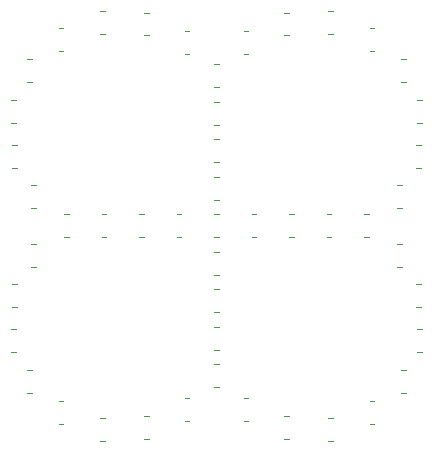
<source format=gbr>
G04 #@! TF.GenerationSoftware,KiCad,Pcbnew,5.0.2+dfsg1-1~bpo9+1*
G04 #@! TF.CreationDate,2019-04-13T12:23:50+03:00*
G04 #@! TF.ProjectId,kicad,6b696361-642e-46b6-9963-61645f706362,rev?*
G04 #@! TF.SameCoordinates,Original*
G04 #@! TF.FileFunction,Legend,Top*
G04 #@! TF.FilePolarity,Positive*
%FSLAX46Y46*%
G04 Gerber Fmt 4.6, Leading zero omitted, Abs format (unit mm)*
G04 Created by KiCad (PCBNEW 5.0.2+dfsg1-1~bpo9+1) date Sat 13 Apr 2019 12:23:50 PM MSK*
%MOMM*%
%LPD*%
G01*
G04 APERTURE LIST*
%ADD10C,0.100000*%
%ADD11C,0.300000*%
%ADD12C,0.200000*%
%ADD13C,0.150000*%
%ADD14R,0.951600X0.751600*%
G04 APERTURE END LIST*
D10*
G04 #@! TO.C,D49*
X123909000Y-104321000D02*
X123509000Y-104321000D01*
X123909000Y-102381000D02*
X123509000Y-102381000D01*
G04 #@! TO.C,D48*
X139417852Y-101821333D02*
X139017852Y-101821333D01*
X139417852Y-99881333D02*
X139017852Y-99881333D01*
G04 #@! TO.C,D47*
X121409333Y-88812147D02*
X121009333Y-88812147D01*
X121409333Y-86872147D02*
X121009333Y-86872147D01*
G04 #@! TO.C,D46*
X108400147Y-106820666D02*
X108000147Y-106820666D01*
X108400147Y-104880666D02*
X108000147Y-104880666D01*
G04 #@! TO.C,D45*
X126408666Y-119829852D02*
X126008666Y-119829852D01*
X126408666Y-117889852D02*
X126008666Y-117889852D01*
G04 #@! TO.C,D44*
X141006919Y-98413568D02*
X140606919Y-98413568D01*
X141006919Y-96473568D02*
X140606919Y-96473568D01*
G04 #@! TO.C,D43*
X118001568Y-87223080D02*
X117601568Y-87223080D01*
X118001568Y-85283080D02*
X117601568Y-85283080D01*
G04 #@! TO.C,D42*
X106811080Y-110228431D02*
X106411080Y-110228431D01*
X106811080Y-108288431D02*
X106411080Y-108288431D01*
G04 #@! TO.C,D41*
X129816431Y-121418919D02*
X129416431Y-121418919D01*
X129816431Y-119478919D02*
X129416431Y-119478919D01*
G04 #@! TO.C,D40*
X141116279Y-94655107D02*
X140716279Y-94655107D01*
X141116279Y-92715107D02*
X140716279Y-92715107D01*
G04 #@! TO.C,D39*
X114243107Y-87113720D02*
X113843107Y-87113720D01*
X114243107Y-85173720D02*
X113843107Y-85173720D01*
G04 #@! TO.C,D38*
X106701720Y-113986892D02*
X106301720Y-113986892D01*
X106701720Y-112046892D02*
X106301720Y-112046892D01*
G04 #@! TO.C,D37*
X133574892Y-121528279D02*
X133174892Y-121528279D01*
X133574892Y-119588279D02*
X133174892Y-119588279D01*
G04 #@! TO.C,D36*
X139728045Y-91160712D02*
X139328045Y-91160712D01*
X139728045Y-89220712D02*
X139328045Y-89220712D01*
G04 #@! TO.C,D35*
X110748712Y-88501954D02*
X110348712Y-88501954D01*
X110748712Y-86561954D02*
X110348712Y-86561954D01*
G04 #@! TO.C,D34*
X108089954Y-117481287D02*
X107689954Y-117481287D01*
X108089954Y-115541287D02*
X107689954Y-115541287D01*
G04 #@! TO.C,D33*
X137069287Y-120140045D02*
X136669287Y-120140045D01*
X137069287Y-118200045D02*
X136669287Y-118200045D01*
G04 #@! TO.C,D32*
X137069287Y-88501954D02*
X136669287Y-88501954D01*
X137069287Y-86561954D02*
X136669287Y-86561954D01*
G04 #@! TO.C,D31*
X108089954Y-91160712D02*
X107689954Y-91160712D01*
X108089954Y-89220712D02*
X107689954Y-89220712D01*
G04 #@! TO.C,D30*
X110748712Y-120140045D02*
X110348712Y-120140045D01*
X110748712Y-118200045D02*
X110348712Y-118200045D01*
G04 #@! TO.C,D29*
X139728045Y-117481287D02*
X139328045Y-117481287D01*
X139728045Y-115541287D02*
X139328045Y-115541287D01*
G04 #@! TO.C,D28*
X133574892Y-87113720D02*
X133174892Y-87113720D01*
X133574892Y-85173720D02*
X133174892Y-85173720D01*
G04 #@! TO.C,D27*
X106701720Y-94655107D02*
X106301720Y-94655107D01*
X106701720Y-92715107D02*
X106301720Y-92715107D01*
G04 #@! TO.C,D26*
X114243107Y-121528279D02*
X113843107Y-121528279D01*
X114243107Y-119588279D02*
X113843107Y-119588279D01*
G04 #@! TO.C,D25*
X141116279Y-113986892D02*
X140716279Y-113986892D01*
X141116279Y-112046892D02*
X140716279Y-112046892D01*
G04 #@! TO.C,D24*
X129816431Y-87223080D02*
X129416431Y-87223080D01*
X129816431Y-85283080D02*
X129416431Y-85283080D01*
G04 #@! TO.C,D23*
X106811080Y-98413568D02*
X106411080Y-98413568D01*
X106811080Y-96473568D02*
X106411080Y-96473568D01*
G04 #@! TO.C,D22*
X118001568Y-121418919D02*
X117601568Y-121418919D01*
X118001568Y-119478919D02*
X117601568Y-119478919D01*
G04 #@! TO.C,D21*
X141006919Y-110228431D02*
X140606919Y-110228431D01*
X141006919Y-108288431D02*
X140606919Y-108288431D01*
G04 #@! TO.C,D20*
X126408666Y-88812147D02*
X126008666Y-88812147D01*
X126408666Y-86872147D02*
X126008666Y-86872147D01*
G04 #@! TO.C,D19*
X108400147Y-101821333D02*
X108000147Y-101821333D01*
X108400147Y-99881333D02*
X108000147Y-99881333D01*
G04 #@! TO.C,D18*
X121409333Y-119829852D02*
X121009333Y-119829852D01*
X121409333Y-117889852D02*
X121009333Y-117889852D01*
G04 #@! TO.C,D17*
X139417852Y-106820666D02*
X139017852Y-106820666D01*
X139417852Y-104880666D02*
X139017852Y-104880666D01*
G04 #@! TO.C,D16*
X123909000Y-91621000D02*
X123509000Y-91621000D01*
X123909000Y-89681000D02*
X123509000Y-89681000D01*
G04 #@! TO.C,D15*
X111209000Y-104321000D02*
X110809000Y-104321000D01*
X111209000Y-102381000D02*
X110809000Y-102381000D01*
G04 #@! TO.C,D14*
X123909000Y-117021000D02*
X123509000Y-117021000D01*
X123909000Y-115081000D02*
X123509000Y-115081000D01*
G04 #@! TO.C,D13*
X136609000Y-104321000D02*
X136209000Y-104321000D01*
X136609000Y-102381000D02*
X136209000Y-102381000D01*
G04 #@! TO.C,D12*
X123909000Y-94796000D02*
X123509000Y-94796000D01*
X123909000Y-92856000D02*
X123509000Y-92856000D01*
G04 #@! TO.C,D11*
X114384000Y-104321000D02*
X113984000Y-104321000D01*
X114384000Y-102381000D02*
X113984000Y-102381000D01*
G04 #@! TO.C,D10*
X123909000Y-113845999D02*
X123509000Y-113845999D01*
X123909000Y-111905999D02*
X123509000Y-111905999D01*
G04 #@! TO.C,D9*
X133434000Y-104321000D02*
X133034000Y-104321000D01*
X133434000Y-102381000D02*
X133034000Y-102381000D01*
G04 #@! TO.C,D8*
X123909000Y-97971000D02*
X123509000Y-97971000D01*
X123909000Y-96031000D02*
X123509000Y-96031000D01*
G04 #@! TO.C,D7*
X117559000Y-104321000D02*
X117159000Y-104321000D01*
X117559000Y-102381000D02*
X117159000Y-102381000D01*
G04 #@! TO.C,D6*
X123909000Y-110671000D02*
X123509000Y-110671000D01*
X123909000Y-108731000D02*
X123509000Y-108731000D01*
G04 #@! TO.C,D5*
X130259000Y-104321000D02*
X129859000Y-104321000D01*
X130259000Y-102381000D02*
X129859000Y-102381000D01*
G04 #@! TO.C,D4*
X123909000Y-101146000D02*
X123509000Y-101146000D01*
X123909000Y-99206000D02*
X123509000Y-99206000D01*
G04 #@! TO.C,D3*
X120734000Y-104321000D02*
X120334000Y-104321000D01*
X120734000Y-102381000D02*
X120334000Y-102381000D01*
G04 #@! TO.C,D2*
X123909000Y-107496000D02*
X123509000Y-107496000D01*
X123909000Y-105556000D02*
X123509000Y-105556000D01*
G04 #@! TO.C,D1*
X127084000Y-104321000D02*
X126684000Y-104321000D01*
X127084000Y-102381000D02*
X126684000Y-102381000D01*
G04 #@! TD*
%LPC*%
D11*
X158724600Y-88074500D02*
G75*
G03X158724600Y-88074500I-101600J0D01*
G01*
D12*
X184750000Y-125500000D02*
X186750000Y-124500000D01*
X186750000Y-124500000D02*
X184750000Y-123500000D01*
X185750000Y-125000000D02*
X165000000Y-125000000D01*
X185750000Y-124000000D02*
X165000000Y-124000000D01*
X158000000Y-125000000D02*
X147000000Y-125000000D01*
X158000000Y-124000000D02*
X147000000Y-124000000D01*
D13*
G04 #@! TO.C,TS4*
X187250000Y-115000000D02*
G75*
G03X187250000Y-115000000I-3750000J0D01*
G01*
G04 #@! TO.C,TS3*
X176250000Y-115000000D02*
G75*
G03X176250000Y-115000000I-3750000J0D01*
G01*
G04 #@! TO.C,TS2*
X165250000Y-115000000D02*
G75*
G03X165250000Y-115000000I-3750000J0D01*
G01*
G04 #@! TO.C,TS1*
X154245000Y-114935000D02*
G75*
G03X154245000Y-114935000I-3750000J0D01*
G01*
D10*
G04 #@! TO.C,svg2mod*
G36*
X164098797Y-124558197D02*
X163255280Y-124558197D01*
X163255280Y-124403099D01*
X163908326Y-124403099D01*
X163908326Y-124367726D01*
X163907923Y-124341279D01*
X163906715Y-124315582D01*
X163904702Y-124290635D01*
X163901884Y-124266437D01*
X163898261Y-124242989D01*
X163893832Y-124220291D01*
X163888598Y-124198342D01*
X163882559Y-124177143D01*
X163875715Y-124156694D01*
X163868066Y-124136994D01*
X163859611Y-124118044D01*
X163850351Y-124099844D01*
X163840286Y-124082393D01*
X163829416Y-124065692D01*
X163816809Y-124048786D01*
X163803269Y-124033233D01*
X163788794Y-124019032D01*
X163773386Y-124006184D01*
X163757043Y-123994688D01*
X163739767Y-123984545D01*
X163721557Y-123975754D01*
X163702414Y-123968315D01*
X163682336Y-123962229D01*
X163661325Y-123957495D01*
X163639379Y-123954114D01*
X163616500Y-123952086D01*
X163592687Y-123951409D01*
X163569229Y-123952134D01*
X163546575Y-123954307D01*
X163524726Y-123957930D01*
X163503682Y-123963002D01*
X163483444Y-123969523D01*
X163464010Y-123977492D01*
X163445382Y-123986911D01*
X163427558Y-123997779D01*
X163410540Y-124010096D01*
X163394326Y-124023863D01*
X163378918Y-124039078D01*
X163364315Y-124055742D01*
X163350516Y-124073855D01*
X163339596Y-124090556D01*
X163329329Y-124108007D01*
X163319714Y-124126208D01*
X163310753Y-124145158D01*
X163302445Y-124164858D01*
X163294790Y-124185308D01*
X163287788Y-124206508D01*
X163281439Y-124228458D01*
X163275743Y-124251157D01*
X163270700Y-124274606D01*
X163266310Y-124298805D01*
X163262573Y-124323754D01*
X163259489Y-124349453D01*
X163257058Y-124375901D01*
X163255280Y-124403099D01*
X163255280Y-124558197D01*
X163256361Y-124585007D01*
X163258002Y-124611017D01*
X163260202Y-124636227D01*
X163262964Y-124660636D01*
X163266285Y-124684245D01*
X163270166Y-124707053D01*
X163274608Y-124729061D01*
X163279610Y-124750269D01*
X163285172Y-124770677D01*
X163291294Y-124790284D01*
X163297977Y-124809091D01*
X163305220Y-124827098D01*
X163313023Y-124844305D01*
X163321386Y-124860711D01*
X163330309Y-124876317D01*
X163339793Y-124891122D01*
X163349837Y-124905128D01*
X163360441Y-124918333D01*
X163371605Y-124930737D01*
X163383329Y-124942342D01*
X163395614Y-124953146D01*
X163408459Y-124963149D01*
X163421864Y-124972353D01*
X163435829Y-124980756D01*
X163450354Y-124988359D01*
X163465440Y-124995161D01*
X163481086Y-125001164D01*
X163497292Y-125006366D01*
X163514058Y-125010767D01*
X163531384Y-125014369D01*
X163549271Y-125017170D01*
X163567718Y-125019170D01*
X163586725Y-125020371D01*
X163606292Y-125020771D01*
X163626927Y-125020418D01*
X163647712Y-125019360D01*
X163668649Y-125017596D01*
X163689737Y-125015127D01*
X163710976Y-125011953D01*
X163732366Y-125008073D01*
X163753908Y-125003487D01*
X163775600Y-124998197D01*
X163797444Y-124992200D01*
X163819439Y-124985498D01*
X163841585Y-124978091D01*
X163863882Y-124969979D01*
X163886331Y-124961160D01*
X163908930Y-124951637D01*
X163931681Y-124941408D01*
X163954583Y-124930473D01*
X163977636Y-124918833D01*
X164000841Y-124906488D01*
X164017000Y-124922648D01*
X164031272Y-124940029D01*
X164043655Y-124958632D01*
X164054150Y-124978456D01*
X164062758Y-124999503D01*
X164069477Y-125021771D01*
X164074308Y-125045260D01*
X164054803Y-125058222D01*
X164035092Y-125070608D01*
X164015176Y-125082418D01*
X163995054Y-125093652D01*
X163974726Y-125104310D01*
X163954192Y-125114392D01*
X163933453Y-125123897D01*
X163912508Y-125132827D01*
X163891357Y-125141180D01*
X163870000Y-125148957D01*
X163848438Y-125156158D01*
X163826669Y-125162784D01*
X163804695Y-125168833D01*
X163782516Y-125174305D01*
X163760130Y-125179202D01*
X163737539Y-125183523D01*
X163714742Y-125187268D01*
X163691740Y-125190436D01*
X163668531Y-125193029D01*
X163645117Y-125195045D01*
X163621497Y-125196485D01*
X163597671Y-125197349D01*
X163573640Y-125197637D01*
X163548251Y-125197210D01*
X163523537Y-125195928D01*
X163499498Y-125193792D01*
X163476133Y-125190801D01*
X163453443Y-125186956D01*
X163431427Y-125182256D01*
X163410086Y-125176701D01*
X163389420Y-125170292D01*
X163369428Y-125163029D01*
X163350111Y-125154911D01*
X163331469Y-125145938D01*
X163311687Y-125134673D01*
X163292613Y-125122646D01*
X163274246Y-125109857D01*
X163256586Y-125096307D01*
X163239635Y-125081994D01*
X163223390Y-125066920D01*
X163207853Y-125051083D01*
X163193023Y-125034485D01*
X163178901Y-125017125D01*
X163165487Y-124999003D01*
X163154378Y-124981417D01*
X163143809Y-124963292D01*
X163133779Y-124944627D01*
X163124289Y-124925423D01*
X163115339Y-124905679D01*
X163106929Y-124885395D01*
X163099058Y-124864571D01*
X163091727Y-124843207D01*
X163084936Y-124821304D01*
X163078684Y-124798862D01*
X163072972Y-124775879D01*
X163068191Y-124754394D01*
X163063826Y-124732569D01*
X163059877Y-124710404D01*
X163056344Y-124687899D01*
X163053226Y-124665054D01*
X163050524Y-124641869D01*
X163048237Y-124618343D01*
X163046366Y-124594478D01*
X163044911Y-124570272D01*
X163043872Y-124545726D01*
X163043249Y-124520840D01*
X163043041Y-124495614D01*
X163043286Y-124469953D01*
X163044023Y-124444670D01*
X163045252Y-124419765D01*
X163046971Y-124395238D01*
X163049182Y-124371089D01*
X163051884Y-124347318D01*
X163055078Y-124323925D01*
X163058762Y-124300909D01*
X163062938Y-124278272D01*
X163067606Y-124256013D01*
X163072764Y-124234131D01*
X163078414Y-124212627D01*
X163085610Y-124189667D01*
X163093346Y-124167292D01*
X163101621Y-124145501D01*
X163110437Y-124124295D01*
X163119792Y-124103674D01*
X163129686Y-124083638D01*
X163140121Y-124064186D01*
X163151095Y-124045318D01*
X163162608Y-124027036D01*
X163174662Y-124009338D01*
X163187255Y-123992225D01*
X163201676Y-123974130D01*
X163216642Y-123956851D01*
X163232152Y-123940389D01*
X163248206Y-123924743D01*
X163264804Y-123909914D01*
X163281946Y-123895900D01*
X163299633Y-123882704D01*
X163317864Y-123870323D01*
X163336639Y-123858759D01*
X163355958Y-123848010D01*
X163374488Y-123839038D01*
X163393468Y-123830920D01*
X163412897Y-123823656D01*
X163432777Y-123817247D01*
X163453105Y-123811693D01*
X163473884Y-123806993D01*
X163495113Y-123803147D01*
X163516791Y-123800156D01*
X163538919Y-123798020D01*
X163561497Y-123796738D01*
X163584524Y-123796311D01*
X163609285Y-123796774D01*
X163633503Y-123798161D01*
X163657175Y-123800474D01*
X163680304Y-123803712D01*
X163702889Y-123807875D01*
X163724929Y-123812964D01*
X163746425Y-123818977D01*
X163767377Y-123825916D01*
X163787785Y-123833780D01*
X163807648Y-123842568D01*
X163829584Y-123852680D01*
X163850647Y-123863665D01*
X163870836Y-123875523D01*
X163890152Y-123888255D01*
X163908595Y-123901860D01*
X163926164Y-123916338D01*
X163942859Y-123931690D01*
X163958681Y-123947916D01*
X163973630Y-123965014D01*
X163988344Y-123982348D01*
X164002251Y-124000489D01*
X164015353Y-124019435D01*
X164027648Y-124039187D01*
X164039136Y-124059746D01*
X164049819Y-124081111D01*
X164059695Y-124103283D01*
X164068765Y-124126260D01*
X164077029Y-124150044D01*
X164083750Y-124171431D01*
X164089763Y-124193145D01*
X164095069Y-124215185D01*
X164099668Y-124237552D01*
X164103559Y-124260245D01*
X164106743Y-124283265D01*
X164109219Y-124306612D01*
X164110987Y-124330284D01*
X164112049Y-124354284D01*
X164112402Y-124378610D01*
X164112062Y-124402929D01*
X164111042Y-124426908D01*
X164109341Y-124450547D01*
X164106960Y-124473846D01*
X164105429Y-124495444D01*
X164103558Y-124516702D01*
X164101347Y-124537620D01*
X164098796Y-124558197D01*
X164098797Y-124558197D01*
X164098797Y-124558197D01*
G37*
G36*
X162119551Y-123807195D02*
X162459679Y-124103787D01*
X162435927Y-124088005D01*
X162412563Y-124073311D01*
X162389585Y-124059706D01*
X162366995Y-124047189D01*
X162344791Y-124035761D01*
X162322975Y-124025421D01*
X162301545Y-124016170D01*
X162280502Y-124008007D01*
X162259847Y-124000932D01*
X162239578Y-123994946D01*
X162219697Y-123990048D01*
X162200202Y-123986238D01*
X162181094Y-123983517D01*
X162162374Y-123981885D01*
X162144040Y-123981341D01*
X162122948Y-123982129D01*
X162102371Y-123984496D01*
X162082310Y-123988441D01*
X162062764Y-123993964D01*
X162043733Y-124001064D01*
X162025217Y-124009742D01*
X162007216Y-124019998D01*
X161989731Y-124031832D01*
X161972761Y-124045244D01*
X161956306Y-124060234D01*
X161940366Y-124076802D01*
X161924942Y-124094947D01*
X161910032Y-124114671D01*
X161899744Y-124129594D01*
X161890045Y-124145341D01*
X161880932Y-124161911D01*
X161872408Y-124179303D01*
X161864472Y-124197519D01*
X161857124Y-124216558D01*
X161850363Y-124236420D01*
X161844190Y-124257104D01*
X161838606Y-124278612D01*
X161833609Y-124300943D01*
X161829200Y-124324097D01*
X161825378Y-124348074D01*
X161822145Y-124372874D01*
X161819500Y-124398497D01*
X161817442Y-124424943D01*
X161815972Y-124452212D01*
X161815091Y-124480304D01*
X161814797Y-124509219D01*
X161815049Y-124538117D01*
X161815804Y-124566159D01*
X161817064Y-124593344D01*
X161818828Y-124619672D01*
X161821095Y-124645144D01*
X161823867Y-124669759D01*
X161827142Y-124693518D01*
X161830921Y-124716420D01*
X161835204Y-124738465D01*
X161839991Y-124759654D01*
X161845282Y-124779986D01*
X161851077Y-124799461D01*
X161857376Y-124818080D01*
X161864178Y-124835842D01*
X161871485Y-124852748D01*
X161879295Y-124868797D01*
X161887609Y-124883989D01*
X161896427Y-124898325D01*
X161910769Y-124918317D01*
X161925678Y-124936570D01*
X161941154Y-124953086D01*
X161957197Y-124967862D01*
X161973806Y-124980900D01*
X161990983Y-124992200D01*
X162008726Y-125001762D01*
X162027036Y-125009585D01*
X162045913Y-125015669D01*
X162065357Y-125020015D01*
X162085368Y-125022623D01*
X162105946Y-125023492D01*
X162126538Y-125022820D01*
X162147198Y-125020805D01*
X162167925Y-125017445D01*
X162188719Y-125012742D01*
X162209580Y-125006696D01*
X162230508Y-124999305D01*
X162251504Y-124990571D01*
X162272566Y-124980493D01*
X162293696Y-124969072D01*
X162312988Y-124957235D01*
X162331682Y-124944582D01*
X162349777Y-124931113D01*
X162367273Y-124916828D01*
X162384170Y-124901726D01*
X162400469Y-124885808D01*
X162416170Y-124869074D01*
X162431271Y-124851523D01*
X162445774Y-124833157D01*
X162459679Y-124813973D01*
X162459679Y-124103787D01*
X162119551Y-123807195D01*
X162140012Y-123807631D01*
X162160579Y-123808938D01*
X162181252Y-123811117D01*
X162202032Y-123814168D01*
X162222918Y-123818090D01*
X162243910Y-123822884D01*
X162265009Y-123828549D01*
X162286214Y-123835086D01*
X162307525Y-123842494D01*
X162328942Y-123850774D01*
X162350466Y-123859926D01*
X162372096Y-123869949D01*
X162393832Y-123880843D01*
X162415675Y-123892610D01*
X162437624Y-123905248D01*
X162459679Y-123918757D01*
X162459679Y-123181360D01*
X162476004Y-123165034D01*
X162549472Y-123165034D01*
X162572873Y-123166340D01*
X162593008Y-123170258D01*
X162609879Y-123176789D01*
X162623484Y-123185931D01*
X162633824Y-123197686D01*
X162641660Y-123211400D01*
X162647755Y-123228597D01*
X162652109Y-123249277D01*
X162654721Y-123273440D01*
X162655591Y-123301085D01*
X162655591Y-124789484D01*
X162655980Y-124819485D01*
X162657146Y-124848069D01*
X162659090Y-124875238D01*
X162661811Y-124900990D01*
X162665309Y-124925327D01*
X162669585Y-124948247D01*
X162674639Y-124969752D01*
X162680469Y-124989840D01*
X162687078Y-125008512D01*
X162694463Y-125025769D01*
X162702626Y-125041609D01*
X162711567Y-125056033D01*
X162721285Y-125069041D01*
X162731780Y-125080633D01*
X162723284Y-125100736D01*
X162713344Y-125119061D01*
X162701960Y-125135609D01*
X162689132Y-125150380D01*
X162674861Y-125163375D01*
X162659145Y-125174592D01*
X162641986Y-125184032D01*
X162621711Y-125176115D01*
X162602607Y-125166875D01*
X162584675Y-125156312D01*
X162567914Y-125144426D01*
X162552325Y-125131218D01*
X162537907Y-125116687D01*
X162524661Y-125100833D01*
X162512587Y-125083657D01*
X162501684Y-125065158D01*
X162491952Y-125045336D01*
X162483392Y-125024191D01*
X162476004Y-125001724D01*
X162459801Y-125019938D01*
X162443327Y-125037264D01*
X162426581Y-125053701D01*
X162409564Y-125069250D01*
X162392275Y-125083910D01*
X162374715Y-125097681D01*
X162356884Y-125110565D01*
X162338781Y-125122559D01*
X162320406Y-125133666D01*
X162301760Y-125143883D01*
X162282842Y-125153213D01*
X162263653Y-125161653D01*
X162244193Y-125169205D01*
X162224461Y-125175869D01*
X162204457Y-125181644D01*
X162184182Y-125186531D01*
X162163636Y-125190529D01*
X162142818Y-125193639D01*
X162121728Y-125195860D01*
X162100367Y-125197193D01*
X162078735Y-125197637D01*
X162054148Y-125197125D01*
X162030224Y-125195587D01*
X162006963Y-125193024D01*
X161984366Y-125189437D01*
X161962432Y-125184824D01*
X161941161Y-125179186D01*
X161920554Y-125172523D01*
X161900610Y-125164834D01*
X161881329Y-125156121D01*
X161862711Y-125146383D01*
X161844757Y-125135619D01*
X161827466Y-125123831D01*
X161810838Y-125111017D01*
X161794874Y-125097178D01*
X161779573Y-125082314D01*
X161764935Y-125066425D01*
X161750961Y-125049511D01*
X161737650Y-125031572D01*
X161725002Y-125012608D01*
X161715280Y-124996246D01*
X161705991Y-124979338D01*
X161697133Y-124961886D01*
X161688708Y-124943888D01*
X161680715Y-124925345D01*
X161673153Y-124906257D01*
X161666024Y-124886623D01*
X161659327Y-124866444D01*
X161653062Y-124845720D01*
X161647229Y-124824451D01*
X161641828Y-124802637D01*
X161636859Y-124780277D01*
X161632322Y-124757372D01*
X161628218Y-124733922D01*
X161624545Y-124709926D01*
X161621305Y-124685386D01*
X161618496Y-124660300D01*
X161616120Y-124634669D01*
X161614175Y-124608492D01*
X161612663Y-124581771D01*
X161611583Y-124554504D01*
X161610935Y-124526692D01*
X161610719Y-124498335D01*
X161610976Y-124473024D01*
X161611749Y-124448165D01*
X161613037Y-124423756D01*
X161614841Y-124399798D01*
X161617159Y-124376291D01*
X161619993Y-124353235D01*
X161623342Y-124330630D01*
X161627206Y-124308475D01*
X161631585Y-124286771D01*
X161636480Y-124265518D01*
X161641890Y-124244716D01*
X161647815Y-124224365D01*
X161654255Y-124204464D01*
X161662396Y-124181077D01*
X161670986Y-124158409D01*
X161680026Y-124136461D01*
X161689516Y-124115233D01*
X161699456Y-124094724D01*
X161709845Y-124074935D01*
X161720684Y-124055865D01*
X161731973Y-124037515D01*
X161743712Y-124019885D01*
X161755900Y-124002974D01*
X161768538Y-123986783D01*
X161784495Y-123967400D01*
X161800922Y-123949159D01*
X161817819Y-123932060D01*
X161835186Y-123916103D01*
X161853024Y-123901289D01*
X161871332Y-123887616D01*
X161890111Y-123875086D01*
X161909359Y-123863698D01*
X161929078Y-123853453D01*
X161949704Y-123843744D01*
X161970465Y-123835178D01*
X161991360Y-123827754D01*
X162012389Y-123821472D01*
X162033552Y-123816332D01*
X162054850Y-123812335D01*
X162076282Y-123809479D01*
X162097849Y-123807766D01*
X162119550Y-123807195D01*
X162119551Y-123807195D01*
X162119551Y-123807195D01*
G37*
G36*
X160971663Y-123363669D02*
X160987233Y-123355354D01*
X161004920Y-123348552D01*
X161024723Y-123343261D01*
X161046642Y-123339482D01*
X161070678Y-123337214D01*
X161096830Y-123336458D01*
X161126434Y-123337438D01*
X161152121Y-123340377D01*
X161173889Y-123345274D01*
X161191739Y-123352131D01*
X161205671Y-123360948D01*
X161216446Y-123372920D01*
X161224827Y-123389246D01*
X161230813Y-123409926D01*
X161234404Y-123434959D01*
X161235602Y-123464346D01*
X161234695Y-123489213D01*
X161231974Y-123511208D01*
X161227439Y-123530331D01*
X161221090Y-123546582D01*
X161212927Y-123559960D01*
X161202950Y-123570466D01*
X161188256Y-123579282D01*
X161170297Y-123586139D01*
X161149073Y-123591037D01*
X161124584Y-123593976D01*
X161096830Y-123594955D01*
X161071687Y-123594194D01*
X161048504Y-123591908D01*
X161027280Y-123588098D01*
X161008015Y-123582765D01*
X160990710Y-123575908D01*
X160979070Y-123566763D01*
X160969546Y-123553838D01*
X160962139Y-123537134D01*
X160956848Y-123516651D01*
X160953674Y-123492388D01*
X160952616Y-123464346D01*
X160953377Y-123440293D01*
X160955663Y-123418198D01*
X160959472Y-123398062D01*
X160964805Y-123379886D01*
X160971662Y-123363669D01*
X160971663Y-123363669D01*
X160971663Y-123363669D01*
G37*
G36*
X161238323Y-124016714D02*
X161238323Y-125164985D01*
X161221235Y-125167924D01*
X161202623Y-125170210D01*
X161182487Y-125171843D01*
X161160828Y-125172823D01*
X161137645Y-125173149D01*
X161114462Y-125172823D01*
X161092803Y-125171843D01*
X161072667Y-125170210D01*
X161054055Y-125167924D01*
X161036967Y-125164985D01*
X161036967Y-124114671D01*
X161035988Y-124086154D01*
X161033049Y-124061556D01*
X161028151Y-124040877D01*
X161021294Y-124024115D01*
X161012478Y-124011272D01*
X161001159Y-124001476D01*
X160986792Y-123993857D01*
X160969377Y-123988415D01*
X160948915Y-123985150D01*
X160925405Y-123984062D01*
X160900916Y-123984062D01*
X160896154Y-123968246D01*
X160892753Y-123950729D01*
X160890712Y-123931512D01*
X160890032Y-123910594D01*
X160890712Y-123889506D01*
X160892753Y-123869779D01*
X160896154Y-123851412D01*
X160900916Y-123834405D01*
X160925575Y-123831854D01*
X160947854Y-123829644D01*
X160967751Y-123827773D01*
X160985268Y-123826242D01*
X161005524Y-123823219D01*
X161022757Y-123821405D01*
X161036967Y-123820800D01*
X161058735Y-123820800D01*
X161082058Y-123821911D01*
X161103826Y-123825243D01*
X161124040Y-123830796D01*
X161142698Y-123838570D01*
X161159802Y-123848566D01*
X161175350Y-123860782D01*
X161189344Y-123875221D01*
X161202338Y-123890769D01*
X161213334Y-123907873D01*
X161222330Y-123926531D01*
X161229326Y-123946745D01*
X161234324Y-123968513D01*
X161237323Y-123991836D01*
X161238323Y-124016714D01*
X161238323Y-124016714D01*
G37*
G36*
X160538467Y-125009887D02*
X160652750Y-125009887D01*
X160659099Y-125026818D01*
X160663634Y-125044958D01*
X160666355Y-125064307D01*
X160669379Y-125083657D01*
X160671193Y-125101797D01*
X160671797Y-125118728D01*
X160671117Y-125133693D01*
X160669076Y-125145938D01*
X160669076Y-125159544D01*
X160647478Y-125163456D01*
X160626220Y-125167027D01*
X160605302Y-125170258D01*
X160584725Y-125173148D01*
X160564317Y-125175530D01*
X160543909Y-125177230D01*
X160523502Y-125178251D01*
X160503094Y-125178591D01*
X160478739Y-125177986D01*
X160455258Y-125176172D01*
X160432650Y-125173149D01*
X160410915Y-125168916D01*
X160390054Y-125163474D01*
X160370066Y-125156823D01*
X160350952Y-125148962D01*
X160332711Y-125139892D01*
X160315343Y-125129613D01*
X160300868Y-125118511D01*
X160287916Y-125105885D01*
X160276487Y-125091736D01*
X160266583Y-125076062D01*
X160258202Y-125058865D01*
X160251345Y-125040145D01*
X160246012Y-125019900D01*
X160242202Y-124998132D01*
X160239917Y-124974840D01*
X160239155Y-124950024D01*
X160239155Y-123181360D01*
X160255481Y-123165034D01*
X160328949Y-123165034D01*
X160353329Y-123166340D01*
X160374226Y-123170258D01*
X160391641Y-123176789D01*
X160405573Y-123185931D01*
X160416021Y-123197686D01*
X160423858Y-123211400D01*
X160429953Y-123228597D01*
X160434307Y-123249277D01*
X160436919Y-123273440D01*
X160437789Y-123301085D01*
X160437789Y-124892883D01*
X160438796Y-124915114D01*
X160441817Y-124935004D01*
X160446850Y-124952555D01*
X160453898Y-124967766D01*
X160462959Y-124980636D01*
X160474033Y-124991166D01*
X160487122Y-124999357D01*
X160502223Y-125005207D01*
X160519339Y-125008717D01*
X160538467Y-125009887D01*
X160538467Y-125009887D01*
G37*
G36*
X158926007Y-125061586D02*
X158927835Y-125040839D01*
X158931959Y-125020771D01*
X158938379Y-125001384D01*
X158947095Y-124982677D01*
X158958106Y-124964650D01*
X158971414Y-124947303D01*
X158987017Y-124930637D01*
X159004916Y-124914651D01*
X159029133Y-124928365D01*
X159052806Y-124941208D01*
X159075935Y-124953181D01*
X159098520Y-124964283D01*
X159120560Y-124974514D01*
X159142056Y-124983874D01*
X159163008Y-124992364D01*
X159183415Y-124999982D01*
X159203279Y-125006731D01*
X159222598Y-125012608D01*
X159246790Y-125018985D01*
X159270386Y-125024512D01*
X159293387Y-125029189D01*
X159315793Y-125033016D01*
X159337604Y-125035992D01*
X159358819Y-125038118D01*
X159379440Y-125039393D01*
X159399465Y-125039818D01*
X159425913Y-125039165D01*
X159450837Y-125037206D01*
X159474238Y-125033941D01*
X159496115Y-125029369D01*
X159516469Y-125023492D01*
X159536495Y-125015547D01*
X159555216Y-125006948D01*
X159572630Y-124997697D01*
X159588739Y-124987792D01*
X159603541Y-124977235D01*
X159620207Y-124961929D01*
X159634833Y-124945943D01*
X159647418Y-124929277D01*
X159657962Y-124911930D01*
X159666465Y-124894244D01*
X159672927Y-124876557D01*
X159677349Y-124858870D01*
X159679730Y-124841184D01*
X159678675Y-124818416D01*
X159675509Y-124796759D01*
X159670234Y-124776212D01*
X159662848Y-124756776D01*
X159653353Y-124738451D01*
X159641747Y-124721237D01*
X159628030Y-124705133D01*
X159615020Y-124691145D01*
X159600480Y-124677752D01*
X159584409Y-124664955D01*
X159566807Y-124652753D01*
X159547675Y-124641146D01*
X159527012Y-124630134D01*
X159504819Y-124619718D01*
X159481095Y-124609897D01*
X159328718Y-124550034D01*
X159302442Y-124539440D01*
X159277196Y-124528588D01*
X159252980Y-124517479D01*
X159229795Y-124506111D01*
X159207641Y-124494487D01*
X159186516Y-124482604D01*
X159166423Y-124470464D01*
X159147359Y-124458067D01*
X159129327Y-124445412D01*
X159112324Y-124432499D01*
X159096352Y-124419329D01*
X159081411Y-124405901D01*
X159067500Y-124392215D01*
X159052388Y-124375102D01*
X159038715Y-124357404D01*
X159026482Y-124339121D01*
X159015688Y-124320254D01*
X159006333Y-124300802D01*
X158998417Y-124280765D01*
X158991941Y-124260144D01*
X158986904Y-124238938D01*
X158983306Y-124217147D01*
X158981147Y-124194772D01*
X158980427Y-124171812D01*
X158981149Y-124148045D01*
X158983315Y-124124944D01*
X158986924Y-124102509D01*
X158991978Y-124080741D01*
X158998475Y-124059639D01*
X159006416Y-124039204D01*
X159015800Y-124019435D01*
X159026462Y-123999666D01*
X159038235Y-123980785D01*
X159051118Y-123962793D01*
X159065112Y-123945690D01*
X159080216Y-123929475D01*
X159096432Y-123914148D01*
X159113757Y-123899710D01*
X159132082Y-123886160D01*
X159151296Y-123873499D01*
X159171398Y-123861727D01*
X159192389Y-123850843D01*
X159214268Y-123840847D01*
X159237036Y-123831740D01*
X159260692Y-123823521D01*
X159282035Y-123817144D01*
X159303889Y-123811617D01*
X159326252Y-123806940D01*
X159349126Y-123803114D01*
X159372509Y-123800138D01*
X159396403Y-123798012D01*
X159420808Y-123796736D01*
X159445722Y-123796311D01*
X159468095Y-123796588D01*
X159490468Y-123797420D01*
X159512840Y-123798805D01*
X159535213Y-123800745D01*
X159557586Y-123803240D01*
X159579959Y-123806288D01*
X159602332Y-123809891D01*
X159624705Y-123814048D01*
X159647078Y-123818760D01*
X159669450Y-123824025D01*
X159691823Y-123829845D01*
X159714196Y-123836219D01*
X159736569Y-123843148D01*
X159758942Y-123850631D01*
X159781315Y-123858668D01*
X159803687Y-123867259D01*
X159826060Y-123876405D01*
X159848433Y-123886105D01*
X159847455Y-123909404D01*
X159844522Y-123931682D01*
X159839632Y-123952940D01*
X159832787Y-123973177D01*
X159823987Y-123992395D01*
X159813230Y-124010592D01*
X159800518Y-124027768D01*
X159785850Y-124043924D01*
X159763074Y-124033981D01*
X159740701Y-124024709D01*
X159718731Y-124016109D01*
X159697165Y-124008181D01*
X159676001Y-124000925D01*
X159655241Y-123994341D01*
X159634883Y-123988429D01*
X159614929Y-123983188D01*
X159595378Y-123978620D01*
X159571555Y-123973566D01*
X159548288Y-123969290D01*
X159525576Y-123965792D01*
X159503419Y-123963071D01*
X159481817Y-123961127D01*
X159460771Y-123959961D01*
X159440280Y-123959572D01*
X159413204Y-123960278D01*
X159387606Y-123962394D01*
X159363487Y-123965921D01*
X159340845Y-123970860D01*
X159319681Y-123977209D01*
X159299996Y-123984969D01*
X159281789Y-123994139D01*
X159265060Y-124004721D01*
X159249808Y-124016714D01*
X159233205Y-124033373D01*
X159219155Y-124050699D01*
X159207660Y-124068691D01*
X159198720Y-124087349D01*
X159192334Y-124106674D01*
X159188502Y-124126665D01*
X159187225Y-124147323D01*
X159188224Y-124169202D01*
X159191223Y-124189749D01*
X159196221Y-124208962D01*
X159203218Y-124226843D01*
X159212214Y-124243392D01*
X159223209Y-124258607D01*
X159236203Y-124272490D01*
X159249341Y-124283331D01*
X159264264Y-124294088D01*
X159280973Y-124304760D01*
X159299467Y-124315346D01*
X159319747Y-124325847D01*
X159341813Y-124336264D01*
X159365664Y-124346595D01*
X159391301Y-124356842D01*
X159551842Y-124419425D01*
X159577297Y-124429870D01*
X159601754Y-124440694D01*
X159625213Y-124451896D01*
X159647673Y-124463477D01*
X159669136Y-124475435D01*
X159689600Y-124487773D01*
X159709065Y-124500488D01*
X159727533Y-124513582D01*
X159745002Y-124527054D01*
X159761473Y-124540905D01*
X159776946Y-124555134D01*
X159791421Y-124569741D01*
X159804897Y-124584727D01*
X159817375Y-124600091D01*
X159828855Y-124615834D01*
X159839336Y-124631955D01*
X159848820Y-124648454D01*
X159857305Y-124665331D01*
X159864792Y-124682587D01*
X159871280Y-124700222D01*
X159876770Y-124718234D01*
X159881263Y-124736625D01*
X159884756Y-124755395D01*
X159887252Y-124774543D01*
X159888749Y-124794069D01*
X159889249Y-124813973D01*
X159888632Y-124837918D01*
X159886781Y-124861138D01*
X159883698Y-124883631D01*
X159879380Y-124905400D01*
X159873829Y-124926442D01*
X159867045Y-124946759D01*
X159859027Y-124966351D01*
X159849776Y-124985216D01*
X159839291Y-125003356D01*
X159827572Y-125020771D01*
X159814620Y-125037460D01*
X159800434Y-125053423D01*
X159785015Y-125068661D01*
X159768363Y-125083173D01*
X159750476Y-125096959D01*
X159733811Y-125108456D01*
X159716468Y-125119255D01*
X159698447Y-125129358D01*
X159679749Y-125138763D01*
X159660372Y-125147473D01*
X159640317Y-125155485D01*
X159619585Y-125162801D01*
X159598174Y-125169420D01*
X159576086Y-125175342D01*
X159553320Y-125180567D01*
X159529876Y-125185096D01*
X159505754Y-125188928D01*
X159480954Y-125192063D01*
X159455476Y-125194502D01*
X159429320Y-125196244D01*
X159402487Y-125197289D01*
X159374975Y-125197637D01*
X159352979Y-125197329D01*
X159331044Y-125196403D01*
X159309171Y-125194861D01*
X159287360Y-125192701D01*
X159265610Y-125189925D01*
X159243922Y-125186531D01*
X159222296Y-125182521D01*
X159200731Y-125177893D01*
X159179228Y-125172648D01*
X159157787Y-125166787D01*
X159136408Y-125160308D01*
X159115090Y-125153213D01*
X159093834Y-125145500D01*
X159072640Y-125137170D01*
X159051507Y-125128224D01*
X159030436Y-125118660D01*
X159009427Y-125108479D01*
X158988479Y-125097681D01*
X158967593Y-125086267D01*
X158946769Y-125074235D01*
X158926007Y-125061586D01*
X158926007Y-125061586D01*
G37*
G36*
X167697301Y-100997171D02*
X167713608Y-100325874D01*
X167713608Y-100369359D01*
X167713825Y-100396836D01*
X167714478Y-100423824D01*
X167715565Y-100450322D01*
X167717087Y-100476332D01*
X167719044Y-100501852D01*
X167721436Y-100526883D01*
X167724262Y-100551424D01*
X167727524Y-100575477D01*
X167731220Y-100599040D01*
X167735351Y-100622114D01*
X167741806Y-100650142D01*
X167748940Y-100677150D01*
X167756753Y-100703139D01*
X167765246Y-100728109D01*
X167774419Y-100752059D01*
X167784271Y-100774991D01*
X167794803Y-100796903D01*
X167806014Y-100817796D01*
X167819658Y-100840370D01*
X167834190Y-100861503D01*
X167849610Y-100881193D01*
X167865916Y-100899441D01*
X167883111Y-100916247D01*
X167901192Y-100931611D01*
X167920161Y-100945533D01*
X167940850Y-100957070D01*
X167962537Y-100966831D01*
X167985222Y-100974818D01*
X168008906Y-100981030D01*
X168033588Y-100985468D01*
X168059269Y-100988130D01*
X168085947Y-100989017D01*
X168111313Y-100988206D01*
X168135774Y-100985771D01*
X168159328Y-100981713D01*
X168181976Y-100976032D01*
X168203719Y-100968728D01*
X168224555Y-100959801D01*
X168244486Y-100949251D01*
X168263510Y-100937077D01*
X168281629Y-100923281D01*
X168298842Y-100907861D01*
X168315149Y-100890818D01*
X168330550Y-100872152D01*
X168342904Y-100855013D01*
X168354344Y-100836987D01*
X168364869Y-100818073D01*
X168374478Y-100798272D01*
X168383173Y-100777584D01*
X168390952Y-100756008D01*
X168397815Y-100733544D01*
X168403764Y-100710193D01*
X168408798Y-100685955D01*
X168412916Y-100660829D01*
X168416119Y-100634816D01*
X168418407Y-100607915D01*
X168419780Y-100580127D01*
X168420237Y-100551452D01*
X168419843Y-100522900D01*
X168418660Y-100495350D01*
X168416689Y-100468803D01*
X168413929Y-100443257D01*
X168410381Y-100418712D01*
X168406044Y-100395170D01*
X168400919Y-100372629D01*
X168395005Y-100351090D01*
X168388302Y-100330553D01*
X168380812Y-100311018D01*
X168372532Y-100292485D01*
X168363464Y-100274953D01*
X168353608Y-100258423D01*
X168342963Y-100242895D01*
X168331529Y-100228369D01*
X168319307Y-100214845D01*
X168306297Y-100202322D01*
X168292498Y-100190802D01*
X168277910Y-100180283D01*
X168262534Y-100170765D01*
X168246369Y-100162250D01*
X168229416Y-100154737D01*
X168211674Y-100148225D01*
X168193144Y-100142715D01*
X168173826Y-100138207D01*
X168153718Y-100134700D01*
X168132823Y-100132196D01*
X168111138Y-100130693D01*
X168088666Y-100130192D01*
X168088665Y-100130192D01*
X168067426Y-100130863D01*
X168045985Y-100132877D01*
X168024343Y-100136232D01*
X168002500Y-100140929D01*
X167980456Y-100146969D01*
X167958210Y-100154351D01*
X167935763Y-100163074D01*
X167913115Y-100173140D01*
X167890265Y-100184548D01*
X167867684Y-100196493D01*
X167845841Y-100209378D01*
X167824736Y-100223202D01*
X167804369Y-100237965D01*
X167784740Y-100253668D01*
X167765850Y-100270310D01*
X167747698Y-100287892D01*
X167730284Y-100306413D01*
X167713608Y-100325874D01*
X167697301Y-100997171D01*
X167656534Y-100948250D01*
X167643597Y-100932705D01*
X167630878Y-100914333D01*
X167618376Y-100893134D01*
X167606092Y-100869108D01*
X167594025Y-100842256D01*
X167586370Y-100821568D01*
X167578938Y-100799881D01*
X167571727Y-100777195D01*
X167564738Y-100753512D01*
X167557972Y-100728830D01*
X167551427Y-100703149D01*
X167545104Y-100676470D01*
X167540373Y-100654527D01*
X167535843Y-100632180D01*
X167531515Y-100609431D01*
X167527388Y-100586280D01*
X167523462Y-100562725D01*
X167519738Y-100538768D01*
X167516215Y-100514409D01*
X167512894Y-100489647D01*
X167509774Y-100464482D01*
X167507708Y-100441000D01*
X167505860Y-100417301D01*
X167504229Y-100393384D01*
X167502816Y-100369250D01*
X167501620Y-100344898D01*
X167500641Y-100320330D01*
X167499880Y-100295543D01*
X167499337Y-100270539D01*
X167499011Y-100245318D01*
X167498902Y-100219880D01*
X167499095Y-100192521D01*
X167499675Y-100165524D01*
X167500641Y-100138889D01*
X167501994Y-100112617D01*
X167503734Y-100086707D01*
X167505860Y-100061160D01*
X167508372Y-100035975D01*
X167511271Y-100011153D01*
X167514557Y-99986692D01*
X167518229Y-99962594D01*
X167522287Y-99938859D01*
X167526732Y-99915486D01*
X167531564Y-99892475D01*
X167536782Y-99869827D01*
X167542387Y-99847541D01*
X167549918Y-99820268D01*
X167558014Y-99793713D01*
X167566677Y-99767875D01*
X167575906Y-99742754D01*
X167585702Y-99718351D01*
X167596063Y-99694664D01*
X167606991Y-99671695D01*
X167618485Y-99649443D01*
X167630545Y-99627908D01*
X167643172Y-99607091D01*
X167656365Y-99586990D01*
X167670123Y-99567607D01*
X167686250Y-99546831D01*
X167703007Y-99526997D01*
X167720392Y-99508108D01*
X167738405Y-99490161D01*
X167757048Y-99473158D01*
X167776320Y-99457098D01*
X167796221Y-99441982D01*
X167816750Y-99427809D01*
X167837909Y-99414579D01*
X167859696Y-99402293D01*
X167882112Y-99390950D01*
X167903666Y-99380966D01*
X167925748Y-99371850D01*
X167948359Y-99363602D01*
X167971498Y-99356223D01*
X167995165Y-99349711D01*
X168019361Y-99344068D01*
X168044086Y-99339293D01*
X168069339Y-99335386D01*
X168095120Y-99332348D01*
X168121430Y-99330177D01*
X168148268Y-99328875D01*
X168175635Y-99328441D01*
X168205664Y-99328803D01*
X168234871Y-99329890D01*
X168263257Y-99331702D01*
X168290821Y-99334239D01*
X168317564Y-99337500D01*
X168343486Y-99341486D01*
X168368587Y-99346197D01*
X168392866Y-99351633D01*
X168416323Y-99357793D01*
X168438960Y-99364678D01*
X168460774Y-99372288D01*
X168481768Y-99380623D01*
X168501940Y-99389682D01*
X168521291Y-99399466D01*
X168539820Y-99409975D01*
X168535573Y-99435497D01*
X168529627Y-99459065D01*
X168521983Y-99480680D01*
X168512641Y-99500341D01*
X168501600Y-99518050D01*
X168488860Y-99533804D01*
X168474422Y-99547606D01*
X168458286Y-99559453D01*
X168433085Y-99548605D01*
X168407883Y-99538789D01*
X168382682Y-99530007D01*
X168357480Y-99522258D01*
X168332279Y-99515542D01*
X168307077Y-99509860D01*
X168281876Y-99505210D01*
X168256675Y-99501594D01*
X168231473Y-99499011D01*
X168206272Y-99497461D01*
X168181070Y-99496945D01*
X168154899Y-99497549D01*
X168129533Y-99499360D01*
X168104972Y-99502380D01*
X168081216Y-99506608D01*
X168058266Y-99512043D01*
X168036121Y-99518687D01*
X168014781Y-99526538D01*
X167994246Y-99535598D01*
X167974517Y-99545865D01*
X167953242Y-99558010D01*
X167932901Y-99571344D01*
X167913494Y-99585868D01*
X167895022Y-99601580D01*
X167877483Y-99618481D01*
X167860879Y-99636571D01*
X167845209Y-99655851D01*
X167830474Y-99676319D01*
X167818126Y-99695444D01*
X167806450Y-99715375D01*
X167795444Y-99736111D01*
X167785110Y-99757652D01*
X167775447Y-99779998D01*
X167766455Y-99803150D01*
X167758133Y-99827107D01*
X167750483Y-99851869D01*
X167743504Y-99877436D01*
X167738314Y-99901027D01*
X167733612Y-99925052D01*
X167729400Y-99949513D01*
X167725676Y-99974408D01*
X167722442Y-99999738D01*
X167719697Y-100025502D01*
X167717442Y-100051702D01*
X167715675Y-100078337D01*
X167714397Y-100105406D01*
X167713609Y-100132910D01*
X167732927Y-100114247D01*
X167752546Y-100096592D01*
X167772467Y-100079947D01*
X167792688Y-100064310D01*
X167813211Y-100049682D01*
X167834035Y-100036063D01*
X167855160Y-100023452D01*
X167876587Y-100011851D01*
X167898314Y-100001258D01*
X167920342Y-99991674D01*
X167942672Y-99983099D01*
X167965303Y-99975533D01*
X167988235Y-99968976D01*
X168011468Y-99963427D01*
X168035002Y-99958888D01*
X168058837Y-99955357D01*
X168082974Y-99952835D01*
X168107412Y-99951321D01*
X168132150Y-99950817D01*
X168159911Y-99951334D01*
X168186920Y-99952886D01*
X168213177Y-99955472D01*
X168238681Y-99959093D01*
X168263432Y-99963748D01*
X168287432Y-99969437D01*
X168310679Y-99976161D01*
X168333174Y-99983920D01*
X168354916Y-99992713D01*
X168375906Y-100002540D01*
X168396144Y-100013402D01*
X168415629Y-100025298D01*
X168434362Y-100038229D01*
X168452343Y-100052194D01*
X168469571Y-100067194D01*
X168486047Y-100083228D01*
X168501771Y-100100296D01*
X168515420Y-100116392D01*
X168528332Y-100133211D01*
X168540505Y-100150753D01*
X168551941Y-100169017D01*
X168562639Y-100188004D01*
X168572600Y-100207714D01*
X168581822Y-100228146D01*
X168590307Y-100249301D01*
X168598054Y-100271179D01*
X168605063Y-100293780D01*
X168611334Y-100317103D01*
X168616867Y-100341149D01*
X168621663Y-100365918D01*
X168625721Y-100391410D01*
X168629041Y-100417624D01*
X168631623Y-100444562D01*
X168633468Y-100472221D01*
X168634574Y-100500604D01*
X168634943Y-100529709D01*
X168634536Y-100556670D01*
X168633313Y-100583196D01*
X168631274Y-100609286D01*
X168628421Y-100634942D01*
X168624752Y-100660163D01*
X168620267Y-100684950D01*
X168614968Y-100709301D01*
X168608853Y-100733218D01*
X168601922Y-100756700D01*
X168594176Y-100779747D01*
X168585285Y-100804744D01*
X168575521Y-100829003D01*
X168564884Y-100852524D01*
X168553375Y-100875306D01*
X168540994Y-100897350D01*
X168527741Y-100918657D01*
X168513615Y-100939225D01*
X168498617Y-100959055D01*
X168482747Y-100978146D01*
X168466071Y-100996399D01*
X168448657Y-101013712D01*
X168430504Y-101030086D01*
X168411614Y-101045521D01*
X168391985Y-101060016D01*
X168371619Y-101073571D01*
X168350514Y-101086187D01*
X168328671Y-101097864D01*
X168306089Y-101108601D01*
X168283475Y-101118298D01*
X168260323Y-101126854D01*
X168236635Y-101134269D01*
X168212409Y-101140543D01*
X168187647Y-101145677D01*
X168162348Y-101149670D01*
X168136512Y-101152522D01*
X168110140Y-101154233D01*
X168083230Y-101154803D01*
X168056371Y-101154317D01*
X168030149Y-101152857D01*
X168004565Y-101150424D01*
X167979618Y-101147019D01*
X167955309Y-101142640D01*
X167931637Y-101137288D01*
X167908603Y-101130964D01*
X167886206Y-101123666D01*
X167864447Y-101115395D01*
X167843325Y-101106151D01*
X167822841Y-101095934D01*
X167802994Y-101084744D01*
X167783785Y-101072581D01*
X167765214Y-101059445D01*
X167747279Y-101045336D01*
X167729983Y-101030254D01*
X167713324Y-101014199D01*
X167697302Y-100997171D01*
X167697301Y-100997171D01*
X167697301Y-100997171D01*
G37*
G36*
X166242598Y-99475202D02*
X166259516Y-99458444D01*
X166637347Y-99495057D01*
X166612221Y-99494226D01*
X166586318Y-99495057D01*
X166561415Y-99497553D01*
X166537509Y-99501713D01*
X166514602Y-99507537D01*
X166492693Y-99515025D01*
X166471783Y-99524177D01*
X166451871Y-99534992D01*
X166433678Y-99546917D01*
X166416373Y-99560950D01*
X166399955Y-99577091D01*
X166384425Y-99595339D01*
X166369782Y-99615695D01*
X166356026Y-99638158D01*
X166343159Y-99662729D01*
X166334679Y-99681210D01*
X166326634Y-99700778D01*
X166319024Y-99721434D01*
X166311849Y-99743176D01*
X166305109Y-99766006D01*
X166298804Y-99789922D01*
X166292933Y-99814926D01*
X166287498Y-99841017D01*
X166282497Y-99868195D01*
X166277931Y-99896460D01*
X166275311Y-99916968D01*
X166272884Y-99938114D01*
X166270652Y-99959898D01*
X166268614Y-99982320D01*
X166266770Y-100005380D01*
X166265120Y-100029078D01*
X166263664Y-100053413D01*
X166262402Y-100078386D01*
X166261334Y-100103998D01*
X166260461Y-100130247D01*
X166259781Y-100157133D01*
X166259296Y-100184658D01*
X166259005Y-100212821D01*
X166258908Y-100241621D01*
X166259090Y-100278384D01*
X166259639Y-100314185D01*
X166260552Y-100349024D01*
X166261831Y-100382902D01*
X166263475Y-100415817D01*
X166265484Y-100447771D01*
X166267859Y-100478763D01*
X166270599Y-100508793D01*
X166273705Y-100537861D01*
X166277176Y-100565968D01*
X166281012Y-100593112D01*
X166285213Y-100619295D01*
X166289780Y-100644515D01*
X166294713Y-100668774D01*
X166300010Y-100692071D01*
X166305673Y-100714407D01*
X166311702Y-100735780D01*
X166318095Y-100756191D01*
X166324855Y-100775641D01*
X166331979Y-100794129D01*
X166339469Y-100811655D01*
X166347324Y-100828219D01*
X166355544Y-100843821D01*
X166364130Y-100858461D01*
X166373081Y-100872140D01*
X166382398Y-100884857D01*
X166392080Y-100896611D01*
X166392079Y-100896612D01*
X166409446Y-100914169D01*
X166427845Y-100929878D01*
X166447277Y-100943739D01*
X166467742Y-100955752D01*
X166489240Y-100965916D01*
X166511771Y-100974233D01*
X166535334Y-100980701D01*
X166559930Y-100985321D01*
X166585559Y-100988093D01*
X166612221Y-100989017D01*
X166637347Y-100988241D01*
X166661474Y-100985911D01*
X166684603Y-100982029D01*
X166706734Y-100976593D01*
X166727866Y-100969604D01*
X166748000Y-100961062D01*
X166767135Y-100950967D01*
X166786049Y-100938321D01*
X166803964Y-100923678D01*
X166820881Y-100907039D01*
X166836800Y-100888402D01*
X166851720Y-100867769D01*
X166865642Y-100845139D01*
X166878565Y-100820513D01*
X166887045Y-100802059D01*
X166895089Y-100782572D01*
X166902699Y-100762053D01*
X166909874Y-100740501D01*
X166916614Y-100717916D01*
X166922920Y-100694298D01*
X166928790Y-100669648D01*
X166934226Y-100643964D01*
X166939227Y-100617248D01*
X166943793Y-100589500D01*
X166946788Y-100568617D01*
X166949561Y-100547124D01*
X166952112Y-100525021D01*
X166954441Y-100502308D01*
X166956549Y-100478985D01*
X166958434Y-100455051D01*
X166960098Y-100430508D01*
X166961540Y-100405355D01*
X166962760Y-100379591D01*
X166963759Y-100353217D01*
X166964535Y-100326233D01*
X166965090Y-100298639D01*
X166965422Y-100270435D01*
X166965533Y-100241621D01*
X166965422Y-100212821D01*
X166965090Y-100184658D01*
X166964535Y-100157133D01*
X166963759Y-100130247D01*
X166962760Y-100103998D01*
X166961540Y-100078386D01*
X166960098Y-100053413D01*
X166958434Y-100029078D01*
X166956549Y-100005380D01*
X166954441Y-99982320D01*
X166952112Y-99959898D01*
X166949561Y-99938114D01*
X166946788Y-99916968D01*
X166943793Y-99896460D01*
X166939227Y-99868195D01*
X166934227Y-99841017D01*
X166928792Y-99814926D01*
X166922922Y-99789922D01*
X166916617Y-99766006D01*
X166909876Y-99743176D01*
X166902701Y-99721434D01*
X166895091Y-99700778D01*
X166887045Y-99681210D01*
X166878565Y-99662729D01*
X166865642Y-99638158D01*
X166851720Y-99615694D01*
X166836800Y-99595338D01*
X166820881Y-99577090D01*
X166803964Y-99560950D01*
X166786049Y-99546917D01*
X166767135Y-99534992D01*
X166748000Y-99524177D01*
X166727866Y-99515025D01*
X166706734Y-99507537D01*
X166684603Y-99501713D01*
X166661474Y-99497553D01*
X166637347Y-99495057D01*
X166259516Y-99458444D01*
X166277017Y-99442701D01*
X166295101Y-99427974D01*
X166313768Y-99414263D01*
X166333019Y-99401567D01*
X166352852Y-99389887D01*
X166373268Y-99379223D01*
X166394268Y-99369575D01*
X166415850Y-99360942D01*
X166438016Y-99353324D01*
X166460765Y-99346722D01*
X166484096Y-99341136D01*
X166508011Y-99336566D01*
X166532509Y-99333011D01*
X166557590Y-99330472D01*
X166583254Y-99328949D01*
X166609501Y-99328441D01*
X166635865Y-99328901D01*
X166661588Y-99330283D01*
X166686672Y-99332585D01*
X166711115Y-99335808D01*
X166734918Y-99339952D01*
X166758081Y-99345017D01*
X166780604Y-99351003D01*
X166802487Y-99357910D01*
X166823730Y-99365738D01*
X166844332Y-99374486D01*
X166864295Y-99384156D01*
X166883617Y-99394746D01*
X166902299Y-99406258D01*
X166920341Y-99418690D01*
X166937743Y-99432043D01*
X166954504Y-99446317D01*
X166970626Y-99461512D01*
X166986107Y-99477628D01*
X167000949Y-99494665D01*
X167015150Y-99512622D01*
X167028711Y-99531501D01*
X167041631Y-99551301D01*
X167051546Y-99567535D01*
X167061100Y-99584400D01*
X167070293Y-99601895D01*
X167079126Y-99620022D01*
X167087598Y-99638780D01*
X167095710Y-99658168D01*
X167103461Y-99678188D01*
X167110852Y-99698838D01*
X167117882Y-99720120D01*
X167124552Y-99742032D01*
X167130861Y-99764575D01*
X167136810Y-99787749D01*
X167142398Y-99811554D01*
X167147625Y-99835990D01*
X167152493Y-99861057D01*
X167156999Y-99886755D01*
X167161145Y-99913083D01*
X167164931Y-99940043D01*
X167168356Y-99967633D01*
X167171420Y-99995855D01*
X167174124Y-100024707D01*
X167176467Y-100054191D01*
X167178450Y-100084305D01*
X167180073Y-100115050D01*
X167181335Y-100146426D01*
X167182236Y-100178433D01*
X167182777Y-100211071D01*
X167182957Y-100244340D01*
X167182784Y-100276471D01*
X167182264Y-100308028D01*
X167181397Y-100339009D01*
X167180184Y-100369414D01*
X167178624Y-100399244D01*
X167176717Y-100428499D01*
X167174464Y-100457178D01*
X167171864Y-100485281D01*
X167168917Y-100512809D01*
X167165624Y-100539762D01*
X167161984Y-100566139D01*
X167157997Y-100591941D01*
X167153664Y-100617167D01*
X167148984Y-100641818D01*
X167143958Y-100665894D01*
X167138585Y-100689394D01*
X167132865Y-100712318D01*
X167126798Y-100734667D01*
X167120385Y-100756441D01*
X167113625Y-100777639D01*
X167106519Y-100798262D01*
X167099066Y-100818309D01*
X167091266Y-100837781D01*
X167083119Y-100856677D01*
X167074626Y-100874998D01*
X167065786Y-100892744D01*
X167056600Y-100909914D01*
X167047067Y-100926508D01*
X167034612Y-100946791D01*
X167021461Y-100966130D01*
X167007614Y-100984525D01*
X166993070Y-101001978D01*
X166977830Y-101018487D01*
X166961894Y-101034052D01*
X166945262Y-101048674D01*
X166927933Y-101062353D01*
X166909908Y-101075089D01*
X166891186Y-101086881D01*
X166871769Y-101097729D01*
X166851655Y-101107635D01*
X166830844Y-101116597D01*
X166809338Y-101124615D01*
X166787135Y-101131691D01*
X166764236Y-101137823D01*
X166740640Y-101143011D01*
X166716349Y-101147256D01*
X166691361Y-101150558D01*
X166665676Y-101152916D01*
X166639296Y-101154331D01*
X166612219Y-101154803D01*
X166585849Y-101154331D01*
X166560109Y-101152916D01*
X166534997Y-101150558D01*
X166510514Y-101147256D01*
X166486661Y-101143011D01*
X166463436Y-101137823D01*
X166440840Y-101131691D01*
X166418873Y-101124615D01*
X166397535Y-101116597D01*
X166376826Y-101107635D01*
X166356745Y-101097729D01*
X166337294Y-101086881D01*
X166318472Y-101075089D01*
X166300278Y-101062353D01*
X166282713Y-101048674D01*
X166265778Y-101034052D01*
X166249471Y-101018487D01*
X166233793Y-101001978D01*
X166218744Y-100984525D01*
X166204324Y-100966130D01*
X166190533Y-100946791D01*
X166177370Y-100926508D01*
X166167463Y-100909910D01*
X166157930Y-100892730D01*
X166148771Y-100874967D01*
X166139987Y-100856622D01*
X166131577Y-100837694D01*
X166123541Y-100818184D01*
X166115880Y-100798092D01*
X166108593Y-100777417D01*
X166101681Y-100756160D01*
X166095143Y-100734321D01*
X166088979Y-100711899D01*
X166083190Y-100688895D01*
X166077775Y-100665308D01*
X166072735Y-100641139D01*
X166068069Y-100616388D01*
X166063777Y-100591054D01*
X166059860Y-100565138D01*
X166056317Y-100538639D01*
X166053149Y-100511558D01*
X166050355Y-100483895D01*
X166047935Y-100455649D01*
X166045890Y-100426821D01*
X166044219Y-100397411D01*
X166042922Y-100367418D01*
X166042000Y-100336842D01*
X166041452Y-100305685D01*
X166041279Y-100273945D01*
X166041480Y-100241622D01*
X166041562Y-100212596D01*
X166041806Y-100184222D01*
X166042214Y-100156501D01*
X166042785Y-100129431D01*
X166043519Y-100103014D01*
X166044416Y-100077249D01*
X166045476Y-100052137D01*
X166046699Y-100027677D01*
X166048085Y-100003869D01*
X166049635Y-99980713D01*
X166052185Y-99955045D01*
X166055003Y-99929981D01*
X166058090Y-99905520D01*
X166061446Y-99881664D01*
X166065070Y-99858412D01*
X166068962Y-99835764D01*
X166073123Y-99813719D01*
X166077552Y-99792279D01*
X166082249Y-99771442D01*
X166089516Y-99745485D01*
X166097336Y-99720414D01*
X166105712Y-99696231D01*
X166114641Y-99672936D01*
X166124126Y-99650528D01*
X166134165Y-99629007D01*
X166144759Y-99608374D01*
X166156739Y-99587686D01*
X166169385Y-99567552D01*
X166182697Y-99547972D01*
X166196674Y-99528948D01*
X166211317Y-99510478D01*
X166226626Y-99492563D01*
X166242600Y-99475202D01*
X166242598Y-99475202D01*
X166242598Y-99475202D01*
G37*
G36*
X165753436Y-100494377D02*
X165128341Y-100494377D01*
X165123585Y-100476541D01*
X165120188Y-100455648D01*
X165118149Y-100431698D01*
X165117470Y-100404690D01*
X165118149Y-100377173D01*
X165120188Y-100351693D01*
X165123585Y-100328252D01*
X165128341Y-100306849D01*
X165753436Y-100306849D01*
X165757004Y-100329271D01*
X165759552Y-100353052D01*
X165761081Y-100378192D01*
X165761591Y-100404690D01*
X165761081Y-100430679D01*
X165759552Y-100454290D01*
X165757004Y-100475523D01*
X165753436Y-100494377D01*
X165753436Y-100494377D01*
G37*
G36*
X163749608Y-99361054D02*
X164801397Y-99361054D01*
X164813854Y-99384911D01*
X164824046Y-99407559D01*
X164831973Y-99428999D01*
X164837635Y-99449232D01*
X164841032Y-99468256D01*
X164842165Y-99486073D01*
X164840751Y-99505859D01*
X164836512Y-99526079D01*
X164829446Y-99546734D01*
X164819553Y-99567824D01*
X164806834Y-99589349D01*
X164722582Y-99711651D01*
X164706411Y-99736239D01*
X164690510Y-99760696D01*
X164674879Y-99785021D01*
X164659518Y-99809214D01*
X164644428Y-99833276D01*
X164629609Y-99857206D01*
X164615059Y-99881004D01*
X164600781Y-99904670D01*
X164586772Y-99928205D01*
X164573034Y-99951608D01*
X164559566Y-99974879D01*
X164546369Y-99998018D01*
X164533442Y-100021026D01*
X164520786Y-100043902D01*
X164508400Y-100066646D01*
X164496284Y-100089259D01*
X164484439Y-100111740D01*
X164472864Y-100134089D01*
X164461559Y-100156306D01*
X164450525Y-100178392D01*
X164439761Y-100200345D01*
X164429268Y-100222168D01*
X164419045Y-100243858D01*
X164409092Y-100265417D01*
X164399410Y-100286844D01*
X164389998Y-100308139D01*
X164380857Y-100329302D01*
X164371986Y-100350334D01*
X164363545Y-100371432D01*
X164355305Y-100392793D01*
X164347266Y-100414417D01*
X164339428Y-100436305D01*
X164331791Y-100458457D01*
X164324355Y-100480872D01*
X164317120Y-100503550D01*
X164310087Y-100526492D01*
X164303254Y-100549697D01*
X164296622Y-100573166D01*
X164290192Y-100596898D01*
X164283962Y-100620894D01*
X164277934Y-100645153D01*
X164272107Y-100669676D01*
X164266480Y-100694462D01*
X164261055Y-100719511D01*
X164255831Y-100744824D01*
X164250808Y-100770401D01*
X164245986Y-100796241D01*
X164241365Y-100822344D01*
X164236945Y-100848711D01*
X164232726Y-100875341D01*
X164228708Y-100902235D01*
X164224892Y-100929392D01*
X164221276Y-100956813D01*
X164217861Y-100984497D01*
X164214648Y-101012445D01*
X164211636Y-101040656D01*
X164203481Y-101122190D01*
X164185979Y-101126104D01*
X164166084Y-101129148D01*
X164143798Y-101131322D01*
X164119121Y-101132627D01*
X164092051Y-101133062D01*
X164065199Y-101132627D01*
X164041174Y-101131322D01*
X164019975Y-101129148D01*
X164001603Y-101126104D01*
X163986057Y-101122190D01*
X163996929Y-101018914D01*
X163999715Y-100994217D01*
X164002738Y-100969562D01*
X164006000Y-100944947D01*
X164009499Y-100920372D01*
X164013237Y-100895839D01*
X164017212Y-100871345D01*
X164021426Y-100846893D01*
X164025878Y-100822481D01*
X164030567Y-100798110D01*
X164035495Y-100773779D01*
X164040661Y-100749489D01*
X164046064Y-100725240D01*
X164051706Y-100701031D01*
X164057586Y-100676863D01*
X164063703Y-100652736D01*
X164070059Y-100628649D01*
X164076653Y-100604603D01*
X164083485Y-100580598D01*
X164090554Y-100556633D01*
X164097862Y-100532709D01*
X164105408Y-100508825D01*
X164113192Y-100484982D01*
X164121214Y-100461180D01*
X164129473Y-100437418D01*
X164137971Y-100413697D01*
X164146707Y-100390017D01*
X164155681Y-100366377D01*
X164164893Y-100342778D01*
X164174343Y-100319219D01*
X164184031Y-100295701D01*
X164193957Y-100272224D01*
X164204121Y-100248788D01*
X164214522Y-100225392D01*
X164225162Y-100202036D01*
X164236040Y-100178722D01*
X164247156Y-100155448D01*
X164258510Y-100132214D01*
X164270102Y-100109022D01*
X164281932Y-100085870D01*
X164294001Y-100062758D01*
X164306307Y-100039687D01*
X164318851Y-100016657D01*
X164331633Y-99993667D01*
X164344653Y-99970719D01*
X164357911Y-99947810D01*
X164371407Y-99924943D01*
X164385141Y-99902116D01*
X164399113Y-99879329D01*
X164413324Y-99856583D01*
X164427772Y-99833878D01*
X164442458Y-99811214D01*
X164457382Y-99788590D01*
X164472544Y-99766007D01*
X164499724Y-99725240D01*
X164507986Y-99713037D01*
X164517553Y-99699258D01*
X164528424Y-99683902D01*
X164540600Y-99666970D01*
X164554081Y-99648462D01*
X164568865Y-99628377D01*
X164584955Y-99606717D01*
X164602349Y-99583479D01*
X164621047Y-99558666D01*
X164641050Y-99532276D01*
X164632895Y-99524122D01*
X164622955Y-99526294D01*
X164611040Y-99528335D01*
X164597150Y-99530244D01*
X164581285Y-99532022D01*
X164563445Y-99533668D01*
X164543631Y-99535182D01*
X164521841Y-99536564D01*
X164498077Y-99537815D01*
X164472338Y-99538934D01*
X164444624Y-99539922D01*
X164414935Y-99540778D01*
X164383271Y-99541502D01*
X164349632Y-99542094D01*
X164314019Y-99542555D01*
X164276430Y-99542884D01*
X164236867Y-99543082D01*
X164195329Y-99543148D01*
X163741457Y-99543148D01*
X163737889Y-99524803D01*
X163735341Y-99505099D01*
X163733812Y-99484036D01*
X163733302Y-99461613D01*
X163734321Y-99438003D01*
X163737379Y-99413373D01*
X163742474Y-99387724D01*
X163749608Y-99361055D01*
X163749608Y-99361054D01*
X163749608Y-99361054D01*
G37*
G36*
X162311085Y-99361054D02*
X163362874Y-99361054D01*
X163375331Y-99384911D01*
X163385522Y-99407559D01*
X163393449Y-99428999D01*
X163399111Y-99449232D01*
X163402509Y-99468256D01*
X163403641Y-99486073D01*
X163402228Y-99505859D01*
X163397988Y-99526079D01*
X163390922Y-99546734D01*
X163381030Y-99567824D01*
X163368311Y-99589349D01*
X163284058Y-99711651D01*
X163267887Y-99736239D01*
X163251986Y-99760696D01*
X163236355Y-99785021D01*
X163220994Y-99809214D01*
X163205904Y-99833276D01*
X163191085Y-99857206D01*
X163176536Y-99881004D01*
X163162257Y-99904670D01*
X163148248Y-99928205D01*
X163134510Y-99951608D01*
X163121042Y-99974879D01*
X163107845Y-99998018D01*
X163094918Y-100021026D01*
X163082262Y-100043902D01*
X163069876Y-100066646D01*
X163057760Y-100089259D01*
X163045915Y-100111740D01*
X163034340Y-100134089D01*
X163023035Y-100156306D01*
X163012001Y-100178392D01*
X163001237Y-100200345D01*
X162990744Y-100222168D01*
X162980521Y-100243858D01*
X162970569Y-100265417D01*
X162960886Y-100286844D01*
X162951475Y-100308139D01*
X162942333Y-100329302D01*
X162933462Y-100350334D01*
X162925021Y-100371432D01*
X162916781Y-100392793D01*
X162908742Y-100414417D01*
X162900904Y-100436305D01*
X162893267Y-100458457D01*
X162885831Y-100480872D01*
X162878597Y-100503550D01*
X162871563Y-100526492D01*
X162864730Y-100549697D01*
X162858099Y-100573166D01*
X162851668Y-100596898D01*
X162845439Y-100620894D01*
X162839410Y-100645153D01*
X162833583Y-100669676D01*
X162827957Y-100694462D01*
X162822531Y-100719511D01*
X162817307Y-100744824D01*
X162812284Y-100770401D01*
X162807462Y-100796241D01*
X162802841Y-100822344D01*
X162798421Y-100848711D01*
X162794203Y-100875341D01*
X162790185Y-100902235D01*
X162786368Y-100929392D01*
X162782752Y-100956813D01*
X162779338Y-100984497D01*
X162776124Y-101012445D01*
X162773112Y-101040656D01*
X162764957Y-101122190D01*
X162747455Y-101126104D01*
X162727561Y-101129148D01*
X162705275Y-101131322D01*
X162680597Y-101132627D01*
X162653528Y-101133062D01*
X162626676Y-101132627D01*
X162602650Y-101131322D01*
X162581452Y-101129148D01*
X162563079Y-101126104D01*
X162547534Y-101122190D01*
X162558405Y-101018914D01*
X162561191Y-100994217D01*
X162564214Y-100969562D01*
X162567476Y-100944947D01*
X162570976Y-100920372D01*
X162574713Y-100895839D01*
X162578689Y-100871345D01*
X162582902Y-100846893D01*
X162587354Y-100822481D01*
X162592044Y-100798110D01*
X162596971Y-100773779D01*
X162602137Y-100749489D01*
X162607541Y-100725240D01*
X162613182Y-100701031D01*
X162619062Y-100676863D01*
X162625180Y-100652736D01*
X162631535Y-100628649D01*
X162638129Y-100604603D01*
X162644961Y-100580598D01*
X162652031Y-100556633D01*
X162659339Y-100532709D01*
X162666884Y-100508825D01*
X162674668Y-100484982D01*
X162682690Y-100461180D01*
X162690950Y-100437418D01*
X162699448Y-100413697D01*
X162708184Y-100390017D01*
X162717157Y-100366377D01*
X162726369Y-100342778D01*
X162735819Y-100319219D01*
X162745507Y-100295701D01*
X162755433Y-100272224D01*
X162765597Y-100248788D01*
X162775999Y-100225392D01*
X162786639Y-100202036D01*
X162797517Y-100178722D01*
X162808633Y-100155448D01*
X162819987Y-100132214D01*
X162831579Y-100109022D01*
X162843409Y-100085870D01*
X162855477Y-100062758D01*
X162867783Y-100039687D01*
X162880327Y-100016657D01*
X162893109Y-99993667D01*
X162906129Y-99970719D01*
X162919387Y-99947810D01*
X162932883Y-99924943D01*
X162946618Y-99902116D01*
X162960590Y-99879329D01*
X162974800Y-99856583D01*
X162989248Y-99833878D01*
X163003934Y-99811214D01*
X163018858Y-99788590D01*
X163034021Y-99766007D01*
X163061200Y-99725240D01*
X163069462Y-99713037D01*
X163079029Y-99699258D01*
X163089901Y-99683902D01*
X163102076Y-99666970D01*
X163115557Y-99648462D01*
X163130342Y-99628377D01*
X163146431Y-99606717D01*
X163163825Y-99583479D01*
X163182523Y-99558666D01*
X163202526Y-99532276D01*
X163194372Y-99524122D01*
X163184431Y-99526294D01*
X163172516Y-99528335D01*
X163158626Y-99530244D01*
X163142762Y-99532022D01*
X163124922Y-99533668D01*
X163105108Y-99535182D01*
X163083318Y-99536564D01*
X163059554Y-99537815D01*
X163033815Y-99538934D01*
X163006101Y-99539922D01*
X162976412Y-99540778D01*
X162944748Y-99541502D01*
X162911109Y-99542094D01*
X162875496Y-99542555D01*
X162837907Y-99542884D01*
X162798344Y-99543082D01*
X162756806Y-99543148D01*
X162302933Y-99543148D01*
X162299365Y-99524803D01*
X162296817Y-99505099D01*
X162295288Y-99484036D01*
X162294778Y-99461613D01*
X162295797Y-99438003D01*
X162298855Y-99413373D01*
X162303950Y-99387724D01*
X162311084Y-99361055D01*
X162311085Y-99361054D01*
X162311085Y-99361054D01*
G37*
G36*
X161968684Y-100494377D02*
X161343590Y-100494377D01*
X161338833Y-100476541D01*
X161335436Y-100455648D01*
X161333398Y-100431698D01*
X161332718Y-100404690D01*
X161333398Y-100377173D01*
X161335436Y-100351693D01*
X161338833Y-100328252D01*
X161343590Y-100306849D01*
X161968684Y-100306849D01*
X161972252Y-100329271D01*
X161974800Y-100353052D01*
X161976329Y-100378192D01*
X161976839Y-100404690D01*
X161976329Y-100430679D01*
X161974800Y-100454290D01*
X161972252Y-100475523D01*
X161968684Y-100494377D01*
X161968684Y-100494377D01*
G37*
G36*
X160456779Y-100950968D02*
X160454044Y-100779747D01*
X160454044Y-100013327D01*
X160454092Y-100010944D01*
X160454237Y-100004638D01*
X160454478Y-99994408D01*
X160454816Y-99980255D01*
X160455250Y-99962179D01*
X160455781Y-99940178D01*
X160456408Y-99914255D01*
X160457132Y-99884408D01*
X160457952Y-99850637D01*
X160458869Y-99812943D01*
X160459882Y-99771325D01*
X160460992Y-99725784D01*
X160462198Y-99676319D01*
X160447469Y-99695769D01*
X160432271Y-99714775D01*
X160416606Y-99733338D01*
X160400471Y-99751456D01*
X160383869Y-99769131D01*
X160366798Y-99786362D01*
X160349258Y-99803150D01*
X160331251Y-99819494D01*
X160312775Y-99835394D01*
X160293830Y-99850850D01*
X160274417Y-99865863D01*
X160254536Y-99880432D01*
X160234186Y-99894557D01*
X160213368Y-99908238D01*
X160192082Y-99921476D01*
X160170327Y-99934270D01*
X160148104Y-99946620D01*
X160125413Y-99958527D01*
X160102253Y-99969990D01*
X160078625Y-99981009D01*
X160054528Y-99991584D01*
X160035393Y-99977718D01*
X160018365Y-99962521D01*
X160003444Y-99945992D01*
X159990632Y-99928132D01*
X159979927Y-99908941D01*
X159971330Y-99888419D01*
X159964841Y-99866565D01*
X159987730Y-99852531D01*
X160010194Y-99838283D01*
X160032234Y-99823824D01*
X160053849Y-99809152D01*
X160075039Y-99794268D01*
X160095805Y-99779171D01*
X160116146Y-99763862D01*
X160136062Y-99748341D01*
X160155554Y-99732607D01*
X160174621Y-99716662D01*
X160193263Y-99700503D01*
X160211481Y-99684133D01*
X160229274Y-99667550D01*
X160246643Y-99650755D01*
X160263586Y-99633747D01*
X160280106Y-99616528D01*
X160300095Y-99595332D01*
X160319087Y-99574394D01*
X160337083Y-99553713D01*
X160354081Y-99533289D01*
X160370082Y-99513123D01*
X160385087Y-99493213D01*
X160399094Y-99473562D01*
X160412104Y-99454167D01*
X160424117Y-99435030D01*
X160435133Y-99416150D01*
X160445152Y-99397528D01*
X160454173Y-99379162D01*
X160462198Y-99361054D01*
X160484450Y-99356298D01*
X160507722Y-99352901D01*
X160532012Y-99350862D01*
X160557322Y-99350183D01*
X160583820Y-99350862D01*
X160608960Y-99352901D01*
X160632740Y-99356298D01*
X160655162Y-99361054D01*
X160655162Y-100779747D01*
X160652427Y-100950968D01*
X160799188Y-100948233D01*
X161008459Y-100948233D01*
X161012026Y-100971164D01*
X161014575Y-100993756D01*
X161016104Y-101016008D01*
X161016613Y-101037920D01*
X161016104Y-101058473D01*
X161014575Y-101079366D01*
X161012026Y-101100599D01*
X161008459Y-101122172D01*
X160046357Y-101122172D01*
X160042789Y-101100429D01*
X160040241Y-101078687D01*
X160038712Y-101056944D01*
X160038202Y-101035202D01*
X160038712Y-101013460D01*
X160040241Y-100991717D01*
X160042789Y-100969975D01*
X160046357Y-100948233D01*
X160309983Y-100948233D01*
X160456779Y-100950968D01*
X160456779Y-100950968D01*
G37*
G36*
X158678657Y-100997171D02*
X158694964Y-100325874D01*
X158694964Y-100369359D01*
X158695182Y-100396836D01*
X158695834Y-100423824D01*
X158696921Y-100450322D01*
X158698443Y-100476332D01*
X158700399Y-100501852D01*
X158702791Y-100526883D01*
X158705617Y-100551424D01*
X158708878Y-100575477D01*
X158712574Y-100599040D01*
X158716705Y-100622114D01*
X158723159Y-100650142D01*
X158730293Y-100677150D01*
X158738107Y-100703139D01*
X158746600Y-100728109D01*
X158755773Y-100752059D01*
X158765625Y-100774991D01*
X158776157Y-100796903D01*
X158787368Y-100817796D01*
X158801013Y-100840370D01*
X158815545Y-100861503D01*
X158830964Y-100881193D01*
X158847271Y-100899441D01*
X158864465Y-100916247D01*
X158882547Y-100931611D01*
X158901516Y-100945533D01*
X158922204Y-100957070D01*
X158943891Y-100966831D01*
X158966577Y-100974818D01*
X158990260Y-100981030D01*
X159014942Y-100985468D01*
X159040623Y-100988130D01*
X159067302Y-100989017D01*
X159092668Y-100988206D01*
X159117128Y-100985771D01*
X159140682Y-100981713D01*
X159163331Y-100976032D01*
X159185073Y-100968728D01*
X159205910Y-100959801D01*
X159225840Y-100949251D01*
X159244865Y-100937077D01*
X159262983Y-100923281D01*
X159280196Y-100907861D01*
X159296503Y-100890818D01*
X159311904Y-100872152D01*
X159324259Y-100855013D01*
X159335698Y-100836987D01*
X159346223Y-100818073D01*
X159355832Y-100798272D01*
X159364527Y-100777584D01*
X159372306Y-100756008D01*
X159379169Y-100733544D01*
X159385118Y-100710193D01*
X159390151Y-100685955D01*
X159394270Y-100660829D01*
X159397473Y-100634816D01*
X159399761Y-100607915D01*
X159401134Y-100580127D01*
X159401591Y-100551452D01*
X159401197Y-100522900D01*
X159400014Y-100495350D01*
X159398043Y-100468803D01*
X159395283Y-100443257D01*
X159391735Y-100418712D01*
X159387398Y-100395170D01*
X159382273Y-100372629D01*
X159376359Y-100351090D01*
X159369656Y-100330553D01*
X159362165Y-100311018D01*
X159353886Y-100292485D01*
X159344818Y-100274953D01*
X159334961Y-100258423D01*
X159324316Y-100242895D01*
X159312883Y-100228369D01*
X159300661Y-100214845D01*
X159287650Y-100202322D01*
X159273851Y-100190802D01*
X159259264Y-100180283D01*
X159243888Y-100170765D01*
X159227723Y-100162250D01*
X159210770Y-100154737D01*
X159193028Y-100148225D01*
X159174498Y-100142715D01*
X159155179Y-100138207D01*
X159135072Y-100134700D01*
X159114176Y-100132196D01*
X159092492Y-100130693D01*
X159070019Y-100130192D01*
X159070021Y-100130192D01*
X159048782Y-100130863D01*
X159027341Y-100132877D01*
X159005699Y-100136232D01*
X158983856Y-100140929D01*
X158961812Y-100146969D01*
X158939566Y-100154351D01*
X158917119Y-100163074D01*
X158894471Y-100173140D01*
X158871621Y-100184548D01*
X158849040Y-100196493D01*
X158827197Y-100209378D01*
X158806092Y-100223202D01*
X158785725Y-100237965D01*
X158766097Y-100253668D01*
X158747206Y-100270310D01*
X158729054Y-100287892D01*
X158711640Y-100306413D01*
X158694964Y-100325874D01*
X158678657Y-100997171D01*
X158637890Y-100948250D01*
X158624953Y-100932705D01*
X158612234Y-100914333D01*
X158599732Y-100893134D01*
X158587448Y-100869108D01*
X158575381Y-100842256D01*
X158567727Y-100821568D01*
X158560295Y-100799881D01*
X158553085Y-100777195D01*
X158546096Y-100753512D01*
X158539329Y-100728830D01*
X158532784Y-100703149D01*
X158526460Y-100676470D01*
X158521730Y-100654527D01*
X158517200Y-100632180D01*
X158512872Y-100609431D01*
X158508745Y-100586280D01*
X158504820Y-100562725D01*
X158501095Y-100538768D01*
X158497572Y-100514409D01*
X158494251Y-100489647D01*
X158491130Y-100464482D01*
X158489064Y-100441000D01*
X158487216Y-100417301D01*
X158485585Y-100393384D01*
X158484172Y-100369250D01*
X158482976Y-100344898D01*
X158481998Y-100320330D01*
X158481237Y-100295543D01*
X158480693Y-100270539D01*
X158480367Y-100245318D01*
X158480258Y-100219880D01*
X158480452Y-100192521D01*
X158481031Y-100165524D01*
X158481998Y-100138889D01*
X158483351Y-100112617D01*
X158485090Y-100086707D01*
X158487216Y-100061160D01*
X158489728Y-100035975D01*
X158492627Y-100011153D01*
X158495913Y-99986692D01*
X158499585Y-99962594D01*
X158503644Y-99938859D01*
X158508089Y-99915486D01*
X158512920Y-99892475D01*
X158518139Y-99869827D01*
X158523743Y-99847541D01*
X158531274Y-99820268D01*
X158539371Y-99793713D01*
X158548034Y-99767875D01*
X158557263Y-99742754D01*
X158567058Y-99718351D01*
X158577420Y-99694664D01*
X158588348Y-99671695D01*
X158599842Y-99649443D01*
X158611902Y-99627908D01*
X158624528Y-99607091D01*
X158637721Y-99586990D01*
X158651480Y-99567607D01*
X158667607Y-99546831D01*
X158684363Y-99526997D01*
X158701748Y-99508108D01*
X158719762Y-99490161D01*
X158738405Y-99473158D01*
X158757676Y-99457098D01*
X158777577Y-99441982D01*
X158798106Y-99427809D01*
X158819265Y-99414579D01*
X158841052Y-99402293D01*
X158863468Y-99390950D01*
X158885022Y-99380966D01*
X158907104Y-99371850D01*
X158929715Y-99363602D01*
X158952854Y-99356223D01*
X158976521Y-99349711D01*
X159000717Y-99344068D01*
X159025442Y-99339293D01*
X159050695Y-99335386D01*
X159076476Y-99332348D01*
X159102786Y-99330177D01*
X159129624Y-99328875D01*
X159156991Y-99328441D01*
X159187020Y-99328803D01*
X159216227Y-99329890D01*
X159244613Y-99331702D01*
X159272178Y-99334239D01*
X159298921Y-99337500D01*
X159324843Y-99341486D01*
X159349943Y-99346197D01*
X159374222Y-99351633D01*
X159397680Y-99357793D01*
X159420316Y-99364678D01*
X159442131Y-99372288D01*
X159463124Y-99380623D01*
X159483296Y-99389682D01*
X159502647Y-99399466D01*
X159521177Y-99409975D01*
X159516929Y-99435497D01*
X159510984Y-99459065D01*
X159503340Y-99480680D01*
X159493997Y-99500341D01*
X159482956Y-99518050D01*
X159470217Y-99533804D01*
X159455779Y-99547606D01*
X159439643Y-99559453D01*
X159414441Y-99548605D01*
X159389240Y-99538789D01*
X159364038Y-99530007D01*
X159338837Y-99522258D01*
X159313635Y-99515542D01*
X159288434Y-99509860D01*
X159263232Y-99505210D01*
X159238031Y-99501594D01*
X159212830Y-99499011D01*
X159187628Y-99497461D01*
X159162427Y-99496945D01*
X159136255Y-99497549D01*
X159110889Y-99499360D01*
X159086328Y-99502380D01*
X159062573Y-99506608D01*
X159039622Y-99512043D01*
X159017477Y-99518687D01*
X158996138Y-99526538D01*
X158975603Y-99535598D01*
X158955874Y-99545865D01*
X158934599Y-99558010D01*
X158914257Y-99571344D01*
X158894851Y-99585868D01*
X158876378Y-99601580D01*
X158858840Y-99618481D01*
X158842236Y-99636571D01*
X158826566Y-99655851D01*
X158811830Y-99676319D01*
X158799483Y-99695444D01*
X158787806Y-99715375D01*
X158776801Y-99736111D01*
X158766467Y-99757652D01*
X158756803Y-99779998D01*
X158747811Y-99803150D01*
X158739490Y-99827107D01*
X158731840Y-99851869D01*
X158724861Y-99877436D01*
X158719669Y-99901027D01*
X158714967Y-99925052D01*
X158710755Y-99949513D01*
X158707031Y-99974408D01*
X158703797Y-99999738D01*
X158701052Y-100025502D01*
X158698796Y-100051702D01*
X158697030Y-100078337D01*
X158695753Y-100105406D01*
X158694965Y-100132910D01*
X158714284Y-100114247D01*
X158733903Y-100096592D01*
X158753823Y-100079947D01*
X158774045Y-100064310D01*
X158794568Y-100049682D01*
X158815392Y-100036063D01*
X158836517Y-100023452D01*
X158857943Y-100011851D01*
X158879670Y-100001258D01*
X158901699Y-99991674D01*
X158924028Y-99983099D01*
X158946659Y-99975533D01*
X158969591Y-99968976D01*
X158992824Y-99963427D01*
X159016358Y-99958888D01*
X159040194Y-99955357D01*
X159064330Y-99952835D01*
X159088768Y-99951321D01*
X159113507Y-99950817D01*
X159141268Y-99951334D01*
X159168276Y-99952886D01*
X159194533Y-99955472D01*
X159220037Y-99959093D01*
X159244789Y-99963748D01*
X159268788Y-99969437D01*
X159292035Y-99976161D01*
X159314530Y-99983920D01*
X159336272Y-99992713D01*
X159357262Y-100002540D01*
X159377500Y-100013402D01*
X159396986Y-100025298D01*
X159415719Y-100038229D01*
X159433699Y-100052194D01*
X159450928Y-100067194D01*
X159467404Y-100083228D01*
X159483128Y-100100296D01*
X159496777Y-100116392D01*
X159509689Y-100133211D01*
X159521862Y-100150753D01*
X159533298Y-100169017D01*
X159543996Y-100188004D01*
X159553956Y-100207714D01*
X159563179Y-100228146D01*
X159571663Y-100249301D01*
X159579410Y-100271179D01*
X159586419Y-100293780D01*
X159592691Y-100317103D01*
X159598224Y-100341149D01*
X159603020Y-100365918D01*
X159607078Y-100391410D01*
X159610398Y-100417624D01*
X159612980Y-100444562D01*
X159614824Y-100472221D01*
X159615931Y-100500604D01*
X159616300Y-100529709D01*
X159615892Y-100556670D01*
X159614669Y-100583196D01*
X159612631Y-100609286D01*
X159609777Y-100634942D01*
X159606108Y-100660163D01*
X159601624Y-100684950D01*
X159596324Y-100709301D01*
X159590209Y-100733218D01*
X159583279Y-100756700D01*
X159575533Y-100779747D01*
X159566641Y-100804744D01*
X159556877Y-100829003D01*
X159546241Y-100852524D01*
X159534732Y-100875306D01*
X159522351Y-100897350D01*
X159509097Y-100918657D01*
X159494972Y-100939225D01*
X159479973Y-100959055D01*
X159464103Y-100978146D01*
X159447427Y-100996399D01*
X159430013Y-101013712D01*
X159411861Y-101030086D01*
X159392970Y-101045521D01*
X159373342Y-101060016D01*
X159352975Y-101073571D01*
X159331870Y-101086187D01*
X159310027Y-101097864D01*
X159287446Y-101108601D01*
X159264831Y-101118298D01*
X159241679Y-101126854D01*
X159217991Y-101134269D01*
X159193766Y-101140543D01*
X159169003Y-101145677D01*
X159143704Y-101149670D01*
X159117868Y-101152522D01*
X159091496Y-101154233D01*
X159064586Y-101154803D01*
X159037727Y-101154317D01*
X159011505Y-101152857D01*
X158985921Y-101150424D01*
X158960974Y-101147019D01*
X158936665Y-101142640D01*
X158912993Y-101137288D01*
X158889959Y-101130964D01*
X158867562Y-101123666D01*
X158845803Y-101115395D01*
X158824681Y-101106151D01*
X158804197Y-101095934D01*
X158784351Y-101084744D01*
X158765141Y-101072581D01*
X158746570Y-101059445D01*
X158728636Y-101045336D01*
X158711339Y-101030254D01*
X158694680Y-101014199D01*
X158678658Y-100997171D01*
X158678657Y-100997171D01*
X158678657Y-100997171D01*
G37*
G36*
X158147879Y-100937379D02*
X158147124Y-100967728D01*
X158144859Y-100995359D01*
X158141085Y-101020272D01*
X158135801Y-101042468D01*
X158129007Y-101061945D01*
X158120703Y-101078705D01*
X158110738Y-101091992D01*
X158097149Y-101102863D01*
X158079936Y-101111319D01*
X158059099Y-101117358D01*
X158034639Y-101120982D01*
X158006555Y-101122190D01*
X157145012Y-101122190D01*
X157119775Y-101101446D01*
X157098421Y-101081146D01*
X157080950Y-101061289D01*
X157067361Y-101041876D01*
X157057654Y-101022907D01*
X157051831Y-101004381D01*
X157049889Y-100986300D01*
X157050156Y-100964490D01*
X157051950Y-100942545D01*
X157055273Y-100920466D01*
X157060123Y-100898252D01*
X157066502Y-100875903D01*
X157074408Y-100853419D01*
X157083842Y-100830801D01*
X157094805Y-100808048D01*
X157107295Y-100785160D01*
X157121313Y-100762137D01*
X157136859Y-100738980D01*
X157149554Y-100721477D01*
X157162998Y-100703757D01*
X157177191Y-100685820D01*
X157192133Y-100667665D01*
X157207824Y-100649292D01*
X157224263Y-100630703D01*
X157241452Y-100611895D01*
X157259389Y-100592871D01*
X157278076Y-100573629D01*
X157297511Y-100554169D01*
X157317695Y-100534492D01*
X157338629Y-100514598D01*
X157360311Y-100494486D01*
X157382742Y-100474157D01*
X157405921Y-100453610D01*
X157655959Y-100236187D01*
X157677185Y-100217477D01*
X157697377Y-100198901D01*
X157716537Y-100180460D01*
X157734663Y-100162155D01*
X157751756Y-100143983D01*
X157767816Y-100125947D01*
X157782842Y-100108046D01*
X157796836Y-100090279D01*
X157809796Y-100072647D01*
X157821723Y-100055149D01*
X157832616Y-100037787D01*
X157843977Y-100017838D01*
X157854141Y-99997129D01*
X157863110Y-99975658D01*
X157870883Y-99953426D01*
X157877460Y-99930434D01*
X157882841Y-99906680D01*
X157887026Y-99882165D01*
X157890016Y-99856890D01*
X157891810Y-99830853D01*
X157892408Y-99804056D01*
X157891538Y-99777911D01*
X157888929Y-99752744D01*
X157884580Y-99728555D01*
X157878492Y-99705345D01*
X157870665Y-99683114D01*
X157861099Y-99661861D01*
X157849793Y-99641586D01*
X157836747Y-99622289D01*
X157821962Y-99603972D01*
X157805438Y-99586632D01*
X157788180Y-99570108D01*
X157770107Y-99555323D01*
X157751218Y-99542277D01*
X157731514Y-99530971D01*
X157710994Y-99521405D01*
X157689660Y-99513577D01*
X157667510Y-99507489D01*
X157644544Y-99503141D01*
X157620763Y-99500532D01*
X157596167Y-99499662D01*
X157571435Y-99500396D01*
X157547247Y-99502597D01*
X157523602Y-99506266D01*
X157500501Y-99511403D01*
X157477943Y-99518007D01*
X157455929Y-99526079D01*
X157434458Y-99535619D01*
X157413531Y-99546626D01*
X157393147Y-99559100D01*
X157373308Y-99573043D01*
X157354147Y-99588208D01*
X157335802Y-99604352D01*
X157318272Y-99621474D01*
X157301558Y-99639575D01*
X157285658Y-99658654D01*
X157270575Y-99678711D01*
X157256306Y-99699747D01*
X157242853Y-99721761D01*
X157230215Y-99744754D01*
X157218393Y-99768725D01*
X157191087Y-99764520D01*
X157166245Y-99758702D01*
X157143866Y-99751270D01*
X157123949Y-99742225D01*
X157106496Y-99731566D01*
X157091505Y-99719294D01*
X157078978Y-99705408D01*
X157068914Y-99689908D01*
X157078621Y-99668388D01*
X157089104Y-99647311D01*
X157100363Y-99626678D01*
X157112399Y-99606488D01*
X157125212Y-99586743D01*
X157138801Y-99567441D01*
X157153166Y-99548583D01*
X157168308Y-99529558D01*
X157184226Y-99511310D01*
X157200921Y-99493838D01*
X157218393Y-99477143D01*
X157236641Y-99461225D01*
X157255665Y-99446083D01*
X157275466Y-99431717D01*
X157295989Y-99418184D01*
X157317176Y-99405537D01*
X157339030Y-99393779D01*
X157361549Y-99382908D01*
X157384733Y-99372924D01*
X157408583Y-99363828D01*
X157433099Y-99355619D01*
X157455096Y-99349249D01*
X157477603Y-99343728D01*
X157500620Y-99339056D01*
X157524146Y-99335234D01*
X157548181Y-99332261D01*
X157572726Y-99330138D01*
X157597781Y-99328864D01*
X157623345Y-99328439D01*
X157648910Y-99329033D01*
X157673964Y-99330817D01*
X157698510Y-99333790D01*
X157722545Y-99337951D01*
X157746071Y-99343302D01*
X157769087Y-99349842D01*
X157791594Y-99357571D01*
X157813591Y-99366489D01*
X157835631Y-99375789D01*
X157856906Y-99386023D01*
X157877417Y-99397191D01*
X157897164Y-99409294D01*
X157916146Y-99422331D01*
X157934364Y-99436302D01*
X157951817Y-99451208D01*
X157968506Y-99467048D01*
X157984346Y-99483737D01*
X157999251Y-99501190D01*
X158013223Y-99519408D01*
X158026260Y-99538390D01*
X158038362Y-99558137D01*
X158049531Y-99578648D01*
X158059765Y-99599923D01*
X158069065Y-99621962D01*
X158077983Y-99643960D01*
X158085712Y-99666466D01*
X158092252Y-99689483D01*
X158097602Y-99713009D01*
X158101764Y-99737044D01*
X158104737Y-99761590D01*
X158106520Y-99786644D01*
X158107115Y-99812209D01*
X158106690Y-99837646D01*
X158105416Y-99862318D01*
X158103293Y-99886226D01*
X158100320Y-99909370D01*
X158096498Y-99931749D01*
X158091826Y-99953364D01*
X158086306Y-99974215D01*
X158079935Y-99994301D01*
X158072503Y-100016598D01*
X158064183Y-100038452D01*
X158054976Y-100059861D01*
X158044881Y-100080827D01*
X158033899Y-100101349D01*
X158022029Y-100121428D01*
X158009272Y-100141062D01*
X157995683Y-100160364D01*
X157981318Y-100179444D01*
X157966176Y-100198303D01*
X157950257Y-100216939D01*
X157933562Y-100235354D01*
X157916091Y-100253546D01*
X157897842Y-100271517D01*
X157882045Y-100286593D01*
X157865908Y-100301923D01*
X157849431Y-100317507D01*
X157832615Y-100333347D01*
X157815459Y-100349442D01*
X157797963Y-100365791D01*
X157780128Y-100382395D01*
X157761952Y-100399254D01*
X157544528Y-100586782D01*
X157516620Y-100611099D01*
X157490112Y-100634844D01*
X157465004Y-100658017D01*
X157441297Y-100680618D01*
X157418990Y-100702646D01*
X157398083Y-100724103D01*
X157378577Y-100744987D01*
X157360471Y-100765299D01*
X157343765Y-100785039D01*
X157328459Y-100804206D01*
X157314554Y-100822802D01*
X157302049Y-100840825D01*
X157290944Y-100858276D01*
X157281240Y-100875155D01*
X157272936Y-100891462D01*
X157266032Y-100907197D01*
X157260529Y-100922359D01*
X157256426Y-100936949D01*
X157253723Y-100950968D01*
X157279241Y-100949232D01*
X157305060Y-100947646D01*
X157331181Y-100946212D01*
X157357604Y-100944928D01*
X157384329Y-100943795D01*
X157411356Y-100942813D01*
X157434763Y-100941371D01*
X157458391Y-100940151D01*
X157482241Y-100939153D01*
X157506313Y-100938377D01*
X157530607Y-100937822D01*
X157555122Y-100937490D01*
X157579860Y-100937379D01*
X158147879Y-100937379D01*
X158147879Y-100937379D01*
G37*
G36*
X156014405Y-99361054D02*
X156020352Y-99384665D01*
X156024599Y-99406578D01*
X156027147Y-99426791D01*
X156027997Y-99445306D01*
X156026553Y-99468238D01*
X156022221Y-99488112D01*
X156015002Y-99504928D01*
X156004896Y-99518687D01*
X155991901Y-99529388D01*
X155976019Y-99537032D01*
X155957249Y-99541618D01*
X155935592Y-99543147D01*
X155449104Y-99543147D01*
X155424134Y-99543147D01*
X155400863Y-99543147D01*
X155379291Y-99543147D01*
X155359417Y-99543147D01*
X155335862Y-99542843D01*
X155315932Y-99541931D01*
X155299625Y-99540411D01*
X155299625Y-99714351D01*
X155280602Y-100032334D01*
X155304212Y-100020179D01*
X155327937Y-100009081D01*
X155351774Y-99999040D01*
X155375725Y-99990057D01*
X155399788Y-99982130D01*
X155423965Y-99975260D01*
X155448256Y-99969446D01*
X155472659Y-99964690D01*
X155497176Y-99960991D01*
X155521806Y-99958349D01*
X155546549Y-99956763D01*
X155571406Y-99956235D01*
X155599223Y-99956752D01*
X155626401Y-99958304D01*
X155652940Y-99960890D01*
X155678839Y-99964511D01*
X155704099Y-99969166D01*
X155728719Y-99974855D01*
X155752699Y-99981579D01*
X155776040Y-99989338D01*
X155798742Y-99998130D01*
X155820804Y-100007958D01*
X155842227Y-100018820D01*
X155863010Y-100030716D01*
X155883154Y-100043647D01*
X155902658Y-100057612D01*
X155921523Y-100072612D01*
X155939748Y-100088646D01*
X155957334Y-100105714D01*
X155972654Y-100121554D01*
X155987147Y-100138177D01*
X156000811Y-100155583D01*
X156013647Y-100173772D01*
X156025655Y-100192744D01*
X156036835Y-100212499D01*
X156047187Y-100233037D01*
X156056711Y-100254358D01*
X156065406Y-100276461D01*
X156073273Y-100299348D01*
X156080313Y-100323018D01*
X156086524Y-100347470D01*
X156091906Y-100372706D01*
X156096461Y-100398725D01*
X156100188Y-100425526D01*
X156103086Y-100453111D01*
X156105157Y-100481478D01*
X156106399Y-100510629D01*
X156106813Y-100540562D01*
X156106351Y-100568556D01*
X156104965Y-100596006D01*
X156102655Y-100622912D01*
X156099421Y-100649275D01*
X156095262Y-100675094D01*
X156090180Y-100700369D01*
X156084174Y-100725101D01*
X156077243Y-100749290D01*
X156069389Y-100772935D01*
X156060610Y-100796036D01*
X156050444Y-100820966D01*
X156039270Y-100845023D01*
X156027091Y-100868209D01*
X156013904Y-100890521D01*
X155999711Y-100911962D01*
X155984512Y-100932530D01*
X155968306Y-100952225D01*
X155951093Y-100971049D01*
X155932874Y-100989000D01*
X155913782Y-101006078D01*
X155893952Y-101022284D01*
X155873384Y-101037618D01*
X155852078Y-101052080D01*
X155830033Y-101065669D01*
X155807251Y-101078385D01*
X155783730Y-101090230D01*
X155759471Y-101101201D01*
X155734474Y-101111301D01*
X155711998Y-101119563D01*
X155689141Y-101126955D01*
X155665904Y-101133478D01*
X155642286Y-101139131D01*
X155618288Y-101143914D01*
X155593909Y-101147828D01*
X155569150Y-101150872D01*
X155544011Y-101153046D01*
X155518490Y-101154351D01*
X155492590Y-101154786D01*
X155467359Y-101154416D01*
X155442400Y-101153307D01*
X155417712Y-101151458D01*
X155393295Y-101148869D01*
X155369149Y-101145541D01*
X155345274Y-101141474D01*
X155321670Y-101136667D01*
X155298338Y-101131120D01*
X155275277Y-101124834D01*
X155252487Y-101117809D01*
X155229968Y-101110044D01*
X155207720Y-101101539D01*
X155185743Y-101092295D01*
X155164038Y-101082311D01*
X155142604Y-101071588D01*
X155121440Y-101060125D01*
X155100548Y-101047923D01*
X155079928Y-101034981D01*
X155059578Y-101021299D01*
X155039500Y-101006878D01*
X155019692Y-100991718D01*
X155024907Y-100967535D01*
X155032783Y-100944683D01*
X155043322Y-100923162D01*
X155056522Y-100902973D01*
X155072385Y-100884115D01*
X155090910Y-100866588D01*
X155112097Y-100850392D01*
X155134410Y-100865625D01*
X155156656Y-100879919D01*
X155178835Y-100893273D01*
X155200946Y-100905687D01*
X155222991Y-100917163D01*
X155244968Y-100927698D01*
X155266878Y-100937294D01*
X155288721Y-100945951D01*
X155310497Y-100953668D01*
X155334787Y-100961312D01*
X155358738Y-100967937D01*
X155382349Y-100973543D01*
X155405620Y-100978130D01*
X155428552Y-100981697D01*
X155451143Y-100984245D01*
X155473395Y-100985774D01*
X155495308Y-100986283D01*
X155521296Y-100985592D01*
X155546576Y-100983517D01*
X155571149Y-100980060D01*
X155595014Y-100975219D01*
X155618172Y-100968996D01*
X155640622Y-100961389D01*
X155662364Y-100952399D01*
X155683399Y-100942027D01*
X155703726Y-100930271D01*
X155723345Y-100917132D01*
X155742257Y-100902610D01*
X155760462Y-100886706D01*
X155777959Y-100869418D01*
X155792321Y-100853038D01*
X155805692Y-100835790D01*
X155818074Y-100817671D01*
X155829464Y-100798682D01*
X155839864Y-100778824D01*
X155849274Y-100758097D01*
X155857693Y-100736499D01*
X155865122Y-100714032D01*
X155871560Y-100690695D01*
X155877008Y-100666489D01*
X155881465Y-100641412D01*
X155884932Y-100615466D01*
X155887408Y-100588651D01*
X155888894Y-100560965D01*
X155889389Y-100532410D01*
X155888922Y-100504468D01*
X155887520Y-100477715D01*
X155885185Y-100452150D01*
X155881915Y-100427775D01*
X155877711Y-100404589D01*
X155872573Y-100382591D01*
X155866500Y-100361783D01*
X155859493Y-100342164D01*
X155849680Y-100316798D01*
X155838356Y-100293244D01*
X155825522Y-100271501D01*
X155811178Y-100251571D01*
X155795324Y-100233452D01*
X155777959Y-100217145D01*
X155760218Y-100201593D01*
X155741420Y-100187552D01*
X155721565Y-100175019D01*
X155700653Y-100163997D01*
X155678684Y-100154485D01*
X155655658Y-100146482D01*
X155631802Y-100139839D01*
X155607342Y-100134404D01*
X155582278Y-100130177D01*
X155556609Y-100127157D01*
X155530337Y-100125346D01*
X155503461Y-100124742D01*
X155480692Y-100125358D01*
X155458044Y-100127206D01*
X155435516Y-100130286D01*
X155413110Y-100134598D01*
X155390824Y-100140142D01*
X155368658Y-100146919D01*
X155346614Y-100154927D01*
X155324690Y-100164168D01*
X155302888Y-100174640D01*
X155281206Y-100186345D01*
X155259644Y-100199282D01*
X155238204Y-100213451D01*
X155216884Y-100228851D01*
X155195686Y-100245484D01*
X155174608Y-100263349D01*
X155151669Y-100258022D01*
X155130688Y-100248564D01*
X155111663Y-100234975D01*
X155094595Y-100217255D01*
X155079485Y-100195404D01*
X155114815Y-99377346D01*
X155131121Y-99361040D01*
X156014405Y-99361054D01*
X156014405Y-99361054D01*
G37*
G36*
X154097548Y-100950968D02*
X154094813Y-100779747D01*
X154094813Y-100013327D01*
X154094861Y-100010944D01*
X154095006Y-100004638D01*
X154095247Y-99994408D01*
X154095585Y-99980255D01*
X154096019Y-99962179D01*
X154096550Y-99940178D01*
X154097177Y-99914255D01*
X154097901Y-99884408D01*
X154098721Y-99850637D01*
X154099638Y-99812943D01*
X154100651Y-99771325D01*
X154101761Y-99725784D01*
X154102967Y-99676319D01*
X154088238Y-99695769D01*
X154073041Y-99714775D01*
X154057375Y-99733338D01*
X154041241Y-99751456D01*
X154024638Y-99769131D01*
X154007567Y-99786362D01*
X153990028Y-99803150D01*
X153972020Y-99819494D01*
X153953544Y-99835394D01*
X153934599Y-99850850D01*
X153915187Y-99865863D01*
X153895305Y-99880432D01*
X153874956Y-99894557D01*
X153854138Y-99908238D01*
X153832851Y-99921476D01*
X153811097Y-99934270D01*
X153788873Y-99946620D01*
X153766182Y-99958527D01*
X153743022Y-99969990D01*
X153719394Y-99981009D01*
X153695297Y-99991584D01*
X153676162Y-99977718D01*
X153659134Y-99962521D01*
X153644214Y-99945992D01*
X153631401Y-99928132D01*
X153620697Y-99908941D01*
X153612099Y-99888419D01*
X153605610Y-99866565D01*
X153628499Y-99852531D01*
X153650963Y-99838283D01*
X153673003Y-99823824D01*
X153694618Y-99809152D01*
X153715808Y-99794268D01*
X153736574Y-99779171D01*
X153756915Y-99763862D01*
X153776831Y-99748341D01*
X153796323Y-99732607D01*
X153815390Y-99716662D01*
X153834033Y-99700503D01*
X153852250Y-99684133D01*
X153870044Y-99667550D01*
X153887412Y-99650755D01*
X153904356Y-99633747D01*
X153920875Y-99616528D01*
X153940864Y-99595332D01*
X153959857Y-99574394D01*
X153977852Y-99553713D01*
X153994850Y-99533289D01*
X154010852Y-99513123D01*
X154025856Y-99493213D01*
X154039863Y-99473562D01*
X154052873Y-99454167D01*
X154064886Y-99435030D01*
X154075902Y-99416150D01*
X154085921Y-99397528D01*
X154094943Y-99379162D01*
X154102967Y-99361054D01*
X154125219Y-99356298D01*
X154148491Y-99352901D01*
X154172781Y-99350862D01*
X154198091Y-99350183D01*
X154224589Y-99350862D01*
X154249729Y-99352901D01*
X154273510Y-99356298D01*
X154295932Y-99361054D01*
X154295932Y-100779747D01*
X154293197Y-100950968D01*
X154439958Y-100948233D01*
X154649229Y-100948233D01*
X154652796Y-100971164D01*
X154655344Y-100993756D01*
X154656873Y-101016008D01*
X154657383Y-101037920D01*
X154656873Y-101058473D01*
X154655344Y-101079366D01*
X154652796Y-101100599D01*
X154649229Y-101122172D01*
X153687127Y-101122172D01*
X153683559Y-101100429D01*
X153681011Y-101078687D01*
X153679482Y-101056944D01*
X153678972Y-101035202D01*
X153679482Y-101013460D01*
X153681011Y-100991717D01*
X153683559Y-100969975D01*
X153687127Y-100948233D01*
X153950754Y-100948233D01*
X154097548Y-100950968D01*
X154097548Y-100950968D01*
G37*
G36*
X153036925Y-99486073D02*
X153020620Y-100160088D01*
X153020620Y-100113885D01*
X153020376Y-100085892D01*
X153019642Y-100058442D01*
X153018419Y-100031536D01*
X153016707Y-100005173D01*
X153014505Y-99979354D01*
X153011815Y-99954079D01*
X153008635Y-99929347D01*
X153004966Y-99905158D01*
X153000808Y-99881513D01*
X152996160Y-99858412D01*
X152990299Y-99830385D01*
X152983590Y-99803376D01*
X152976030Y-99777387D01*
X152967622Y-99752418D01*
X152958365Y-99728467D01*
X152948258Y-99705536D01*
X152937302Y-99683623D01*
X152925497Y-99662730D01*
X152911797Y-99640211D01*
X152897099Y-99619245D01*
X152881402Y-99599833D01*
X152864707Y-99581973D01*
X152847014Y-99565666D01*
X152828322Y-99550912D01*
X152808632Y-99537711D01*
X152787999Y-99526175D01*
X152766478Y-99516413D01*
X152744070Y-99508426D01*
X152720775Y-99502214D01*
X152696592Y-99497776D01*
X152671521Y-99495114D01*
X152645564Y-99494227D01*
X152621047Y-99495038D01*
X152597323Y-99497473D01*
X152574391Y-99501531D01*
X152552253Y-99507212D01*
X152530907Y-99514516D01*
X152510353Y-99523443D01*
X152490593Y-99533993D01*
X152471625Y-99546167D01*
X152453449Y-99559963D01*
X152436067Y-99575383D01*
X152419477Y-99592426D01*
X152403679Y-99611092D01*
X152391325Y-99628231D01*
X152379885Y-99646257D01*
X152369360Y-99665171D01*
X152359751Y-99684972D01*
X152351057Y-99705660D01*
X152343278Y-99727236D01*
X152336414Y-99749700D01*
X152330465Y-99773051D01*
X152325432Y-99797289D01*
X152321314Y-99822415D01*
X152318110Y-99848428D01*
X152315823Y-99875329D01*
X152314450Y-99903117D01*
X152313992Y-99931793D01*
X152314386Y-99960344D01*
X152315569Y-99987894D01*
X152317541Y-100014442D01*
X152320300Y-100039988D01*
X152323849Y-100064532D01*
X152328185Y-100088074D01*
X152333311Y-100110615D01*
X152339225Y-100132154D01*
X152345927Y-100152691D01*
X152353418Y-100172226D01*
X152361697Y-100190759D01*
X152370765Y-100208291D01*
X152380622Y-100224821D01*
X152391267Y-100240349D01*
X152402700Y-100254875D01*
X152414922Y-100268399D01*
X152427933Y-100280922D01*
X152441732Y-100292443D01*
X152456319Y-100302962D01*
X152471696Y-100312479D01*
X152487860Y-100320994D01*
X152504813Y-100328508D01*
X152522555Y-100335019D01*
X152541085Y-100340529D01*
X152560404Y-100345037D01*
X152580511Y-100348544D01*
X152601407Y-100351048D01*
X152623091Y-100352551D01*
X152645564Y-100353052D01*
X152669472Y-100352245D01*
X152693635Y-100349825D01*
X152718053Y-100345790D01*
X152742725Y-100340142D01*
X152767653Y-100332881D01*
X152792835Y-100324005D01*
X152818272Y-100313516D01*
X152843963Y-100301414D01*
X152866545Y-100289469D01*
X152888388Y-100276584D01*
X152909493Y-100262761D01*
X152929859Y-100247997D01*
X152949488Y-100232294D01*
X152968378Y-100215652D01*
X152986530Y-100198070D01*
X153003944Y-100179549D01*
X153020620Y-100160088D01*
X153036925Y-99486073D01*
X153077693Y-99534994D01*
X153089760Y-99551518D01*
X153102044Y-99570652D01*
X153114546Y-99592394D01*
X153127265Y-99616745D01*
X153140202Y-99643706D01*
X153149243Y-99664394D01*
X153157729Y-99686081D01*
X153165661Y-99708766D01*
X153173038Y-99732450D01*
X153179860Y-99757132D01*
X153186128Y-99782813D01*
X153191840Y-99809491D01*
X153196537Y-99830898D01*
X153200966Y-99852842D01*
X153205127Y-99875323D01*
X153209019Y-99898340D01*
X153212643Y-99921894D01*
X153215998Y-99945986D01*
X153219085Y-99970614D01*
X153221904Y-99995779D01*
X153224455Y-100021480D01*
X153226521Y-100044446D01*
X153228368Y-100067683D01*
X153229999Y-100091192D01*
X153231412Y-100114972D01*
X153232608Y-100139025D01*
X153233586Y-100163349D01*
X153234347Y-100187945D01*
X153234891Y-100212813D01*
X153235217Y-100237953D01*
X153235326Y-100263364D01*
X153235132Y-100290724D01*
X153234552Y-100317720D01*
X153233586Y-100344355D01*
X153232233Y-100370627D01*
X153230494Y-100396537D01*
X153228368Y-100422084D01*
X153225856Y-100447269D01*
X153222957Y-100472092D01*
X153219671Y-100496552D01*
X153215999Y-100520650D01*
X153211940Y-100544385D01*
X153207495Y-100567758D01*
X153202664Y-100590769D01*
X153197445Y-100613417D01*
X153191841Y-100635703D01*
X153184291Y-100662994D01*
X153176138Y-100689606D01*
X153167380Y-100715539D01*
X153158019Y-100740792D01*
X153148054Y-100765365D01*
X153137485Y-100789259D01*
X153126311Y-100812474D01*
X153114534Y-100835009D01*
X153102153Y-100856864D01*
X153089168Y-100878041D01*
X153075579Y-100898537D01*
X153061386Y-100918355D01*
X153045708Y-100938682D01*
X153029312Y-100958156D01*
X153012196Y-100976776D01*
X152994362Y-100994543D01*
X152975809Y-101011456D01*
X152956537Y-101027516D01*
X152936547Y-101042722D01*
X152915838Y-101057075D01*
X152894410Y-101070574D01*
X152872263Y-101083220D01*
X152849398Y-101095012D01*
X152828278Y-101104562D01*
X152806592Y-101113281D01*
X152784340Y-101121171D01*
X152761522Y-101128229D01*
X152738138Y-101134457D01*
X152714187Y-101139855D01*
X152689670Y-101144423D01*
X152664587Y-101148160D01*
X152638938Y-101151066D01*
X152612722Y-101153142D01*
X152585941Y-101154388D01*
X152558593Y-101154803D01*
X152528226Y-101154441D01*
X152498729Y-101153354D01*
X152470101Y-101151542D01*
X152442343Y-101149005D01*
X152415455Y-101145744D01*
X152389437Y-101141758D01*
X152364288Y-101137047D01*
X152340009Y-101131611D01*
X152316600Y-101125451D01*
X152294060Y-101118566D01*
X152272390Y-101110956D01*
X152251590Y-101102622D01*
X152231659Y-101093562D01*
X152212599Y-101083778D01*
X152194407Y-101073269D01*
X152198654Y-101047748D01*
X152204599Y-101024179D01*
X152212243Y-101002564D01*
X152221586Y-100982903D01*
X152232627Y-100965194D01*
X152245367Y-100949440D01*
X152259805Y-100935638D01*
X152275942Y-100923790D01*
X152301143Y-100934639D01*
X152326344Y-100944454D01*
X152351546Y-100953237D01*
X152376747Y-100960986D01*
X152401949Y-100967702D01*
X152427150Y-100973384D01*
X152452351Y-100978034D01*
X152477553Y-100981650D01*
X152502754Y-100984233D01*
X152527956Y-100985783D01*
X152553157Y-100986300D01*
X152578758Y-100985729D01*
X152603621Y-100984018D01*
X152627746Y-100981166D01*
X152651132Y-100977173D01*
X152673781Y-100972039D01*
X152695691Y-100965765D01*
X152716863Y-100958350D01*
X152737297Y-100949794D01*
X152756992Y-100940097D01*
X152778268Y-100927315D01*
X152798609Y-100913429D01*
X152818016Y-100898438D01*
X152836488Y-100882344D01*
X152854026Y-100865145D01*
X152870630Y-100846842D01*
X152886300Y-100827436D01*
X152901036Y-100806925D01*
X152913920Y-100787263D01*
X152925999Y-100766929D01*
X152937273Y-100745925D01*
X152947742Y-100724250D01*
X152957405Y-100701903D01*
X152966263Y-100678886D01*
X152974316Y-100655198D01*
X152981563Y-100630838D01*
X152988005Y-100605808D01*
X152993713Y-100582217D01*
X152998877Y-100558192D01*
X153003497Y-100533731D01*
X153007574Y-100508836D01*
X153011107Y-100483506D01*
X153014097Y-100457742D01*
X153016543Y-100431542D01*
X153018446Y-100404908D01*
X153019805Y-100377838D01*
X153020620Y-100350334D01*
X153001302Y-100368997D01*
X152981683Y-100386652D01*
X152961762Y-100403297D01*
X152941541Y-100418934D01*
X152921018Y-100433562D01*
X152900194Y-100447181D01*
X152879069Y-100459791D01*
X152857643Y-100471393D01*
X152835915Y-100481986D01*
X152813887Y-100491569D01*
X152791557Y-100500144D01*
X152768926Y-100507711D01*
X152745994Y-100514268D01*
X152722761Y-100519816D01*
X152699227Y-100524356D01*
X152675392Y-100527887D01*
X152651255Y-100530409D01*
X152626818Y-100531922D01*
X152602079Y-100532427D01*
X152574308Y-100531919D01*
X152547271Y-100530395D01*
X152520968Y-100527856D01*
X152495398Y-100524302D01*
X152470562Y-100519731D01*
X152446459Y-100514145D01*
X152423090Y-100507543D01*
X152400454Y-100499926D01*
X152378551Y-100491293D01*
X152357383Y-100481644D01*
X152336947Y-100470980D01*
X152317246Y-100459300D01*
X152298278Y-100446604D01*
X152280043Y-100432893D01*
X152262542Y-100418166D01*
X152245774Y-100402424D01*
X152229740Y-100385665D01*
X152216369Y-100369570D01*
X152203721Y-100352751D01*
X152191796Y-100335209D01*
X152180594Y-100316945D01*
X152170114Y-100297958D01*
X152160357Y-100278248D01*
X152151323Y-100257816D01*
X152143011Y-100236661D01*
X152135423Y-100214783D01*
X152128557Y-100192182D01*
X152122413Y-100168859D01*
X152116993Y-100144813D01*
X152112295Y-100120044D01*
X152108320Y-100094552D01*
X152105068Y-100068338D01*
X152102538Y-100041401D01*
X152100731Y-100013741D01*
X152099647Y-99985358D01*
X152099286Y-99956253D01*
X152099693Y-99928776D01*
X152100916Y-99901788D01*
X152102955Y-99875290D01*
X152105808Y-99849280D01*
X152109477Y-99823760D01*
X152113962Y-99798729D01*
X152119261Y-99774187D01*
X152125376Y-99750135D01*
X152132307Y-99726572D01*
X152140053Y-99703497D01*
X152149481Y-99677964D01*
X152159648Y-99653302D01*
X152170552Y-99629513D01*
X152182195Y-99606596D01*
X152194576Y-99584552D01*
X152207696Y-99563380D01*
X152221553Y-99543080D01*
X152236149Y-99523653D01*
X152251483Y-99505098D01*
X152268125Y-99486845D01*
X152285438Y-99469531D01*
X152303423Y-99453157D01*
X152322078Y-99437723D01*
X152341405Y-99423228D01*
X152361402Y-99409673D01*
X152382071Y-99397057D01*
X152403411Y-99385380D01*
X152425422Y-99374643D01*
X152448607Y-99364947D01*
X152472262Y-99356390D01*
X152496386Y-99348975D01*
X152520981Y-99342701D01*
X152546045Y-99337567D01*
X152571579Y-99333574D01*
X152597583Y-99330722D01*
X152624056Y-99329011D01*
X152650999Y-99328441D01*
X152677858Y-99328927D01*
X152704080Y-99330387D01*
X152729664Y-99332819D01*
X152754611Y-99336225D01*
X152778920Y-99340604D01*
X152802592Y-99345955D01*
X152825626Y-99352280D01*
X152848023Y-99359578D01*
X152869782Y-99367849D01*
X152890904Y-99377093D01*
X152911388Y-99387310D01*
X152931235Y-99398499D01*
X152950444Y-99410662D01*
X152969016Y-99423798D01*
X152986950Y-99437908D01*
X153004246Y-99452990D01*
X153020905Y-99469045D01*
X153036927Y-99486073D01*
X153036925Y-99486073D01*
X153036925Y-99486073D01*
G37*
G36*
X150123442Y-99361054D02*
X151175231Y-99361054D01*
X151187688Y-99384911D01*
X151197880Y-99407559D01*
X151205807Y-99428999D01*
X151211469Y-99449232D01*
X151214866Y-99468256D01*
X151215998Y-99486073D01*
X151214585Y-99505859D01*
X151210345Y-99526079D01*
X151203279Y-99546734D01*
X151193387Y-99567824D01*
X151180668Y-99589349D01*
X151096416Y-99711651D01*
X151080244Y-99736239D01*
X151064343Y-99760696D01*
X151048712Y-99785021D01*
X151033352Y-99809214D01*
X151018262Y-99833276D01*
X151003442Y-99857206D01*
X150988893Y-99881004D01*
X150974614Y-99904670D01*
X150960605Y-99928205D01*
X150946867Y-99951608D01*
X150933400Y-99974879D01*
X150920202Y-99998018D01*
X150907276Y-100021026D01*
X150894619Y-100043902D01*
X150882233Y-100066646D01*
X150870117Y-100089259D01*
X150858272Y-100111740D01*
X150846697Y-100134089D01*
X150835392Y-100156306D01*
X150824358Y-100178392D01*
X150813595Y-100200345D01*
X150803101Y-100222168D01*
X150792878Y-100243858D01*
X150782926Y-100265417D01*
X150773244Y-100286844D01*
X150763832Y-100308139D01*
X150754690Y-100329302D01*
X150745819Y-100350334D01*
X150737378Y-100371432D01*
X150729138Y-100392793D01*
X150721099Y-100414417D01*
X150713261Y-100436305D01*
X150705624Y-100458457D01*
X150698189Y-100480872D01*
X150690954Y-100503550D01*
X150683920Y-100526492D01*
X150677088Y-100549697D01*
X150670456Y-100573166D01*
X150664025Y-100596898D01*
X150657796Y-100620894D01*
X150651768Y-100645153D01*
X150645940Y-100669676D01*
X150640314Y-100694462D01*
X150634889Y-100719511D01*
X150629665Y-100744824D01*
X150624642Y-100770401D01*
X150619820Y-100796241D01*
X150615199Y-100822344D01*
X150610779Y-100848711D01*
X150606560Y-100875341D01*
X150602542Y-100902235D01*
X150598726Y-100929392D01*
X150595110Y-100956813D01*
X150591695Y-100984497D01*
X150588482Y-101012445D01*
X150585469Y-101040656D01*
X150577315Y-101122190D01*
X150559812Y-101126104D01*
X150539918Y-101129148D01*
X150517632Y-101131322D01*
X150492954Y-101132627D01*
X150465885Y-101133062D01*
X150439033Y-101132627D01*
X150415007Y-101131322D01*
X150393809Y-101129148D01*
X150375436Y-101126104D01*
X150359890Y-101122190D01*
X150370761Y-101018914D01*
X150373547Y-100994217D01*
X150376570Y-100969562D01*
X150379832Y-100944947D01*
X150383332Y-100920372D01*
X150387069Y-100895839D01*
X150391045Y-100871345D01*
X150395258Y-100846893D01*
X150399710Y-100822481D01*
X150404400Y-100798110D01*
X150409327Y-100773779D01*
X150414493Y-100749489D01*
X150419897Y-100725240D01*
X150425538Y-100701031D01*
X150431418Y-100676863D01*
X150437536Y-100652736D01*
X150443892Y-100628649D01*
X150450485Y-100604603D01*
X150457317Y-100580598D01*
X150464387Y-100556633D01*
X150471695Y-100532709D01*
X150479240Y-100508825D01*
X150487024Y-100484982D01*
X150495046Y-100461180D01*
X150503306Y-100437418D01*
X150511804Y-100413697D01*
X150520540Y-100390017D01*
X150529514Y-100366377D01*
X150538725Y-100342778D01*
X150548175Y-100319219D01*
X150557863Y-100295701D01*
X150567789Y-100272224D01*
X150577953Y-100248788D01*
X150588355Y-100225392D01*
X150598995Y-100202036D01*
X150609873Y-100178722D01*
X150620989Y-100155448D01*
X150632343Y-100132214D01*
X150643935Y-100109022D01*
X150655765Y-100085870D01*
X150667833Y-100062758D01*
X150680139Y-100039687D01*
X150692683Y-100016657D01*
X150705465Y-99993667D01*
X150718486Y-99970719D01*
X150731744Y-99947810D01*
X150745240Y-99924943D01*
X150758974Y-99902116D01*
X150772946Y-99879329D01*
X150787156Y-99856583D01*
X150801604Y-99833878D01*
X150816291Y-99811214D01*
X150831215Y-99788590D01*
X150846377Y-99766007D01*
X150873557Y-99725240D01*
X150881819Y-99713037D01*
X150891386Y-99699258D01*
X150902257Y-99683902D01*
X150914433Y-99666970D01*
X150927913Y-99648462D01*
X150942698Y-99628377D01*
X150958787Y-99606717D01*
X150976181Y-99583479D01*
X150994880Y-99558666D01*
X151014883Y-99532276D01*
X151006728Y-99524122D01*
X150996788Y-99526294D01*
X150984873Y-99528335D01*
X150970983Y-99530244D01*
X150955118Y-99532022D01*
X150937278Y-99533668D01*
X150917463Y-99535182D01*
X150895674Y-99536564D01*
X150871910Y-99537815D01*
X150846171Y-99538934D01*
X150818456Y-99539922D01*
X150788768Y-99540778D01*
X150757104Y-99541502D01*
X150723465Y-99542094D01*
X150687851Y-99542555D01*
X150650263Y-99542884D01*
X150610700Y-99543082D01*
X150569162Y-99543148D01*
X150115289Y-99543148D01*
X150111721Y-99524803D01*
X150109173Y-99505099D01*
X150107644Y-99484036D01*
X150107135Y-99461613D01*
X150108154Y-99438003D01*
X150111211Y-99413373D01*
X150116306Y-99387724D01*
X150123440Y-99361055D01*
X150123442Y-99361054D01*
X150123442Y-99361054D01*
G37*
G36*
X149103460Y-100241622D02*
X149100740Y-100138346D01*
X149100740Y-99746982D01*
X149122482Y-99742226D01*
X149146942Y-99738829D01*
X149174120Y-99736790D01*
X149204016Y-99736111D01*
X149233572Y-99736790D01*
X149259731Y-99738829D01*
X149282493Y-99742226D01*
X149301857Y-99746982D01*
X149301857Y-100138346D01*
X149301687Y-100144801D01*
X149301177Y-100164165D01*
X149300327Y-100196439D01*
X149299137Y-100241622D01*
X149399696Y-100238887D01*
X149761163Y-100238887D01*
X149765919Y-100267593D01*
X149769317Y-100293922D01*
X149771355Y-100317873D01*
X149772034Y-100339445D01*
X149771355Y-100359150D01*
X149769317Y-100380213D01*
X149765919Y-100402634D01*
X149761163Y-100426415D01*
X149399699Y-100426415D01*
X149299140Y-100423679D01*
X149301860Y-100526955D01*
X149301860Y-100918319D01*
X149282496Y-100923075D01*
X149259734Y-100926473D01*
X149233576Y-100928511D01*
X149204020Y-100929191D01*
X149174124Y-100928511D01*
X149146946Y-100926473D01*
X149122485Y-100923075D01*
X149100743Y-100918319D01*
X149100743Y-100526955D01*
X149103463Y-100423679D01*
X149002905Y-100426415D01*
X148641433Y-100426415D01*
X148636677Y-100408409D01*
X148633280Y-100387006D01*
X148631241Y-100362206D01*
X148630562Y-100334010D01*
X148631241Y-100305642D01*
X148633280Y-100280333D01*
X148636677Y-100258081D01*
X148641433Y-100238887D01*
X149002901Y-100238887D01*
X149103460Y-100241622D01*
X149103460Y-100241622D01*
G37*
G36*
X173982898Y-103212862D02*
X173982463Y-103181172D01*
X173981159Y-103151331D01*
X173978985Y-103123337D01*
X173975941Y-103097192D01*
X173972027Y-103072895D01*
X173967244Y-103050446D01*
X173961591Y-103029845D01*
X173955068Y-103011092D01*
X173947675Y-102994187D01*
X173939413Y-102979130D01*
X173926656Y-102960383D01*
X173911681Y-102944520D01*
X173894486Y-102931541D01*
X173875073Y-102921446D01*
X173853442Y-102914236D01*
X173829592Y-102909910D01*
X173803523Y-102908468D01*
X173780294Y-102909359D01*
X173756811Y-102912035D01*
X173733073Y-102916494D01*
X173709080Y-102922736D01*
X173684832Y-102930762D01*
X173660329Y-102940572D01*
X173635572Y-102952165D01*
X173610559Y-102965541D01*
X173589152Y-102978728D01*
X173568417Y-102992921D01*
X173548352Y-103008120D01*
X173528958Y-103024327D01*
X173510236Y-103041539D01*
X173492184Y-103059759D01*
X173474804Y-103078985D01*
X173458094Y-103099217D01*
X173442056Y-103120456D01*
X173442056Y-104082558D01*
X173420483Y-104086126D01*
X173396532Y-104088674D01*
X173370204Y-104090203D01*
X173341497Y-104090712D01*
X173312790Y-104090203D01*
X173286462Y-104088674D01*
X173262511Y-104086126D01*
X173240938Y-104082558D01*
X173240938Y-102758989D01*
X173257245Y-102739962D01*
X173333343Y-102739962D01*
X173357694Y-102741376D01*
X173378567Y-102745615D01*
X173395961Y-102752681D01*
X173409876Y-102762574D01*
X173420313Y-102775293D01*
X173428139Y-102789970D01*
X173434227Y-102807907D01*
X173438575Y-102829106D01*
X173441184Y-102853566D01*
X173442053Y-102881287D01*
X173442053Y-102922054D01*
X173460227Y-102901998D01*
X173478702Y-102883026D01*
X173497479Y-102865138D01*
X173516556Y-102848335D01*
X173535934Y-102832615D01*
X173555614Y-102817980D01*
X173575595Y-102804428D01*
X173595877Y-102791961D01*
X173616460Y-102780578D01*
X173637344Y-102770279D01*
X173658529Y-102761064D01*
X173680016Y-102752933D01*
X173701803Y-102745887D01*
X173723892Y-102739924D01*
X173746282Y-102735045D01*
X173768973Y-102731251D01*
X173791965Y-102728541D01*
X173815258Y-102726915D01*
X173838853Y-102726373D01*
X173864893Y-102727078D01*
X173889936Y-102729194D01*
X173913982Y-102732720D01*
X173937032Y-102737658D01*
X173959085Y-102744005D01*
X173980141Y-102751764D01*
X174000200Y-102760933D01*
X174019262Y-102771513D01*
X174037327Y-102783503D01*
X174054396Y-102796904D01*
X174070468Y-102811715D01*
X174085542Y-102827937D01*
X174099620Y-102845570D01*
X174112702Y-102864614D01*
X174124786Y-102885068D01*
X174135873Y-102906932D01*
X174145964Y-102930208D01*
X174168236Y-102910334D01*
X174190482Y-102891479D01*
X174212700Y-102873643D01*
X174234890Y-102856827D01*
X174257054Y-102841030D01*
X174279191Y-102826252D01*
X174301300Y-102812493D01*
X174323382Y-102799753D01*
X174345437Y-102788033D01*
X174367465Y-102777331D01*
X174389465Y-102767649D01*
X174411439Y-102758986D01*
X174433385Y-102751342D01*
X174455304Y-102744718D01*
X174477196Y-102739112D01*
X174499061Y-102734526D01*
X174520898Y-102730959D01*
X174542709Y-102728411D01*
X174564492Y-102726882D01*
X174586248Y-102726373D01*
X174614181Y-102727184D01*
X174640906Y-102729619D01*
X174666423Y-102733677D01*
X174690732Y-102739358D01*
X174713833Y-102746662D01*
X174735727Y-102755589D01*
X174756412Y-102766139D01*
X174775890Y-102778313D01*
X174794160Y-102792109D01*
X174811222Y-102807529D01*
X174827076Y-102824572D01*
X174841722Y-102843238D01*
X174854185Y-102861233D01*
X174865651Y-102880097D01*
X174876120Y-102899829D01*
X174885592Y-102920430D01*
X174894067Y-102941899D01*
X174901545Y-102964236D01*
X174908026Y-102987442D01*
X174913510Y-103011516D01*
X174917997Y-103036459D01*
X174921487Y-103062270D01*
X174923979Y-103088950D01*
X174925475Y-103116498D01*
X174925973Y-103144914D01*
X174925973Y-103824364D01*
X174926376Y-103857817D01*
X174927584Y-103889323D01*
X174929597Y-103918883D01*
X174932416Y-103946498D01*
X174936040Y-103972166D01*
X174940469Y-103995888D01*
X174945703Y-104017664D01*
X174951743Y-104037494D01*
X174958588Y-104055377D01*
X174942206Y-104068664D01*
X174923861Y-104079536D01*
X174903552Y-104087991D01*
X174881282Y-104094031D01*
X174857048Y-104097654D01*
X174830851Y-104098862D01*
X174809176Y-104097218D01*
X174790051Y-104092286D01*
X174773475Y-104084065D01*
X174759450Y-104072557D01*
X174747975Y-104057760D01*
X174739050Y-104039675D01*
X174732675Y-104018301D01*
X174728850Y-103993640D01*
X174727575Y-103965690D01*
X174727575Y-103210141D01*
X174727140Y-103178479D01*
X174725835Y-103148719D01*
X174723661Y-103120861D01*
X174720617Y-103094906D01*
X174716703Y-103070854D01*
X174711920Y-103048703D01*
X174706267Y-103028456D01*
X174699744Y-103010111D01*
X174692352Y-102993668D01*
X174684090Y-102979128D01*
X174671333Y-102960381D01*
X174656357Y-102944518D01*
X174639163Y-102931539D01*
X174619750Y-102921444D01*
X174598119Y-102914234D01*
X174574269Y-102909907D01*
X174548200Y-102908465D01*
X174525014Y-102909315D01*
X174501658Y-102911862D01*
X174478132Y-102916109D01*
X174454436Y-102922054D01*
X174430570Y-102929698D01*
X174406535Y-102939040D01*
X174382329Y-102950082D01*
X174357954Y-102962821D01*
X174336480Y-102975437D01*
X174315543Y-102989127D01*
X174295143Y-103003890D01*
X174275279Y-103019727D01*
X174255952Y-103036638D01*
X174237163Y-103054622D01*
X174218910Y-103073680D01*
X174201194Y-103093812D01*
X174184014Y-103115018D01*
X174184014Y-104082556D01*
X174162442Y-104086123D01*
X174138491Y-104088671D01*
X174112163Y-104090200D01*
X174083456Y-104090710D01*
X174054749Y-104090200D01*
X174028420Y-104088671D01*
X174004470Y-104086123D01*
X173982897Y-104082556D01*
X173982898Y-103212862D01*
X173982898Y-103212862D01*
G37*
G36*
X172660794Y-103971128D02*
X172288456Y-103957537D01*
X172312874Y-103956788D01*
X172336433Y-103954541D01*
X172359133Y-103950797D01*
X172380972Y-103945556D01*
X172401952Y-103938817D01*
X172422072Y-103930580D01*
X172441332Y-103920846D01*
X172459733Y-103909614D01*
X172477274Y-103896885D01*
X172493955Y-103882658D01*
X172509776Y-103866934D01*
X172524738Y-103849712D01*
X172538840Y-103830992D01*
X172552082Y-103810775D01*
X172563272Y-103791719D01*
X172573740Y-103771919D01*
X172583486Y-103751377D01*
X172592510Y-103730091D01*
X172600812Y-103708062D01*
X172608392Y-103685289D01*
X172615250Y-103661774D01*
X172621387Y-103637516D01*
X172626801Y-103612514D01*
X172631493Y-103586769D01*
X172635464Y-103560281D01*
X172638713Y-103533050D01*
X172641239Y-103505076D01*
X172643044Y-103476358D01*
X172644127Y-103446898D01*
X172644488Y-103416694D01*
X172644148Y-103389686D01*
X172643129Y-103363017D01*
X172641431Y-103336689D01*
X172639053Y-103310700D01*
X172635995Y-103285050D01*
X172632259Y-103259741D01*
X172627843Y-103234771D01*
X172622747Y-103210141D01*
X172617608Y-103185426D01*
X172611705Y-103161560D01*
X172605038Y-103138544D01*
X172597607Y-103116377D01*
X172589411Y-103095059D01*
X172580451Y-103074591D01*
X172570726Y-103054972D01*
X172560238Y-103036202D01*
X172547314Y-103015125D01*
X172533392Y-102995379D01*
X172518472Y-102976965D01*
X172502554Y-102959881D01*
X172485637Y-102944129D01*
X172467722Y-102929708D01*
X172448808Y-102916618D01*
X172428840Y-102905082D01*
X172407764Y-102895320D01*
X172385577Y-102887333D01*
X172362282Y-102881121D01*
X172337877Y-102876684D01*
X172312363Y-102874021D01*
X172285740Y-102873134D01*
X172259838Y-102874021D01*
X172234934Y-102876684D01*
X172211028Y-102881121D01*
X172188121Y-102887333D01*
X172166212Y-102895320D01*
X172145301Y-102905082D01*
X172125389Y-102916618D01*
X172107197Y-102928932D01*
X172089892Y-102942576D01*
X172073474Y-102957552D01*
X172057944Y-102973859D01*
X172043301Y-102991497D01*
X172029545Y-103010466D01*
X172016677Y-103030766D01*
X172006146Y-103049536D01*
X171996294Y-103069155D01*
X171987121Y-103089624D01*
X171978628Y-103110941D01*
X171970814Y-103133108D01*
X171963680Y-103156125D01*
X171957225Y-103179990D01*
X171951450Y-103204705D01*
X171947457Y-103226649D01*
X171943934Y-103248995D01*
X171940880Y-103271744D01*
X171938296Y-103294896D01*
X171936182Y-103318450D01*
X171934538Y-103342407D01*
X171933364Y-103366767D01*
X171932659Y-103391529D01*
X171932424Y-103416694D01*
X171932659Y-103441859D01*
X171933364Y-103466621D01*
X171934538Y-103490981D01*
X171936182Y-103514937D01*
X171938296Y-103538492D01*
X171940880Y-103561643D01*
X171943934Y-103584392D01*
X171947457Y-103606739D01*
X171951450Y-103628682D01*
X171958050Y-103656138D01*
X171965427Y-103682595D01*
X171973580Y-103708053D01*
X171982510Y-103732514D01*
X171992216Y-103755975D01*
X172002700Y-103778439D01*
X172013959Y-103799904D01*
X172026883Y-103820260D01*
X172040805Y-103839395D01*
X172055725Y-103857311D01*
X172071643Y-103874006D01*
X172088560Y-103889481D01*
X172106476Y-103903735D01*
X172125389Y-103916770D01*
X172145357Y-103927585D01*
X172166434Y-103936737D01*
X172188620Y-103944225D01*
X172211915Y-103950049D01*
X172236320Y-103954209D01*
X172261834Y-103956705D01*
X172288457Y-103957537D01*
X172288456Y-103957537D01*
X172660794Y-103971128D01*
X172643547Y-103987576D01*
X172625698Y-104003027D01*
X172607247Y-104017481D01*
X172588194Y-104030939D01*
X172568539Y-104043399D01*
X172548282Y-104054863D01*
X172527424Y-104065330D01*
X172505964Y-104074800D01*
X172483902Y-104083273D01*
X172461237Y-104090749D01*
X172437972Y-104097228D01*
X172414104Y-104102711D01*
X172389634Y-104107197D01*
X172364563Y-104110686D01*
X172338889Y-104113178D01*
X172312614Y-104114673D01*
X172285737Y-104115172D01*
X172258858Y-104114655D01*
X172232577Y-104113106D01*
X172206894Y-104110524D01*
X172181808Y-104106909D01*
X172157321Y-104102262D01*
X172133431Y-104096582D01*
X172110140Y-104089869D01*
X172087446Y-104082123D01*
X172065350Y-104073345D01*
X172043853Y-104063534D01*
X172021271Y-104051589D01*
X171999428Y-104038704D01*
X171978323Y-104024880D01*
X171957957Y-104010117D01*
X171938328Y-103994414D01*
X171919438Y-103977772D01*
X171901285Y-103960190D01*
X171883871Y-103941669D01*
X171867196Y-103922208D01*
X171853389Y-103903373D01*
X171840235Y-103883832D01*
X171827733Y-103863585D01*
X171815883Y-103842630D01*
X171804686Y-103820970D01*
X171794141Y-103798602D01*
X171784248Y-103775528D01*
X171775008Y-103751747D01*
X171766419Y-103727260D01*
X171758484Y-103702066D01*
X171752352Y-103678145D01*
X171746804Y-103653819D01*
X171741840Y-103629089D01*
X171737460Y-103603955D01*
X171733664Y-103578417D01*
X171730453Y-103552474D01*
X171727825Y-103526127D01*
X171725781Y-103499376D01*
X171724321Y-103472221D01*
X171723445Y-103444661D01*
X171723153Y-103416697D01*
X171723445Y-103388755D01*
X171724321Y-103361262D01*
X171725781Y-103334219D01*
X171727825Y-103307625D01*
X171730453Y-103281480D01*
X171733664Y-103255785D01*
X171737460Y-103230538D01*
X171741840Y-103205741D01*
X171746804Y-103181393D01*
X171752352Y-103157495D01*
X171758484Y-103134045D01*
X171766420Y-103108335D01*
X171775008Y-103083385D01*
X171784249Y-103059197D01*
X171794141Y-103035769D01*
X171804687Y-103013103D01*
X171815884Y-102991197D01*
X171827733Y-102970053D01*
X171840235Y-102949669D01*
X171853389Y-102930047D01*
X171867196Y-102911185D01*
X171883871Y-102891154D01*
X171901285Y-102872129D01*
X171919438Y-102854111D01*
X171938328Y-102837100D01*
X171957957Y-102821095D01*
X171978323Y-102806097D01*
X171999428Y-102792105D01*
X172021271Y-102779120D01*
X172043853Y-102767142D01*
X172065350Y-102757331D01*
X172087446Y-102748552D01*
X172110140Y-102740806D01*
X172133431Y-102734093D01*
X172157321Y-102728413D01*
X172181808Y-102723766D01*
X172206894Y-102720151D01*
X172232577Y-102717569D01*
X172258858Y-102716020D01*
X172285737Y-102715504D01*
X172312589Y-102716020D01*
X172338789Y-102717569D01*
X172364336Y-102720151D01*
X172389231Y-102723766D01*
X172413474Y-102728413D01*
X172437064Y-102734093D01*
X172460003Y-102740806D01*
X172482289Y-102748552D01*
X172503922Y-102757331D01*
X172524904Y-102767142D01*
X172548022Y-102779120D01*
X172570267Y-102792105D01*
X172591641Y-102806097D01*
X172612142Y-102821095D01*
X172631770Y-102837100D01*
X172650526Y-102854111D01*
X172668410Y-102872129D01*
X172685422Y-102891154D01*
X172701561Y-102911185D01*
X172715884Y-102930047D01*
X172729500Y-102949669D01*
X172742409Y-102970053D01*
X172754612Y-102991197D01*
X172766109Y-103013103D01*
X172776898Y-103035769D01*
X172786981Y-103059197D01*
X172796358Y-103083385D01*
X172805028Y-103108335D01*
X172812991Y-103134045D01*
X172819594Y-103157495D01*
X172825569Y-103181393D01*
X172830915Y-103205741D01*
X172835632Y-103230538D01*
X172839720Y-103255785D01*
X172843179Y-103281480D01*
X172846010Y-103307625D01*
X172848211Y-103334219D01*
X172849783Y-103361262D01*
X172850727Y-103388755D01*
X172851041Y-103416697D01*
X172850711Y-103446744D01*
X172849720Y-103476186D01*
X172848068Y-103505025D01*
X172845756Y-103533260D01*
X172842784Y-103560891D01*
X172839151Y-103587918D01*
X172834857Y-103614341D01*
X172829903Y-103640160D01*
X172824288Y-103665376D01*
X172818012Y-103689987D01*
X172811076Y-103713994D01*
X172803479Y-103737397D01*
X172795222Y-103760197D01*
X172786304Y-103782392D01*
X172776726Y-103803983D01*
X172766487Y-103824971D01*
X172755588Y-103845354D01*
X172744028Y-103865134D01*
X172731807Y-103884310D01*
X172718926Y-103902881D01*
X172705384Y-103920849D01*
X172691181Y-103938213D01*
X172676319Y-103954972D01*
X172660795Y-103971128D01*
X172660794Y-103971128D01*
X172660794Y-103971128D01*
G37*
G36*
X171285948Y-103221015D02*
X171285948Y-103191120D01*
X171285296Y-103167312D01*
X171283339Y-103143721D01*
X171280078Y-103120348D01*
X171275512Y-103097192D01*
X171269642Y-103074254D01*
X171262358Y-103051968D01*
X171253553Y-103030769D01*
X171243225Y-103010657D01*
X171231375Y-102991633D01*
X171218004Y-102973695D01*
X171204088Y-102957062D01*
X171188433Y-102941951D01*
X171171039Y-102928362D01*
X171151906Y-102916295D01*
X171131034Y-102905750D01*
X171109509Y-102895967D01*
X171086245Y-102888358D01*
X171061241Y-102882923D01*
X171034498Y-102879661D01*
X171006015Y-102878574D01*
X170982568Y-102879411D01*
X170959893Y-102881919D01*
X170937990Y-102886101D01*
X170916858Y-102891954D01*
X170896499Y-102899481D01*
X170876911Y-102908679D01*
X170858096Y-102919550D01*
X170840052Y-102932094D01*
X170822780Y-102946310D01*
X170806281Y-102962199D01*
X170790553Y-102979760D01*
X170775597Y-102998994D01*
X170761413Y-103019900D01*
X170751172Y-103036940D01*
X170741551Y-103054808D01*
X170732551Y-103073504D01*
X170724172Y-103093027D01*
X170716414Y-103113377D01*
X170709276Y-103134555D01*
X170702759Y-103156561D01*
X170696863Y-103179394D01*
X170691587Y-103203055D01*
X170686932Y-103227544D01*
X170682898Y-103252860D01*
X170679484Y-103279003D01*
X170676691Y-103305974D01*
X170674518Y-103333773D01*
X170672967Y-103362399D01*
X170672036Y-103391853D01*
X170671725Y-103422134D01*
X170672065Y-103454238D01*
X170673084Y-103485323D01*
X170674783Y-103515389D01*
X170677161Y-103544436D01*
X170680219Y-103572463D01*
X170683956Y-103599471D01*
X170688372Y-103625460D01*
X170693468Y-103650430D01*
X170699243Y-103674380D01*
X170705698Y-103697312D01*
X170712832Y-103719224D01*
X170720646Y-103740117D01*
X170729139Y-103759991D01*
X170738312Y-103778846D01*
X170748164Y-103796681D01*
X170758695Y-103813498D01*
X170774077Y-103833900D01*
X170790327Y-103852529D01*
X170807446Y-103869383D01*
X170825432Y-103884463D01*
X170844287Y-103897769D01*
X170864010Y-103909301D01*
X170884601Y-103919058D01*
X170906060Y-103927042D01*
X170928388Y-103933251D01*
X170951584Y-103937687D01*
X170975647Y-103940348D01*
X171000580Y-103941235D01*
X171020804Y-103940651D01*
X171041389Y-103938899D01*
X171062335Y-103935980D01*
X171083642Y-103931892D01*
X171105311Y-103926637D01*
X171127340Y-103920214D01*
X171149730Y-103912623D01*
X171172481Y-103903865D01*
X171195593Y-103893939D01*
X171219065Y-103882844D01*
X171242899Y-103870582D01*
X171267094Y-103857153D01*
X171291650Y-103842555D01*
X171316567Y-103826790D01*
X171341844Y-103809856D01*
X171367483Y-103791755D01*
X171387395Y-103805012D01*
X171405199Y-103819932D01*
X171420896Y-103836516D01*
X171434485Y-103854764D01*
X171445966Y-103874676D01*
X171455340Y-103896252D01*
X171462606Y-103919492D01*
X171442558Y-103937685D01*
X171422276Y-103954990D01*
X171401760Y-103971408D01*
X171381010Y-103986938D01*
X171360026Y-104001581D01*
X171338807Y-104015336D01*
X171317354Y-104028204D01*
X171295667Y-104040185D01*
X171273746Y-104051278D01*
X171251591Y-104061483D01*
X171229201Y-104070801D01*
X171206578Y-104079232D01*
X171183720Y-104086775D01*
X171160628Y-104093431D01*
X171137302Y-104099200D01*
X171113741Y-104104081D01*
X171089947Y-104108074D01*
X171065918Y-104111180D01*
X171041655Y-104113399D01*
X171017158Y-104114730D01*
X170992426Y-104115174D01*
X170966662Y-104114657D01*
X170941549Y-104113108D01*
X170917089Y-104110526D01*
X170893281Y-104106912D01*
X170870125Y-104102264D01*
X170847622Y-104096584D01*
X170825770Y-104089871D01*
X170804572Y-104082125D01*
X170784025Y-104073347D01*
X170764131Y-104063536D01*
X170742757Y-104051624D01*
X170722122Y-104038841D01*
X170702225Y-104025184D01*
X170683066Y-104010656D01*
X170664646Y-103995255D01*
X170646963Y-103978982D01*
X170630019Y-103961836D01*
X170613813Y-103943818D01*
X170598345Y-103924928D01*
X170583648Y-103904628D01*
X170569757Y-103883590D01*
X170556672Y-103861814D01*
X170544391Y-103839300D01*
X170532916Y-103816048D01*
X170522246Y-103792057D01*
X170512382Y-103767329D01*
X170503322Y-103741862D01*
X170495068Y-103715657D01*
X170489408Y-103693286D01*
X170484286Y-103670645D01*
X170479704Y-103647735D01*
X170475661Y-103624555D01*
X170472157Y-103601105D01*
X170469192Y-103577386D01*
X170466766Y-103553398D01*
X170464879Y-103529140D01*
X170463531Y-103504612D01*
X170462723Y-103479815D01*
X170462453Y-103454748D01*
X170462695Y-103426187D01*
X170463418Y-103398205D01*
X170464624Y-103370802D01*
X170466313Y-103343978D01*
X170468484Y-103317732D01*
X170471137Y-103292066D01*
X170474273Y-103266979D01*
X170477892Y-103242470D01*
X170481993Y-103218541D01*
X170486576Y-103195190D01*
X170491642Y-103172418D01*
X170497190Y-103150226D01*
X170503221Y-103128612D01*
X170512217Y-103100863D01*
X170521811Y-103074147D01*
X170532002Y-103048464D01*
X170542792Y-103023814D01*
X170554180Y-103000196D01*
X170566165Y-102977611D01*
X170578748Y-102956059D01*
X170591930Y-102935539D01*
X170605709Y-102916053D01*
X170620086Y-102897599D01*
X170637299Y-102877668D01*
X170655116Y-102858946D01*
X170673536Y-102841431D01*
X170692561Y-102825124D01*
X170712189Y-102810025D01*
X170732422Y-102796134D01*
X170753258Y-102783451D01*
X170774699Y-102771976D01*
X170796743Y-102761709D01*
X170819257Y-102752012D01*
X170842107Y-102743456D01*
X170865292Y-102736040D01*
X170888813Y-102729766D01*
X170912669Y-102724632D01*
X170936861Y-102720640D01*
X170961388Y-102717788D01*
X170986251Y-102716076D01*
X171011450Y-102715506D01*
X171037051Y-102715976D01*
X171061913Y-102717385D01*
X171086038Y-102719734D01*
X171109425Y-102723022D01*
X171132073Y-102727250D01*
X171153983Y-102732417D01*
X171175155Y-102738524D01*
X171195589Y-102745570D01*
X171215285Y-102753556D01*
X171239523Y-102764094D01*
X171262541Y-102775520D01*
X171284339Y-102787833D01*
X171304917Y-102801034D01*
X171324274Y-102815122D01*
X171342411Y-102830098D01*
X171359328Y-102845961D01*
X171378428Y-102865288D01*
X171395868Y-102885219D01*
X171411646Y-102905753D01*
X171425763Y-102926892D01*
X171438220Y-102948634D01*
X171449016Y-102970980D01*
X171458150Y-102993402D01*
X171465624Y-103015371D01*
X171471437Y-103036887D01*
X171475589Y-103057950D01*
X171478081Y-103078560D01*
X171478911Y-103098717D01*
X171477602Y-103126096D01*
X171473677Y-103150254D01*
X171467134Y-103171192D01*
X171457974Y-103188908D01*
X171446197Y-103203402D01*
X171431802Y-103214676D01*
X171414791Y-103222729D01*
X171395163Y-103227561D01*
X171372917Y-103229171D01*
X171353212Y-103228661D01*
X171332149Y-103227133D01*
X171309728Y-103224584D01*
X171285947Y-103221017D01*
X171285948Y-103221015D01*
X171285948Y-103221015D01*
G37*
G36*
X169845384Y-104074405D02*
X169837559Y-104057445D01*
X169831472Y-104037007D01*
X169827124Y-104013091D01*
X169824516Y-103985695D01*
X169823646Y-103954822D01*
X169824326Y-103927983D01*
X169826364Y-103904542D01*
X169829762Y-103884498D01*
X169834518Y-103867852D01*
X169844484Y-103848223D01*
X169856261Y-103832822D01*
X169869848Y-103821649D01*
X169886758Y-103814098D01*
X169904877Y-103809567D01*
X169924205Y-103808057D01*
X169944739Y-103806537D01*
X169966481Y-103805625D01*
X169989432Y-103805321D01*
X170012080Y-103805625D01*
X170032916Y-103806537D01*
X170051941Y-103808057D01*
X170070966Y-103809869D01*
X170088179Y-103815304D01*
X170103580Y-103824364D01*
X170116865Y-103835236D01*
X170127737Y-103849731D01*
X170136195Y-103867849D01*
X170142141Y-103884495D01*
X170146388Y-103904539D01*
X170148937Y-103927980D01*
X170149786Y-103954818D01*
X170149277Y-103979278D01*
X170147748Y-104001021D01*
X170145199Y-104020045D01*
X170141632Y-104036352D01*
X170134988Y-104054471D01*
X170125928Y-104068966D01*
X170114452Y-104079837D01*
X170100560Y-104087690D01*
X170084254Y-104093125D01*
X170065532Y-104096143D01*
X170044091Y-104099162D01*
X170019631Y-104100974D01*
X169992151Y-104101578D01*
X169961651Y-104100823D01*
X169933567Y-104098558D01*
X169907899Y-104094783D01*
X169884647Y-104089498D01*
X169863811Y-104082703D01*
X169845390Y-104074398D01*
X169845384Y-104074405D01*
X169845384Y-104074405D01*
G37*
G36*
X168569122Y-103979282D02*
X168571401Y-103955653D01*
X168576673Y-103932912D01*
X168584939Y-103911059D01*
X168596198Y-103890093D01*
X168610452Y-103870015D01*
X168627698Y-103850824D01*
X168647939Y-103832520D01*
X168672127Y-103846218D01*
X168695772Y-103859046D01*
X168718874Y-103871004D01*
X168741431Y-103882093D01*
X168763446Y-103892312D01*
X168784916Y-103901661D01*
X168805843Y-103910141D01*
X168826227Y-103917751D01*
X168846067Y-103924491D01*
X168865363Y-103930361D01*
X168892930Y-103937571D01*
X168919719Y-103943672D01*
X168945733Y-103948664D01*
X168970969Y-103952546D01*
X168995429Y-103955319D01*
X169019113Y-103956983D01*
X169042020Y-103957537D01*
X169068437Y-103956885D01*
X169093332Y-103954928D01*
X169116706Y-103951667D01*
X169138557Y-103947101D01*
X169158886Y-103941231D01*
X169183686Y-103931209D01*
X169206447Y-103920167D01*
X169227170Y-103908107D01*
X169245855Y-103895028D01*
X169262501Y-103879741D01*
X169277110Y-103863774D01*
X169289680Y-103847127D01*
X169300211Y-103829801D01*
X169311083Y-103806247D01*
X169318330Y-103782693D01*
X169321952Y-103759138D01*
X169320518Y-103732715D01*
X169316215Y-103707802D01*
X169309043Y-103684399D01*
X169299002Y-103662505D01*
X169286092Y-103642122D01*
X169270314Y-103623248D01*
X169255338Y-103607330D01*
X169238366Y-103592188D01*
X169219397Y-103577822D01*
X169198431Y-103564233D01*
X169175468Y-103551420D01*
X169150509Y-103539384D01*
X169123553Y-103528125D01*
X168971356Y-103468333D01*
X168942970Y-103456858D01*
X168915792Y-103445081D01*
X168889822Y-103433002D01*
X168865060Y-103420621D01*
X168841505Y-103407938D01*
X168819159Y-103394953D01*
X168798021Y-103381666D01*
X168778090Y-103368077D01*
X168759367Y-103354186D01*
X168741853Y-103339993D01*
X168725546Y-103325498D01*
X168710447Y-103310701D01*
X168693923Y-103291867D01*
X168679138Y-103272326D01*
X168666092Y-103252078D01*
X168654786Y-103231124D01*
X168645220Y-103209463D01*
X168637392Y-103187095D01*
X168631304Y-103164021D01*
X168626956Y-103140241D01*
X168624347Y-103115753D01*
X168623477Y-103090559D01*
X168624198Y-103066820D01*
X168626361Y-103043746D01*
X168629966Y-103021338D01*
X168635014Y-102999596D01*
X168641503Y-102978519D01*
X168649434Y-102958108D01*
X168658808Y-102938362D01*
X168671340Y-102915412D01*
X168685381Y-102893669D01*
X168700933Y-102873135D01*
X168717995Y-102853808D01*
X168736567Y-102835689D01*
X168756649Y-102818779D01*
X168774952Y-102805245D01*
X168794143Y-102792599D01*
X168814222Y-102780840D01*
X168835188Y-102769969D01*
X168857041Y-102759986D01*
X168879782Y-102750889D01*
X168903410Y-102742680D01*
X168924728Y-102736310D01*
X168946555Y-102730789D01*
X168968892Y-102726118D01*
X168991739Y-102722296D01*
X169015095Y-102719323D01*
X169038960Y-102717200D01*
X169063336Y-102715926D01*
X169088220Y-102715501D01*
X169113360Y-102715851D01*
X169138500Y-102716902D01*
X169163639Y-102718654D01*
X169188779Y-102721106D01*
X169213919Y-102724259D01*
X169239058Y-102728113D01*
X169264198Y-102732668D01*
X169289338Y-102737923D01*
X169314477Y-102743879D01*
X169339617Y-102750535D01*
X169364757Y-102757892D01*
X169389896Y-102765950D01*
X169415036Y-102774709D01*
X169440176Y-102784168D01*
X169465315Y-102794328D01*
X169490455Y-102805189D01*
X169489179Y-102831701D01*
X169485352Y-102856882D01*
X169478974Y-102880732D01*
X169470044Y-102903251D01*
X169458563Y-102924439D01*
X169444530Y-102944296D01*
X169427946Y-102962821D01*
X169402382Y-102951695D01*
X169377327Y-102941418D01*
X169352782Y-102931991D01*
X169328746Y-102923413D01*
X169305220Y-102915684D01*
X169282204Y-102908805D01*
X169259697Y-102902774D01*
X169237700Y-102897594D01*
X169209993Y-102891780D01*
X169183042Y-102887024D01*
X169156845Y-102883324D01*
X169131404Y-102880682D01*
X169106717Y-102879096D01*
X169082785Y-102878568D01*
X169055741Y-102879272D01*
X169030174Y-102881386D01*
X169006083Y-102884909D01*
X168983468Y-102889841D01*
X168962329Y-102896183D01*
X168942667Y-102903934D01*
X168924481Y-102913094D01*
X168907772Y-102923663D01*
X168892539Y-102935641D01*
X168873439Y-102955119D01*
X168857811Y-102975502D01*
X168845657Y-102996792D01*
X168836975Y-103018987D01*
X168831766Y-103042088D01*
X168830029Y-103066095D01*
X168831388Y-103091462D01*
X168835465Y-103115016D01*
X168842259Y-103136758D01*
X168851772Y-103156689D01*
X168864002Y-103174808D01*
X168878950Y-103191115D01*
X168894092Y-103203483D01*
X168911563Y-103215741D01*
X168931364Y-103227888D01*
X168953495Y-103239924D01*
X168977955Y-103251849D01*
X169004745Y-103263663D01*
X169033864Y-103275367D01*
X169194215Y-103337876D01*
X169221714Y-103349195D01*
X169248042Y-103360958D01*
X169273201Y-103373165D01*
X169297189Y-103385815D01*
X169320008Y-103398909D01*
X169341656Y-103412446D01*
X169362134Y-103426426D01*
X169381441Y-103440850D01*
X169399579Y-103455718D01*
X169416546Y-103471029D01*
X169432343Y-103486784D01*
X169446970Y-103502982D01*
X169460427Y-103519624D01*
X169472714Y-103536709D01*
X169483831Y-103554238D01*
X169493777Y-103572211D01*
X169502553Y-103590627D01*
X169510159Y-103609486D01*
X169516595Y-103628789D01*
X169521861Y-103648536D01*
X169525957Y-103668726D01*
X169528882Y-103689359D01*
X169530637Y-103710436D01*
X169531222Y-103731957D01*
X169530515Y-103757554D01*
X169528394Y-103782320D01*
X169524858Y-103806253D01*
X169519907Y-103829354D01*
X169513543Y-103851623D01*
X169505764Y-103873061D01*
X169496570Y-103893666D01*
X169485963Y-103913440D01*
X169473940Y-103932381D01*
X169460504Y-103950491D01*
X169445653Y-103967768D01*
X169429388Y-103984214D01*
X169411708Y-103999827D01*
X169392614Y-104014609D01*
X169374906Y-104026786D01*
X169356434Y-104038177D01*
X169337197Y-104048783D01*
X169317195Y-104058603D01*
X169296430Y-104067637D01*
X169274900Y-104075886D01*
X169252605Y-104083350D01*
X169229546Y-104090027D01*
X169205723Y-104095919D01*
X169181135Y-104101026D01*
X169155783Y-104105347D01*
X169129667Y-104108882D01*
X169102786Y-104111632D01*
X169075141Y-104113596D01*
X169046732Y-104114774D01*
X169017558Y-104115167D01*
X168993278Y-104114790D01*
X168969074Y-104113661D01*
X168944945Y-104111779D01*
X168920892Y-104109144D01*
X168896913Y-104105756D01*
X168873010Y-104101616D01*
X168849182Y-104096722D01*
X168825430Y-104091076D01*
X168801752Y-104084676D01*
X168778150Y-104077524D01*
X168754624Y-104069619D01*
X168731172Y-104060962D01*
X168707796Y-104051551D01*
X168684495Y-104041387D01*
X168661270Y-104030471D01*
X168638119Y-104018802D01*
X168615044Y-104006380D01*
X168592045Y-103993205D01*
X168569120Y-103979277D01*
X168569122Y-103979282D01*
X168569122Y-103979282D01*
G37*
G36*
X167390700Y-103979282D02*
X167392979Y-103955653D01*
X167398251Y-103932912D01*
X167406517Y-103911059D01*
X167417776Y-103890093D01*
X167432029Y-103870015D01*
X167449276Y-103850824D01*
X167469517Y-103832520D01*
X167493705Y-103846218D01*
X167517350Y-103859046D01*
X167540451Y-103871004D01*
X167563009Y-103882093D01*
X167585023Y-103892312D01*
X167606494Y-103901661D01*
X167627421Y-103910141D01*
X167647804Y-103917751D01*
X167667644Y-103924491D01*
X167686941Y-103930361D01*
X167714507Y-103937571D01*
X167741297Y-103943672D01*
X167767310Y-103948664D01*
X167792547Y-103952546D01*
X167817007Y-103955319D01*
X167840691Y-103956983D01*
X167863598Y-103957537D01*
X167890015Y-103956885D01*
X167914910Y-103954928D01*
X167938283Y-103951667D01*
X167960134Y-103947101D01*
X167980463Y-103941231D01*
X168005263Y-103931209D01*
X168028025Y-103920167D01*
X168048748Y-103908107D01*
X168067433Y-103895028D01*
X168084079Y-103879741D01*
X168098687Y-103863774D01*
X168111257Y-103847127D01*
X168121789Y-103829801D01*
X168132661Y-103806247D01*
X168139910Y-103782693D01*
X168143535Y-103759138D01*
X168142100Y-103732715D01*
X168137797Y-103707802D01*
X168130625Y-103684399D01*
X168120584Y-103662505D01*
X168107675Y-103642122D01*
X168091896Y-103623248D01*
X168076921Y-103607330D01*
X168059948Y-103592188D01*
X168040979Y-103577822D01*
X168020013Y-103564233D01*
X167997050Y-103551420D01*
X167972091Y-103539384D01*
X167945135Y-103528125D01*
X167792938Y-103468333D01*
X167764552Y-103456858D01*
X167737374Y-103445081D01*
X167711404Y-103433002D01*
X167686642Y-103420621D01*
X167663088Y-103407938D01*
X167640741Y-103394953D01*
X167619603Y-103381666D01*
X167599672Y-103368077D01*
X167580950Y-103354186D01*
X167563435Y-103339993D01*
X167547128Y-103325498D01*
X167532029Y-103310701D01*
X167515505Y-103291867D01*
X167500720Y-103272326D01*
X167487675Y-103252078D01*
X167476369Y-103231124D01*
X167466802Y-103209463D01*
X167458975Y-103187095D01*
X167452887Y-103164021D01*
X167448538Y-103140241D01*
X167445929Y-103115753D01*
X167445059Y-103090559D01*
X167445781Y-103066820D01*
X167447944Y-103043746D01*
X167451549Y-103021338D01*
X167456596Y-102999596D01*
X167463085Y-102978519D01*
X167471017Y-102958108D01*
X167480390Y-102938362D01*
X167492922Y-102915412D01*
X167506964Y-102893669D01*
X167522516Y-102873135D01*
X167539577Y-102853808D01*
X167558149Y-102835689D01*
X167578231Y-102818779D01*
X167596535Y-102805245D01*
X167615726Y-102792599D01*
X167635804Y-102780840D01*
X167656770Y-102769969D01*
X167678623Y-102759986D01*
X167701364Y-102750889D01*
X167724992Y-102742680D01*
X167746310Y-102736310D01*
X167768138Y-102730789D01*
X167790475Y-102726118D01*
X167813321Y-102722296D01*
X167836677Y-102719323D01*
X167860543Y-102717200D01*
X167884918Y-102715926D01*
X167909803Y-102715501D01*
X167934942Y-102715851D01*
X167960082Y-102716902D01*
X167985222Y-102718654D01*
X168010361Y-102721106D01*
X168035501Y-102724259D01*
X168060641Y-102728113D01*
X168085780Y-102732668D01*
X168110920Y-102737923D01*
X168136060Y-102743879D01*
X168161199Y-102750535D01*
X168186339Y-102757892D01*
X168211479Y-102765950D01*
X168236619Y-102774709D01*
X168261758Y-102784168D01*
X168286898Y-102794328D01*
X168312038Y-102805189D01*
X168310762Y-102831701D01*
X168306935Y-102856882D01*
X168300556Y-102880732D01*
X168291626Y-102903251D01*
X168280145Y-102924439D01*
X168266112Y-102944296D01*
X168249528Y-102962821D01*
X168223964Y-102951695D01*
X168198909Y-102941418D01*
X168174364Y-102931991D01*
X168150328Y-102923413D01*
X168126802Y-102915684D01*
X168103786Y-102908805D01*
X168081279Y-102902774D01*
X168059282Y-102897594D01*
X168031575Y-102891780D01*
X168004624Y-102887024D01*
X167978427Y-102883324D01*
X167952986Y-102880682D01*
X167928299Y-102879096D01*
X167904367Y-102878568D01*
X167877324Y-102879272D01*
X167851756Y-102881386D01*
X167827665Y-102884909D01*
X167805050Y-102889841D01*
X167783912Y-102896183D01*
X167764250Y-102903934D01*
X167746064Y-102913094D01*
X167729354Y-102923663D01*
X167714121Y-102935641D01*
X167695021Y-102955119D01*
X167679394Y-102975502D01*
X167667239Y-102996792D01*
X167658557Y-103018987D01*
X167653348Y-103042088D01*
X167651611Y-103066095D01*
X167652970Y-103091462D01*
X167657047Y-103115016D01*
X167663842Y-103136758D01*
X167673354Y-103156689D01*
X167685584Y-103174808D01*
X167700532Y-103191115D01*
X167715674Y-103203483D01*
X167733146Y-103215741D01*
X167752947Y-103227888D01*
X167775078Y-103239924D01*
X167799538Y-103251849D01*
X167826328Y-103263663D01*
X167855447Y-103275367D01*
X168015797Y-103337876D01*
X168043296Y-103349195D01*
X168069625Y-103360958D01*
X168094784Y-103373165D01*
X168118772Y-103385815D01*
X168141590Y-103398909D01*
X168163238Y-103412446D01*
X168183716Y-103426426D01*
X168203024Y-103440850D01*
X168221161Y-103455718D01*
X168238129Y-103471029D01*
X168253926Y-103486784D01*
X168268553Y-103502982D01*
X168282010Y-103519624D01*
X168294296Y-103536709D01*
X168305413Y-103554238D01*
X168315359Y-103572211D01*
X168324136Y-103590627D01*
X168331742Y-103609486D01*
X168338178Y-103628789D01*
X168343443Y-103648536D01*
X168347539Y-103668726D01*
X168350464Y-103689359D01*
X168352220Y-103710436D01*
X168352805Y-103731957D01*
X168352097Y-103757554D01*
X168349976Y-103782320D01*
X168346440Y-103806253D01*
X168341490Y-103829354D01*
X168335125Y-103851623D01*
X168327346Y-103873061D01*
X168318153Y-103893666D01*
X168307545Y-103913440D01*
X168295523Y-103932381D01*
X168282086Y-103950491D01*
X168267235Y-103967768D01*
X168250970Y-103984214D01*
X168233291Y-103999827D01*
X168214197Y-104014609D01*
X168196488Y-104026786D01*
X168178016Y-104038177D01*
X168158779Y-104048783D01*
X168138778Y-104058603D01*
X168118012Y-104067637D01*
X168096482Y-104075886D01*
X168074187Y-104083350D01*
X168051129Y-104090027D01*
X168027305Y-104095919D01*
X168002718Y-104101026D01*
X167977366Y-104105347D01*
X167951249Y-104108882D01*
X167924369Y-104111632D01*
X167896724Y-104113596D01*
X167868314Y-104114774D01*
X167839140Y-104115167D01*
X167814861Y-104114790D01*
X167790656Y-104113661D01*
X167766527Y-104111779D01*
X167742474Y-104109144D01*
X167718495Y-104105756D01*
X167694592Y-104101616D01*
X167670764Y-104096722D01*
X167647012Y-104091076D01*
X167623335Y-104084676D01*
X167599733Y-104077524D01*
X167576206Y-104069619D01*
X167552755Y-104060962D01*
X167529378Y-104051551D01*
X167506078Y-104041387D01*
X167482852Y-104030471D01*
X167459702Y-104018802D01*
X167436627Y-104006380D01*
X167413627Y-103993205D01*
X167390703Y-103979277D01*
X167390700Y-103979282D01*
X167390700Y-103979282D01*
G37*
G36*
X167108495Y-103476488D02*
X166265977Y-103476488D01*
X166918248Y-103321573D01*
X166918248Y-103286243D01*
X166917782Y-103257827D01*
X166916382Y-103230279D01*
X166914051Y-103203599D01*
X166910786Y-103177788D01*
X166906589Y-103152845D01*
X166901459Y-103128771D01*
X166895396Y-103105565D01*
X166888400Y-103083228D01*
X166880472Y-103061759D01*
X166871611Y-103041158D01*
X166861818Y-103021426D01*
X166851091Y-103002562D01*
X166839432Y-102984567D01*
X166825749Y-102966335D01*
X166810971Y-102949688D01*
X166795098Y-102934627D01*
X166778130Y-102921151D01*
X166760068Y-102909261D01*
X166740912Y-102898956D01*
X166720660Y-102890236D01*
X166699314Y-102883102D01*
X166676874Y-102877553D01*
X166653338Y-102873590D01*
X166628708Y-102871212D01*
X166602983Y-102870419D01*
X166577636Y-102871268D01*
X166553232Y-102873816D01*
X166529772Y-102878063D01*
X166507256Y-102884008D01*
X166485684Y-102891652D01*
X166465055Y-102900994D01*
X166445370Y-102912036D01*
X166426628Y-102924775D01*
X166408830Y-102939214D01*
X166391976Y-102955351D01*
X166376065Y-102973186D01*
X166361099Y-102992720D01*
X166349437Y-103010622D01*
X166338524Y-103029383D01*
X166328360Y-103049004D01*
X166318945Y-103069484D01*
X166310279Y-103090825D01*
X166302361Y-103113025D01*
X166295192Y-103136084D01*
X166288772Y-103160004D01*
X166283101Y-103184783D01*
X166278178Y-103210422D01*
X166274004Y-103236920D01*
X166270579Y-103264279D01*
X166267903Y-103292497D01*
X166265976Y-103321574D01*
X166265976Y-103321573D01*
X166918248Y-103321573D01*
X166265977Y-103476488D01*
X166267190Y-103505816D01*
X166269077Y-103534181D01*
X166271636Y-103561586D01*
X166274869Y-103588028D01*
X166278775Y-103613510D01*
X166283354Y-103638029D01*
X166288605Y-103661587D01*
X166294530Y-103684184D01*
X166301128Y-103705819D01*
X166308400Y-103726492D01*
X166316344Y-103746204D01*
X166324961Y-103764954D01*
X166334251Y-103782743D01*
X166344215Y-103799570D01*
X166354851Y-103815436D01*
X166366161Y-103830340D01*
X166378143Y-103844282D01*
X166390799Y-103857263D01*
X166404128Y-103869283D01*
X166418130Y-103880341D01*
X166432805Y-103890437D01*
X166448153Y-103899572D01*
X166464174Y-103907745D01*
X166480868Y-103914957D01*
X166498235Y-103921207D01*
X166516275Y-103926495D01*
X166534989Y-103930822D01*
X166554375Y-103934188D01*
X166574435Y-103936591D01*
X166595167Y-103938034D01*
X166616573Y-103938515D01*
X166639770Y-103938069D01*
X166663158Y-103936731D01*
X166686737Y-103934502D01*
X166710507Y-103931380D01*
X166734468Y-103927367D01*
X166758621Y-103922463D01*
X166782964Y-103916666D01*
X166807499Y-103909978D01*
X166832224Y-103902397D01*
X166857141Y-103893926D01*
X166882249Y-103884562D01*
X166907548Y-103874306D01*
X166933038Y-103863159D01*
X166958719Y-103851120D01*
X166984591Y-103838189D01*
X167010654Y-103824367D01*
X167026795Y-103840507D01*
X167041049Y-103857868D01*
X167053418Y-103876449D01*
X167063901Y-103896250D01*
X167072498Y-103917271D01*
X167079210Y-103939513D01*
X167084035Y-103962975D01*
X167062687Y-103977124D01*
X167041093Y-103990584D01*
X167019252Y-104003353D01*
X166997164Y-104015432D01*
X166974830Y-104026821D01*
X166952250Y-104037520D01*
X166929423Y-104047528D01*
X166906349Y-104056847D01*
X166883029Y-104065475D01*
X166859462Y-104073412D01*
X166835649Y-104080660D01*
X166811590Y-104087217D01*
X166787283Y-104093084D01*
X166762731Y-104098261D01*
X166737931Y-104102747D01*
X166712886Y-104106544D01*
X166687594Y-104109650D01*
X166662055Y-104112066D01*
X166636270Y-104113791D01*
X166610238Y-104114826D01*
X166583960Y-104115172D01*
X166556102Y-104114655D01*
X166529060Y-104113106D01*
X166502833Y-104110524D01*
X166477422Y-104106909D01*
X166452826Y-104102262D01*
X166429045Y-104096582D01*
X166406079Y-104089869D01*
X166383929Y-104082123D01*
X166362595Y-104073345D01*
X166342075Y-104063534D01*
X166320165Y-104050985D01*
X166299127Y-104037496D01*
X166278962Y-104023068D01*
X166259669Y-104007701D01*
X166241248Y-103991394D01*
X166223700Y-103974148D01*
X166207024Y-103955962D01*
X166191221Y-103936837D01*
X166176290Y-103916772D01*
X166164114Y-103897421D01*
X166152590Y-103877418D01*
X166141719Y-103856763D01*
X166131500Y-103835455D01*
X166121933Y-103813496D01*
X166113019Y-103790883D01*
X166104757Y-103767619D01*
X166097147Y-103743702D01*
X166090189Y-103719133D01*
X166083884Y-103693912D01*
X166078696Y-103670485D01*
X166074001Y-103646654D01*
X166069801Y-103622418D01*
X166066095Y-103597778D01*
X166062883Y-103572734D01*
X166060166Y-103547286D01*
X166057942Y-103521433D01*
X166056212Y-103495176D01*
X166054977Y-103468515D01*
X166054236Y-103441449D01*
X166053989Y-103413979D01*
X166054281Y-103386037D01*
X166055157Y-103358545D01*
X166056617Y-103331501D01*
X166058661Y-103304907D01*
X166061289Y-103278763D01*
X166064500Y-103253067D01*
X166068296Y-103227821D01*
X166072676Y-103203023D01*
X166077640Y-103178676D01*
X166083188Y-103154777D01*
X166089319Y-103131327D01*
X166097256Y-103106133D01*
X166105844Y-103081646D01*
X166115084Y-103057865D01*
X166124977Y-103034791D01*
X166135522Y-103012423D01*
X166146720Y-102990763D01*
X166158569Y-102969808D01*
X166171071Y-102949561D01*
X166184225Y-102930020D01*
X166198031Y-102911185D01*
X166214070Y-102891154D01*
X166230779Y-102872129D01*
X166248160Y-102854111D01*
X166266211Y-102837100D01*
X166284934Y-102821095D01*
X166304327Y-102806097D01*
X166324392Y-102792105D01*
X166345128Y-102779120D01*
X166366535Y-102767142D01*
X166386919Y-102757331D01*
X166407846Y-102748552D01*
X166429316Y-102740806D01*
X166451330Y-102734093D01*
X166473888Y-102728413D01*
X166496989Y-102723766D01*
X166520634Y-102720151D01*
X166544823Y-102717569D01*
X166569555Y-102716020D01*
X166594830Y-102715504D01*
X166622277Y-102716074D01*
X166649052Y-102717785D01*
X166675157Y-102720637D01*
X166700590Y-102724630D01*
X166725352Y-102729764D01*
X166749443Y-102736038D01*
X166772863Y-102743453D01*
X166795612Y-102752009D01*
X166817690Y-102761706D01*
X166839600Y-102771806D01*
X166860638Y-102782778D01*
X166880804Y-102794622D01*
X166900097Y-102807339D01*
X166918517Y-102820928D01*
X166936066Y-102835389D01*
X166952741Y-102850723D01*
X166968545Y-102866929D01*
X166983476Y-102884008D01*
X166998172Y-102901321D01*
X167012063Y-102919440D01*
X167025149Y-102938364D01*
X167037429Y-102958093D01*
X167048905Y-102978627D01*
X167059574Y-102999967D01*
X167069439Y-103022112D01*
X167078498Y-103045062D01*
X167086753Y-103068818D01*
X167094168Y-103092574D01*
X167100710Y-103116732D01*
X167106381Y-103141293D01*
X167111179Y-103166256D01*
X167115104Y-103191622D01*
X167118158Y-103217391D01*
X167120338Y-103243562D01*
X167121647Y-103270137D01*
X167122083Y-103297113D01*
X167121743Y-103321404D01*
X167120725Y-103345354D01*
X167119026Y-103368965D01*
X167116649Y-103392237D01*
X167115113Y-103413809D01*
X167113242Y-103435042D01*
X167111036Y-103455935D01*
X167108494Y-103476488D01*
X167108495Y-103476488D01*
X167108495Y-103476488D01*
G37*
G36*
X165173399Y-102843240D02*
X165181100Y-102820441D01*
X165191518Y-102799152D01*
X165204654Y-102779372D01*
X165220508Y-102761102D01*
X165239079Y-102744343D01*
X165260368Y-102729093D01*
X165281556Y-102737898D01*
X165301635Y-102748007D01*
X165320604Y-102759419D01*
X165338464Y-102772134D01*
X165355214Y-102786153D01*
X165370855Y-102801475D01*
X165385387Y-102818101D01*
X165398810Y-102836030D01*
X165411123Y-102855263D01*
X165422327Y-102875799D01*
X165432422Y-102897638D01*
X165441407Y-102920781D01*
X165449284Y-102945227D01*
X165456050Y-102970977D01*
X165467547Y-102947658D01*
X165479750Y-102925536D01*
X165492659Y-102904608D01*
X165506275Y-102884877D01*
X165520598Y-102866342D01*
X165535628Y-102849002D01*
X165551364Y-102832858D01*
X165567806Y-102817911D01*
X165584956Y-102804158D01*
X165602812Y-102791602D01*
X165621374Y-102780242D01*
X165640643Y-102770077D01*
X165660619Y-102761108D01*
X165681302Y-102753336D01*
X165702691Y-102746758D01*
X165724787Y-102741377D01*
X165747589Y-102737192D01*
X165771098Y-102734202D01*
X165795314Y-102732408D01*
X165820236Y-102731811D01*
X165843500Y-102732245D01*
X165867634Y-102733550D01*
X165892638Y-102735724D01*
X165918511Y-102738768D01*
X165945255Y-102742682D01*
X165944533Y-102771219D01*
X165942367Y-102798397D01*
X165938757Y-102824216D01*
X165933704Y-102848677D01*
X165927207Y-102871778D01*
X165919266Y-102893520D01*
X165909881Y-102913904D01*
X165899052Y-102932929D01*
X165880876Y-102931732D01*
X165858964Y-102930877D01*
X165833315Y-102930364D01*
X165803929Y-102930193D01*
X165781057Y-102930878D01*
X165758788Y-102932933D01*
X165737121Y-102936359D01*
X165716056Y-102941154D01*
X165695593Y-102947320D01*
X165675733Y-102954856D01*
X165656475Y-102963763D01*
X165637819Y-102974039D01*
X165619766Y-102985686D01*
X165602315Y-102998702D01*
X165585466Y-103013090D01*
X165569219Y-103028847D01*
X165553575Y-103045974D01*
X165538533Y-103064472D01*
X165524093Y-103084340D01*
X165510256Y-103105578D01*
X165497021Y-103128186D01*
X165484388Y-103152164D01*
X165472357Y-103177513D01*
X165472357Y-104082541D01*
X165450785Y-104086109D01*
X165426834Y-104088657D01*
X165400505Y-104090186D01*
X165371798Y-104090695D01*
X165343091Y-104090186D01*
X165316763Y-104088657D01*
X165292812Y-104086109D01*
X165271240Y-104082541D01*
X165271240Y-103120439D01*
X165270661Y-103092553D01*
X165268924Y-103065761D01*
X165266029Y-103040063D01*
X165261977Y-103015458D01*
X165256766Y-102991946D01*
X165250398Y-102969528D01*
X165242872Y-102948204D01*
X165234188Y-102927973D01*
X165224346Y-102908836D01*
X165213346Y-102890793D01*
X165201188Y-102873843D01*
X165187872Y-102857986D01*
X165173399Y-102843223D01*
X165173399Y-102843240D01*
X165173399Y-102843240D01*
G37*
G36*
X164017273Y-103992870D02*
X164017272Y-103808062D01*
X164040859Y-103824910D01*
X164064251Y-103840509D01*
X164087449Y-103854861D01*
X164110454Y-103867965D01*
X164133264Y-103879820D01*
X164155880Y-103890428D01*
X164178301Y-103899788D01*
X164200529Y-103907900D01*
X164222563Y-103914764D01*
X164244402Y-103920380D01*
X164266047Y-103924747D01*
X164287499Y-103927867D01*
X164308756Y-103929739D01*
X164329819Y-103930363D01*
X164353920Y-103929457D01*
X164377305Y-103926740D01*
X164399972Y-103922210D01*
X164421922Y-103915868D01*
X164443155Y-103907715D01*
X164463671Y-103897750D01*
X164483469Y-103885972D01*
X164502550Y-103872383D01*
X164520914Y-103856983D01*
X164538561Y-103839770D01*
X164555491Y-103820745D01*
X164571703Y-103799909D01*
X164582565Y-103784100D01*
X164592769Y-103767370D01*
X164602314Y-103749718D01*
X164611201Y-103731145D01*
X164619429Y-103711650D01*
X164627000Y-103691234D01*
X164633912Y-103669896D01*
X164640165Y-103647636D01*
X164645761Y-103624455D01*
X164650698Y-103600352D01*
X164654977Y-103575328D01*
X164658598Y-103549382D01*
X164661560Y-103522514D01*
X164663864Y-103494725D01*
X164665510Y-103466014D01*
X164666497Y-103436381D01*
X164666826Y-103405827D01*
X164666524Y-103377273D01*
X164665618Y-103349592D01*
X164664109Y-103322783D01*
X164661995Y-103296847D01*
X164659277Y-103271783D01*
X164655956Y-103247591D01*
X164652031Y-103224271D01*
X164647501Y-103201824D01*
X164642368Y-103180249D01*
X164635824Y-103153016D01*
X164628613Y-103127225D01*
X164620738Y-103102875D01*
X164612196Y-103079968D01*
X164602989Y-103058503D01*
X164593116Y-103038480D01*
X164582577Y-103019899D01*
X164569516Y-102999139D01*
X164555700Y-102980340D01*
X164541130Y-102963505D01*
X164525805Y-102948633D01*
X164509724Y-102935723D01*
X164492889Y-102924776D01*
X164472995Y-102913035D01*
X164452449Y-102903903D01*
X164431250Y-102897380D01*
X164409399Y-102893466D01*
X164386895Y-102892161D01*
X164362871Y-102892866D01*
X164339116Y-102894980D01*
X164315628Y-102898503D01*
X164292410Y-102903435D01*
X164269459Y-102909777D01*
X164246777Y-102917528D01*
X164224364Y-102926688D01*
X164202219Y-102937257D01*
X164180342Y-102949235D01*
X164159002Y-102962489D01*
X164138468Y-102976883D01*
X164118739Y-102992418D01*
X164099815Y-103009094D01*
X164081696Y-103026911D01*
X164064383Y-103045868D01*
X164047875Y-103065967D01*
X164032172Y-103087206D01*
X164017274Y-103109586D01*
X164017272Y-103109587D01*
X164017272Y-103808062D01*
X164017273Y-103992870D01*
X164017273Y-104530995D01*
X164016403Y-104558608D01*
X164013794Y-104582742D01*
X164009446Y-104603397D01*
X164003358Y-104620574D01*
X163995532Y-104634272D01*
X163981943Y-104648541D01*
X163962919Y-104658733D01*
X163938458Y-104664848D01*
X163908562Y-104666887D01*
X163835181Y-104666887D01*
X163818875Y-104650580D01*
X163818875Y-102756270D01*
X163835181Y-102739964D01*
X163905845Y-102739964D01*
X163930196Y-102741377D01*
X163951069Y-102745617D01*
X163968463Y-102752683D01*
X163982378Y-102762576D01*
X163992814Y-102775295D01*
X164001619Y-102790080D01*
X164008467Y-102808344D01*
X164013359Y-102830086D01*
X164016294Y-102855307D01*
X164017272Y-102884007D01*
X164017272Y-102897598D01*
X164035584Y-102877928D01*
X164054281Y-102859381D01*
X164073364Y-102841959D01*
X164092834Y-102825660D01*
X164112689Y-102810486D01*
X164132930Y-102796436D01*
X164153556Y-102783509D01*
X164174569Y-102771707D01*
X164195967Y-102761029D01*
X164217752Y-102751474D01*
X164239922Y-102743044D01*
X164262478Y-102735738D01*
X164285420Y-102729556D01*
X164308748Y-102724498D01*
X164332462Y-102720563D01*
X164356561Y-102717753D01*
X164381046Y-102716067D01*
X164405918Y-102715505D01*
X164431234Y-102716084D01*
X164455845Y-102717821D01*
X164479751Y-102720714D01*
X164502953Y-102724766D01*
X164525451Y-102729975D01*
X164547243Y-102736342D01*
X164568331Y-102743866D01*
X164588715Y-102752548D01*
X164608394Y-102762387D01*
X164627368Y-102773385D01*
X164645638Y-102785539D01*
X164663203Y-102798851D01*
X164680063Y-102813321D01*
X164696219Y-102828949D01*
X164711670Y-102845733D01*
X164726417Y-102863676D01*
X164740459Y-102882776D01*
X164753796Y-102903034D01*
X164764661Y-102920961D01*
X164774996Y-102939542D01*
X164784801Y-102958776D01*
X164794076Y-102978664D01*
X164802821Y-102999204D01*
X164811036Y-103020398D01*
X164818722Y-103042246D01*
X164825877Y-103064746D01*
X164832502Y-103087900D01*
X164838597Y-103111707D01*
X164844162Y-103136167D01*
X164849197Y-103161280D01*
X164853702Y-103187047D01*
X164857677Y-103213467D01*
X164861122Y-103240540D01*
X164864037Y-103268267D01*
X164866422Y-103296647D01*
X164868277Y-103325680D01*
X164869602Y-103355366D01*
X164870397Y-103385706D01*
X164870662Y-103416699D01*
X164870360Y-103443197D01*
X164869454Y-103469243D01*
X164867944Y-103494835D01*
X164865830Y-103519975D01*
X164863112Y-103544661D01*
X164859791Y-103568895D01*
X164855865Y-103592676D01*
X164851335Y-103616004D01*
X164846202Y-103638878D01*
X164840464Y-103661300D01*
X164834122Y-103683269D01*
X164827177Y-103704785D01*
X164818725Y-103729952D01*
X164809674Y-103754358D01*
X164800026Y-103778003D01*
X164789780Y-103800887D01*
X164778936Y-103823010D01*
X164767494Y-103844372D01*
X164755454Y-103864972D01*
X164742816Y-103884812D01*
X164729581Y-103903891D01*
X164715747Y-103922209D01*
X164700380Y-103941066D01*
X164684475Y-103958984D01*
X164668034Y-103975962D01*
X164651056Y-103992000D01*
X164633542Y-104007099D01*
X164615490Y-104021258D01*
X164596902Y-104034478D01*
X164577776Y-104046759D01*
X164558114Y-104058100D01*
X164535608Y-104068928D01*
X164512931Y-104078313D01*
X164490084Y-104086254D01*
X164467068Y-104092751D01*
X164443882Y-104097805D01*
X164420526Y-104101414D01*
X164397000Y-104103580D01*
X164373304Y-104104302D01*
X164348385Y-104103807D01*
X164323635Y-104102321D01*
X164299054Y-104099845D01*
X164274642Y-104096378D01*
X164250399Y-104091921D01*
X164226325Y-104086473D01*
X164202421Y-104080035D01*
X164178685Y-104072606D01*
X164155119Y-104064187D01*
X164131722Y-104054778D01*
X164108494Y-104044377D01*
X164085434Y-104032987D01*
X164062545Y-104020606D01*
X164039824Y-104007234D01*
X164017272Y-103992872D01*
X164017273Y-103992870D01*
X164017273Y-103992870D01*
G37*
G36*
X163266563Y-102750835D02*
X163281852Y-102744889D01*
X163300537Y-102740642D01*
X163322618Y-102738093D01*
X163348097Y-102737244D01*
X163367726Y-102737848D01*
X163386750Y-102739659D01*
X163405171Y-102742678D01*
X163430312Y-102747444D01*
X163451374Y-102756270D01*
X163459529Y-102772576D01*
X163076318Y-103375928D01*
X163519320Y-104052661D01*
X163495162Y-104067609D01*
X163471607Y-104079839D01*
X163448657Y-104089351D01*
X163426311Y-104096146D01*
X163404569Y-104100223D01*
X163383430Y-104101582D01*
X163362367Y-104099921D01*
X163342663Y-104094938D01*
X163324318Y-104086634D01*
X163307332Y-104075007D01*
X163291704Y-104060059D01*
X163277436Y-104041790D01*
X162954017Y-103541713D01*
X162614291Y-104085273D01*
X162598663Y-104090029D01*
X162578961Y-104093428D01*
X162557897Y-104095479D01*
X162532758Y-104096163D01*
X162513130Y-104095560D01*
X162494105Y-104093748D01*
X162475684Y-104090729D01*
X162449866Y-104085963D01*
X162426764Y-104077137D01*
X162418610Y-104060831D01*
X162850740Y-103384098D01*
X162456658Y-102775311D01*
X162479156Y-102760363D01*
X162501351Y-102748133D01*
X162523245Y-102738621D01*
X162544836Y-102731826D01*
X162566126Y-102727749D01*
X162587113Y-102726391D01*
X162609761Y-102728127D01*
X162630598Y-102733336D01*
X162649622Y-102742018D01*
X162666835Y-102754172D01*
X162682236Y-102769800D01*
X162695825Y-102788900D01*
X162975759Y-103221030D01*
X163266563Y-102750835D01*
X163266563Y-102750835D01*
G37*
G36*
X162177171Y-103476488D02*
X161334653Y-103476488D01*
X161986923Y-103321573D01*
X161986923Y-103286243D01*
X161986457Y-103257827D01*
X161985058Y-103230279D01*
X161982726Y-103203599D01*
X161979461Y-103177788D01*
X161975264Y-103152845D01*
X161970134Y-103128771D01*
X161964071Y-103105565D01*
X161957076Y-103083228D01*
X161949147Y-103061759D01*
X161940286Y-103041158D01*
X161930493Y-103021426D01*
X161919766Y-103002562D01*
X161908107Y-102984567D01*
X161894424Y-102966335D01*
X161879645Y-102949688D01*
X161863773Y-102934627D01*
X161846805Y-102921151D01*
X161828743Y-102909261D01*
X161809587Y-102898956D01*
X161789335Y-102890236D01*
X161767989Y-102883102D01*
X161745548Y-102877553D01*
X161722013Y-102873590D01*
X161697383Y-102871212D01*
X161671658Y-102870419D01*
X161646311Y-102871268D01*
X161621907Y-102873816D01*
X161598447Y-102878063D01*
X161575931Y-102884008D01*
X161554359Y-102891652D01*
X161533730Y-102900994D01*
X161514045Y-102912036D01*
X161495303Y-102924775D01*
X161477505Y-102939214D01*
X161460651Y-102955351D01*
X161444741Y-102973186D01*
X161429774Y-102992720D01*
X161418112Y-103010622D01*
X161407199Y-103029383D01*
X161397035Y-103049004D01*
X161387620Y-103069484D01*
X161378954Y-103090825D01*
X161371036Y-103113025D01*
X161363867Y-103136084D01*
X161357447Y-103160004D01*
X161351776Y-103184783D01*
X161346853Y-103210422D01*
X161342679Y-103236920D01*
X161339254Y-103264279D01*
X161336578Y-103292497D01*
X161334651Y-103321574D01*
X161334651Y-103321573D01*
X161986923Y-103321573D01*
X161334653Y-103476488D01*
X161335866Y-103505816D01*
X161337753Y-103534181D01*
X161340312Y-103561586D01*
X161343545Y-103588028D01*
X161347451Y-103613510D01*
X161352029Y-103638029D01*
X161357281Y-103661587D01*
X161363206Y-103684184D01*
X161369804Y-103705819D01*
X161377075Y-103726492D01*
X161385019Y-103746204D01*
X161393637Y-103764954D01*
X161402927Y-103782743D01*
X161412890Y-103799570D01*
X161423527Y-103815436D01*
X161434836Y-103830340D01*
X161446819Y-103844282D01*
X161459475Y-103857263D01*
X161472804Y-103869283D01*
X161486805Y-103880341D01*
X161501480Y-103890437D01*
X161516828Y-103899572D01*
X161532849Y-103907745D01*
X161549544Y-103914957D01*
X161566911Y-103921207D01*
X161584951Y-103926495D01*
X161603665Y-103930822D01*
X161623051Y-103934188D01*
X161643111Y-103936591D01*
X161663843Y-103938034D01*
X161685249Y-103938515D01*
X161708446Y-103938069D01*
X161731834Y-103936731D01*
X161755413Y-103934502D01*
X161779183Y-103931380D01*
X161803144Y-103927367D01*
X161827297Y-103922463D01*
X161851640Y-103916666D01*
X161876175Y-103909978D01*
X161900900Y-103902397D01*
X161925817Y-103893926D01*
X161950925Y-103884562D01*
X161976224Y-103874306D01*
X162001714Y-103863159D01*
X162027395Y-103851120D01*
X162053267Y-103838189D01*
X162079330Y-103824367D01*
X162095471Y-103840507D01*
X162109725Y-103857868D01*
X162122094Y-103876449D01*
X162132577Y-103896250D01*
X162141174Y-103917271D01*
X162147885Y-103939513D01*
X162152711Y-103962975D01*
X162131363Y-103977124D01*
X162109768Y-103990584D01*
X162087927Y-104003353D01*
X162065840Y-104015432D01*
X162043506Y-104026821D01*
X162020925Y-104037520D01*
X161998098Y-104047528D01*
X161975025Y-104056847D01*
X161951705Y-104065475D01*
X161928138Y-104073412D01*
X161904325Y-104080660D01*
X161880265Y-104087217D01*
X161855959Y-104093084D01*
X161831406Y-104098261D01*
X161806607Y-104102747D01*
X161781562Y-104106544D01*
X161756269Y-104109650D01*
X161730731Y-104112066D01*
X161704945Y-104113791D01*
X161678914Y-104114826D01*
X161652636Y-104115172D01*
X161624778Y-104114655D01*
X161597736Y-104113106D01*
X161571509Y-104110524D01*
X161546098Y-104106909D01*
X161521501Y-104102262D01*
X161497721Y-104096582D01*
X161474755Y-104089869D01*
X161452605Y-104082123D01*
X161431270Y-104073345D01*
X161410751Y-104063534D01*
X161388841Y-104050985D01*
X161367803Y-104037496D01*
X161347638Y-104023068D01*
X161328345Y-104007701D01*
X161309924Y-103991394D01*
X161292376Y-103974148D01*
X161275700Y-103955962D01*
X161259896Y-103936837D01*
X161244965Y-103916772D01*
X161232789Y-103897421D01*
X161221266Y-103877418D01*
X161210395Y-103856763D01*
X161200176Y-103835455D01*
X161190609Y-103813496D01*
X161181695Y-103790883D01*
X161173433Y-103767619D01*
X161165823Y-103743702D01*
X161158865Y-103719133D01*
X161152560Y-103693912D01*
X161147371Y-103670485D01*
X161142677Y-103646654D01*
X161138477Y-103622418D01*
X161134771Y-103597778D01*
X161131559Y-103572734D01*
X161128841Y-103547286D01*
X161126618Y-103521433D01*
X161124888Y-103495176D01*
X161123653Y-103468515D01*
X161122912Y-103441449D01*
X161122665Y-103413979D01*
X161122957Y-103386037D01*
X161123832Y-103358545D01*
X161125292Y-103331501D01*
X161127336Y-103304907D01*
X161129964Y-103278763D01*
X161133176Y-103253067D01*
X161136972Y-103227821D01*
X161141352Y-103203023D01*
X161146315Y-103178676D01*
X161151863Y-103154777D01*
X161157995Y-103131327D01*
X161165931Y-103106133D01*
X161174519Y-103081646D01*
X161183760Y-103057865D01*
X161193653Y-103034791D01*
X161204198Y-103012423D01*
X161215395Y-102990763D01*
X161227245Y-102969808D01*
X161239747Y-102949561D01*
X161252901Y-102930020D01*
X161266707Y-102911185D01*
X161282745Y-102891154D01*
X161299455Y-102872129D01*
X161316835Y-102854111D01*
X161334887Y-102837100D01*
X161353609Y-102821095D01*
X161373003Y-102806097D01*
X161393068Y-102792105D01*
X161413804Y-102779120D01*
X161435210Y-102767142D01*
X161455594Y-102757331D01*
X161476521Y-102748552D01*
X161497992Y-102740806D01*
X161520006Y-102734093D01*
X161542564Y-102728413D01*
X161565665Y-102723766D01*
X161589310Y-102720151D01*
X161613498Y-102717569D01*
X161638230Y-102716020D01*
X161663506Y-102715504D01*
X161690952Y-102716074D01*
X161717728Y-102717785D01*
X161743832Y-102720637D01*
X161769265Y-102724630D01*
X161794027Y-102729764D01*
X161818118Y-102736038D01*
X161841538Y-102743453D01*
X161864287Y-102752009D01*
X161886365Y-102761706D01*
X161908276Y-102771806D01*
X161929313Y-102782778D01*
X161949479Y-102794622D01*
X161968772Y-102807339D01*
X161987193Y-102820928D01*
X162004741Y-102835389D01*
X162021417Y-102850723D01*
X162037220Y-102866929D01*
X162052151Y-102884008D01*
X162066848Y-102901321D01*
X162080739Y-102919440D01*
X162093824Y-102938364D01*
X162106105Y-102958093D01*
X162117580Y-102978627D01*
X162128250Y-102999967D01*
X162138115Y-103022112D01*
X162147174Y-103045062D01*
X162155428Y-103068818D01*
X162162843Y-103092574D01*
X162169386Y-103116732D01*
X162175056Y-103141293D01*
X162179854Y-103166256D01*
X162183780Y-103191622D01*
X162186833Y-103217391D01*
X162189014Y-103243562D01*
X162190322Y-103270137D01*
X162190758Y-103297113D01*
X162190419Y-103321404D01*
X162189400Y-103345354D01*
X162187701Y-103368965D01*
X162185324Y-103392237D01*
X162183788Y-103413809D01*
X162181917Y-103435042D01*
X162179711Y-103455935D01*
X162177169Y-103476488D01*
X162177171Y-103476488D01*
X162177171Y-103476488D01*
G37*
G36*
X160242075Y-102843240D02*
X160249776Y-102820441D01*
X160260195Y-102799152D01*
X160273331Y-102779372D01*
X160289185Y-102761102D01*
X160307756Y-102744343D01*
X160329045Y-102729093D01*
X160350233Y-102737898D01*
X160370311Y-102748007D01*
X160389280Y-102759419D01*
X160407140Y-102772134D01*
X160423891Y-102786153D01*
X160439532Y-102801475D01*
X160454064Y-102818101D01*
X160467487Y-102836030D01*
X160479800Y-102855263D01*
X160491004Y-102875799D01*
X160501099Y-102897638D01*
X160510084Y-102920781D01*
X160517960Y-102945227D01*
X160524727Y-102970977D01*
X160536223Y-102947658D01*
X160548426Y-102925536D01*
X160561336Y-102904608D01*
X160574952Y-102884877D01*
X160589275Y-102866342D01*
X160604304Y-102849002D01*
X160620040Y-102832858D01*
X160636483Y-102817911D01*
X160653632Y-102804158D01*
X160671488Y-102791602D01*
X160690051Y-102780242D01*
X160709320Y-102770077D01*
X160729296Y-102761108D01*
X160749978Y-102753336D01*
X160771367Y-102746758D01*
X160793463Y-102741377D01*
X160816265Y-102737192D01*
X160839774Y-102734202D01*
X160863990Y-102732408D01*
X160888912Y-102731811D01*
X160912176Y-102732245D01*
X160936311Y-102733550D01*
X160961314Y-102735724D01*
X160987188Y-102738768D01*
X161013931Y-102742682D01*
X161013209Y-102771219D01*
X161011043Y-102798397D01*
X161007434Y-102824216D01*
X161002381Y-102848677D01*
X160995883Y-102871778D01*
X160987942Y-102893520D01*
X160978557Y-102913904D01*
X160967729Y-102932929D01*
X160949553Y-102931732D01*
X160927640Y-102930877D01*
X160901991Y-102930364D01*
X160872605Y-102930193D01*
X160849734Y-102930878D01*
X160827464Y-102932933D01*
X160805797Y-102936359D01*
X160784732Y-102941154D01*
X160764270Y-102947320D01*
X160744409Y-102954856D01*
X160725151Y-102963763D01*
X160706496Y-102974039D01*
X160688442Y-102985686D01*
X160670991Y-102998702D01*
X160654142Y-103013090D01*
X160637896Y-103028847D01*
X160622251Y-103045974D01*
X160607209Y-103064472D01*
X160592770Y-103084340D01*
X160578932Y-103105578D01*
X160565697Y-103128186D01*
X160553064Y-103152164D01*
X160541033Y-103177513D01*
X160541033Y-104082541D01*
X160519461Y-104086109D01*
X160495510Y-104088657D01*
X160469182Y-104090186D01*
X160440475Y-104090695D01*
X160411768Y-104090186D01*
X160385440Y-104088657D01*
X160361489Y-104086109D01*
X160339916Y-104082541D01*
X160339916Y-103120439D01*
X160339337Y-103092553D01*
X160337600Y-103065761D01*
X160334706Y-103040063D01*
X160330653Y-103015458D01*
X160325443Y-102991946D01*
X160319074Y-102969528D01*
X160311548Y-102948204D01*
X160302864Y-102927973D01*
X160293022Y-102908836D01*
X160282022Y-102890793D01*
X160269864Y-102873843D01*
X160256549Y-102857986D01*
X160242075Y-102843223D01*
X160242075Y-102843240D01*
X160242075Y-102843240D01*
G37*
G36*
X159894643Y-103476488D02*
X159052124Y-103476488D01*
X159704396Y-103321573D01*
X159704396Y-103286243D01*
X159703930Y-103257827D01*
X159702531Y-103230279D01*
X159700199Y-103203599D01*
X159696934Y-103177788D01*
X159692737Y-103152845D01*
X159687607Y-103128771D01*
X159681544Y-103105565D01*
X159674549Y-103083228D01*
X159666620Y-103061759D01*
X159657759Y-103041158D01*
X159647966Y-103021426D01*
X159637239Y-103002562D01*
X159625580Y-102984567D01*
X159611896Y-102966335D01*
X159597118Y-102949688D01*
X159581246Y-102934627D01*
X159564278Y-102921151D01*
X159546216Y-102909261D01*
X159527060Y-102898956D01*
X159506808Y-102890236D01*
X159485462Y-102883102D01*
X159463021Y-102877553D01*
X159439486Y-102873590D01*
X159414856Y-102871212D01*
X159389131Y-102870419D01*
X159363784Y-102871268D01*
X159339380Y-102873816D01*
X159315920Y-102878063D01*
X159293404Y-102884008D01*
X159271832Y-102891652D01*
X159251203Y-102900994D01*
X159231518Y-102912036D01*
X159212776Y-102924775D01*
X159194978Y-102939214D01*
X159178124Y-102955351D01*
X159162214Y-102973186D01*
X159147247Y-102992720D01*
X159135585Y-103010622D01*
X159124673Y-103029383D01*
X159114509Y-103049004D01*
X159105093Y-103069484D01*
X159096427Y-103090825D01*
X159088509Y-103113025D01*
X159081340Y-103136084D01*
X159074920Y-103160004D01*
X159069249Y-103184783D01*
X159064326Y-103210422D01*
X159060153Y-103236920D01*
X159056728Y-103264279D01*
X159054051Y-103292497D01*
X159052124Y-103321574D01*
X159052124Y-103321573D01*
X159704396Y-103321573D01*
X159052124Y-103476488D01*
X159053337Y-103505816D01*
X159055224Y-103534181D01*
X159057783Y-103561586D01*
X159061016Y-103588028D01*
X159064922Y-103613510D01*
X159069501Y-103638029D01*
X159074752Y-103661587D01*
X159080677Y-103684184D01*
X159087275Y-103705819D01*
X159094547Y-103726492D01*
X159102491Y-103746204D01*
X159111108Y-103764954D01*
X159120398Y-103782743D01*
X159130362Y-103799570D01*
X159140998Y-103815436D01*
X159152308Y-103830340D01*
X159164290Y-103844282D01*
X159176946Y-103857263D01*
X159190275Y-103869283D01*
X159204277Y-103880341D01*
X159218952Y-103890437D01*
X159234300Y-103899572D01*
X159250321Y-103907745D01*
X159267015Y-103914957D01*
X159284382Y-103921207D01*
X159302422Y-103926495D01*
X159321136Y-103930822D01*
X159340522Y-103934188D01*
X159360582Y-103936591D01*
X159381314Y-103938034D01*
X159402720Y-103938515D01*
X159425917Y-103938069D01*
X159449305Y-103936731D01*
X159472884Y-103934502D01*
X159496654Y-103931380D01*
X159520615Y-103927367D01*
X159544768Y-103922463D01*
X159569111Y-103916666D01*
X159593646Y-103909978D01*
X159618371Y-103902397D01*
X159643288Y-103893926D01*
X159668396Y-103884562D01*
X159693695Y-103874306D01*
X159719185Y-103863159D01*
X159744866Y-103851120D01*
X159770738Y-103838189D01*
X159796802Y-103824367D01*
X159812942Y-103840507D01*
X159827197Y-103857868D01*
X159839565Y-103876449D01*
X159850048Y-103896250D01*
X159858645Y-103917271D01*
X159865357Y-103939513D01*
X159870182Y-103962975D01*
X159848834Y-103977124D01*
X159827240Y-103990584D01*
X159805399Y-104003353D01*
X159783311Y-104015432D01*
X159760977Y-104026821D01*
X159738396Y-104037520D01*
X159715569Y-104047528D01*
X159692496Y-104056847D01*
X159669176Y-104065475D01*
X159645609Y-104073412D01*
X159621796Y-104080660D01*
X159597736Y-104087217D01*
X159573430Y-104093084D01*
X159548878Y-104098261D01*
X159524078Y-104102747D01*
X159499033Y-104106544D01*
X159473741Y-104109650D01*
X159448202Y-104112066D01*
X159422417Y-104113791D01*
X159396385Y-104114826D01*
X159370107Y-104115172D01*
X159342249Y-104114655D01*
X159315207Y-104113106D01*
X159288980Y-104110524D01*
X159263569Y-104106909D01*
X159238973Y-104102262D01*
X159215192Y-104096582D01*
X159192226Y-104089869D01*
X159170076Y-104082123D01*
X159148742Y-104073345D01*
X159128222Y-104063534D01*
X159106312Y-104050985D01*
X159085274Y-104037496D01*
X159065109Y-104023068D01*
X159045816Y-104007701D01*
X159027395Y-103991394D01*
X159009847Y-103974148D01*
X158993171Y-103955962D01*
X158977368Y-103936837D01*
X158962437Y-103916772D01*
X158950261Y-103897421D01*
X158938737Y-103877418D01*
X158927866Y-103856763D01*
X158917647Y-103835455D01*
X158908080Y-103813496D01*
X158899166Y-103790883D01*
X158890904Y-103767619D01*
X158883294Y-103743702D01*
X158876337Y-103719133D01*
X158870031Y-103693912D01*
X158864843Y-103670485D01*
X158860149Y-103646654D01*
X158855948Y-103622418D01*
X158852242Y-103597778D01*
X158849030Y-103572734D01*
X158846313Y-103547286D01*
X158844089Y-103521433D01*
X158842359Y-103495176D01*
X158841124Y-103468515D01*
X158840383Y-103441449D01*
X158840136Y-103413979D01*
X158840428Y-103386037D01*
X158841304Y-103358545D01*
X158842764Y-103331501D01*
X158844808Y-103304907D01*
X158847436Y-103278763D01*
X158850647Y-103253067D01*
X158854443Y-103227821D01*
X158858823Y-103203023D01*
X158863787Y-103178676D01*
X158869335Y-103154777D01*
X158875466Y-103131327D01*
X158883403Y-103106133D01*
X158891991Y-103081646D01*
X158901232Y-103057865D01*
X158911124Y-103034791D01*
X158921669Y-103012423D01*
X158932867Y-102990763D01*
X158944716Y-102969808D01*
X158957218Y-102949561D01*
X158970372Y-102930020D01*
X158984178Y-102911185D01*
X159000217Y-102891154D01*
X159016926Y-102872129D01*
X159034307Y-102854111D01*
X159052358Y-102837100D01*
X159071081Y-102821095D01*
X159090474Y-102806097D01*
X159110539Y-102792105D01*
X159131275Y-102779120D01*
X159152682Y-102767142D01*
X159173065Y-102757331D01*
X159193993Y-102748552D01*
X159215463Y-102740806D01*
X159237477Y-102734093D01*
X159260035Y-102728413D01*
X159283137Y-102723766D01*
X159306781Y-102720151D01*
X159330970Y-102717569D01*
X159355702Y-102716020D01*
X159380977Y-102715504D01*
X159408424Y-102716074D01*
X159435199Y-102717785D01*
X159461304Y-102720637D01*
X159486737Y-102724630D01*
X159511499Y-102729764D01*
X159535590Y-102736038D01*
X159559010Y-102743453D01*
X159581759Y-102752009D01*
X159603837Y-102761706D01*
X159625747Y-102771806D01*
X159646785Y-102782778D01*
X159666951Y-102794622D01*
X159686244Y-102807339D01*
X159704664Y-102820928D01*
X159722212Y-102835389D01*
X159738888Y-102850723D01*
X159754692Y-102866929D01*
X159769623Y-102884008D01*
X159784319Y-102901321D01*
X159798210Y-102919440D01*
X159811296Y-102938364D01*
X159823576Y-102958093D01*
X159835052Y-102978627D01*
X159845722Y-102999967D01*
X159855586Y-103022112D01*
X159864646Y-103045062D01*
X159872900Y-103068818D01*
X159880315Y-103092574D01*
X159886858Y-103116732D01*
X159892528Y-103141293D01*
X159897326Y-103166256D01*
X159901252Y-103191622D01*
X159904305Y-103217391D01*
X159906486Y-103243562D01*
X159907794Y-103270137D01*
X159908230Y-103297113D01*
X159907891Y-103321404D01*
X159906872Y-103345354D01*
X159905174Y-103368965D01*
X159902796Y-103392237D01*
X159901260Y-103413809D01*
X159899389Y-103435042D01*
X159897183Y-103455935D01*
X159894641Y-103476488D01*
X159894643Y-103476488D01*
X159894643Y-103476488D01*
G37*
G36*
X158638615Y-102748117D02*
X158642182Y-102768331D01*
X158644730Y-102788205D01*
X158646259Y-102807739D01*
X158646769Y-102826934D01*
X158645863Y-102851091D01*
X158643145Y-102876458D01*
X158638615Y-102903032D01*
X158293454Y-102900296D01*
X158293454Y-103813478D01*
X158294762Y-103837435D01*
X158298688Y-103858573D01*
X158305231Y-103876893D01*
X158314391Y-103892395D01*
X158326168Y-103905078D01*
X158340562Y-103914942D01*
X158357574Y-103921988D01*
X158377202Y-103926216D01*
X158399448Y-103927625D01*
X158606001Y-103927625D01*
X158614324Y-103950727D01*
X158620268Y-103973828D01*
X158623835Y-103996929D01*
X158625024Y-104020031D01*
X158624420Y-104046907D01*
X158622609Y-104065931D01*
X158619590Y-104077105D01*
X158594504Y-104080203D01*
X158569256Y-104082975D01*
X158543845Y-104085421D01*
X158518270Y-104087541D01*
X158492532Y-104089334D01*
X158466632Y-104090802D01*
X158440568Y-104091943D01*
X158414341Y-104092759D01*
X158387951Y-104093248D01*
X158361399Y-104093411D01*
X158334379Y-104092786D01*
X158308819Y-104090911D01*
X158284720Y-104087787D01*
X158262082Y-104083413D01*
X158240904Y-104077789D01*
X158221187Y-104070916D01*
X158202930Y-104062792D01*
X158186134Y-104053419D01*
X158170798Y-104042797D01*
X158156923Y-104030924D01*
X158144509Y-104017802D01*
X158133555Y-104003430D01*
X158124061Y-103987808D01*
X158116028Y-103970937D01*
X158109456Y-103952816D01*
X158104344Y-103933445D01*
X158100693Y-103912824D01*
X158098502Y-103890954D01*
X158097772Y-103867834D01*
X158097772Y-102900296D01*
X157904808Y-102903032D01*
X157900278Y-102876457D01*
X157897559Y-102851091D01*
X157896653Y-102826933D01*
X157897163Y-102807738D01*
X157898692Y-102788204D01*
X157901240Y-102768330D01*
X157904808Y-102748117D01*
X158097772Y-102750853D01*
X158097772Y-102465483D01*
X158098641Y-102437870D01*
X158101251Y-102413736D01*
X158105599Y-102393081D01*
X158111687Y-102375904D01*
X158119515Y-102362206D01*
X158132934Y-102347938D01*
X158151448Y-102337745D01*
X158175060Y-102331630D01*
X158203767Y-102329592D01*
X158277147Y-102329592D01*
X158293454Y-102345898D01*
X158293454Y-102753568D01*
X158638615Y-102748117D01*
X158638615Y-102748117D01*
G37*
G36*
X156819343Y-103992870D02*
X156819343Y-103808062D01*
X156842929Y-103824910D01*
X156866322Y-103840509D01*
X156889520Y-103854861D01*
X156912524Y-103867965D01*
X156935334Y-103879820D01*
X156957950Y-103890428D01*
X156980372Y-103899788D01*
X157002600Y-103907900D01*
X157024634Y-103914764D01*
X157046473Y-103920380D01*
X157068118Y-103924747D01*
X157089570Y-103927867D01*
X157110827Y-103929739D01*
X157131890Y-103930363D01*
X157155991Y-103929457D01*
X157179376Y-103926740D01*
X157202043Y-103922210D01*
X157223993Y-103915868D01*
X157245226Y-103907715D01*
X157265742Y-103897750D01*
X157285540Y-103885972D01*
X157304621Y-103872383D01*
X157322985Y-103856983D01*
X157340632Y-103839770D01*
X157357562Y-103820745D01*
X157373774Y-103799909D01*
X157384636Y-103784100D01*
X157394840Y-103767370D01*
X157404385Y-103749718D01*
X157413272Y-103731145D01*
X157421500Y-103711650D01*
X157429071Y-103691234D01*
X157435983Y-103669896D01*
X157442237Y-103647636D01*
X157447832Y-103624455D01*
X157452769Y-103600352D01*
X157457048Y-103575328D01*
X157460669Y-103549382D01*
X157463631Y-103522514D01*
X157465935Y-103494725D01*
X157467581Y-103466014D01*
X157468568Y-103436381D01*
X157468897Y-103405827D01*
X157468595Y-103377273D01*
X157467689Y-103349592D01*
X157466180Y-103322783D01*
X157464066Y-103296847D01*
X157461348Y-103271783D01*
X157458027Y-103247591D01*
X157454102Y-103224271D01*
X157449572Y-103201824D01*
X157444439Y-103180249D01*
X157437895Y-103153016D01*
X157430686Y-103127225D01*
X157422810Y-103102875D01*
X157414268Y-103079968D01*
X157405061Y-103058503D01*
X157395187Y-103038480D01*
X157384648Y-103019899D01*
X157371587Y-102999139D01*
X157357771Y-102980340D01*
X157343201Y-102963505D01*
X157327876Y-102948633D01*
X157311795Y-102935723D01*
X157294960Y-102924776D01*
X157275066Y-102913035D01*
X157254520Y-102903903D01*
X157233321Y-102897380D01*
X157211470Y-102893466D01*
X157188966Y-102892161D01*
X157164942Y-102892866D01*
X157141187Y-102894980D01*
X157117699Y-102898503D01*
X157094481Y-102903435D01*
X157071530Y-102909777D01*
X157048848Y-102917528D01*
X157026435Y-102926688D01*
X157004290Y-102937257D01*
X156982413Y-102949235D01*
X156961073Y-102962489D01*
X156940539Y-102976883D01*
X156920810Y-102992418D01*
X156901886Y-103009094D01*
X156883767Y-103026911D01*
X156866454Y-103045868D01*
X156849945Y-103065967D01*
X156834243Y-103087206D01*
X156819345Y-103109586D01*
X156819343Y-103109587D01*
X156819343Y-103808062D01*
X156819343Y-103992870D01*
X156819343Y-104530995D01*
X156818474Y-104558608D01*
X156815865Y-104582742D01*
X156811517Y-104603397D01*
X156805429Y-104620574D01*
X156797603Y-104634272D01*
X156784013Y-104648541D01*
X156764988Y-104658733D01*
X156740528Y-104664848D01*
X156710633Y-104666887D01*
X156637252Y-104666887D01*
X156620946Y-104650580D01*
X156620946Y-102756270D01*
X156637252Y-102739964D01*
X156707915Y-102739964D01*
X156732267Y-102741377D01*
X156753139Y-102745617D01*
X156770533Y-102752683D01*
X156784448Y-102762576D01*
X156794884Y-102775295D01*
X156803689Y-102790080D01*
X156810538Y-102808344D01*
X156815429Y-102830086D01*
X156818364Y-102855307D01*
X156819343Y-102884007D01*
X156819343Y-102897598D01*
X156837654Y-102877928D01*
X156856352Y-102859381D01*
X156875435Y-102841959D01*
X156894904Y-102825660D01*
X156914759Y-102810486D01*
X156935000Y-102796436D01*
X156955627Y-102783509D01*
X156976640Y-102771707D01*
X156998038Y-102761029D01*
X157019823Y-102751474D01*
X157041993Y-102743044D01*
X157064549Y-102735738D01*
X157087491Y-102729556D01*
X157110819Y-102724498D01*
X157134532Y-102720563D01*
X157158632Y-102717753D01*
X157183117Y-102716067D01*
X157207988Y-102715505D01*
X157233304Y-102716084D01*
X157257915Y-102717821D01*
X157281822Y-102720714D01*
X157305024Y-102724766D01*
X157327521Y-102729975D01*
X157349314Y-102736342D01*
X157370402Y-102743866D01*
X157390786Y-102752548D01*
X157410465Y-102762387D01*
X157429439Y-102773385D01*
X157447708Y-102785539D01*
X157465274Y-102798851D01*
X157482134Y-102813321D01*
X157498290Y-102828949D01*
X157513741Y-102845733D01*
X157528488Y-102863676D01*
X157542530Y-102882776D01*
X157555867Y-102903034D01*
X157566732Y-102920961D01*
X157577067Y-102939542D01*
X157586872Y-102958776D01*
X157596147Y-102978664D01*
X157604892Y-102999204D01*
X157613107Y-103020398D01*
X157620792Y-103042246D01*
X157627947Y-103064746D01*
X157634572Y-103087900D01*
X157640667Y-103111707D01*
X157646232Y-103136167D01*
X157651267Y-103161280D01*
X157655772Y-103187047D01*
X157659747Y-103213467D01*
X157663192Y-103240540D01*
X157666108Y-103268267D01*
X157668493Y-103296647D01*
X157670348Y-103325680D01*
X157671673Y-103355366D01*
X157672468Y-103385706D01*
X157672733Y-103416699D01*
X157672431Y-103443197D01*
X157671525Y-103469243D01*
X157670015Y-103494835D01*
X157667901Y-103519975D01*
X157665183Y-103544661D01*
X157661861Y-103568895D01*
X157657936Y-103592676D01*
X157653406Y-103616004D01*
X157648272Y-103638878D01*
X157642535Y-103661300D01*
X157636193Y-103683269D01*
X157629247Y-103704785D01*
X157620795Y-103729952D01*
X157611745Y-103754358D01*
X157602097Y-103778003D01*
X157591851Y-103800887D01*
X157581007Y-103823010D01*
X157569565Y-103844372D01*
X157557525Y-103864972D01*
X157544887Y-103884812D01*
X157531651Y-103903891D01*
X157517818Y-103922209D01*
X157502450Y-103941066D01*
X157486546Y-103958984D01*
X157470105Y-103975962D01*
X157453127Y-103992000D01*
X157435613Y-104007099D01*
X157417561Y-104021258D01*
X157398973Y-104034478D01*
X157379847Y-104046759D01*
X157360185Y-104058100D01*
X157337678Y-104068928D01*
X157315002Y-104078313D01*
X157292155Y-104086254D01*
X157269139Y-104092751D01*
X157245953Y-104097805D01*
X157222597Y-104101414D01*
X157199070Y-104103580D01*
X157175375Y-104104302D01*
X157150455Y-104103807D01*
X157125705Y-104102321D01*
X157101124Y-104099845D01*
X157076712Y-104096378D01*
X157052470Y-104091921D01*
X157028396Y-104086473D01*
X157004491Y-104080035D01*
X156980756Y-104072606D01*
X156957190Y-104064187D01*
X156933792Y-104054778D01*
X156910564Y-104044377D01*
X156887505Y-104032987D01*
X156864615Y-104020606D01*
X156841894Y-104007234D01*
X156819343Y-103992872D01*
X156819343Y-103992870D01*
X156819343Y-103992870D01*
G37*
G36*
X156040800Y-103971128D02*
X155668462Y-103957537D01*
X155692881Y-103956788D01*
X155716439Y-103954541D01*
X155739139Y-103950797D01*
X155760978Y-103945556D01*
X155781958Y-103938817D01*
X155802078Y-103930580D01*
X155821338Y-103920846D01*
X155839739Y-103909614D01*
X155857280Y-103896885D01*
X155873961Y-103882658D01*
X155889782Y-103866934D01*
X155904744Y-103849712D01*
X155918846Y-103830992D01*
X155932089Y-103810775D01*
X155943278Y-103791719D01*
X155953746Y-103771919D01*
X155963492Y-103751377D01*
X155972516Y-103730091D01*
X155980818Y-103708062D01*
X155988398Y-103685289D01*
X155995256Y-103661774D01*
X156001393Y-103637516D01*
X156006807Y-103612514D01*
X156011499Y-103586769D01*
X156015470Y-103560281D01*
X156018719Y-103533050D01*
X156021245Y-103505076D01*
X156023050Y-103476358D01*
X156024133Y-103446898D01*
X156024494Y-103416694D01*
X156024154Y-103389686D01*
X156023135Y-103363017D01*
X156021437Y-103336689D01*
X156019059Y-103310700D01*
X156016001Y-103285050D01*
X156012265Y-103259741D01*
X156007849Y-103234771D01*
X156002753Y-103210141D01*
X155997614Y-103185426D01*
X155991712Y-103161560D01*
X155985044Y-103138544D01*
X155977613Y-103116377D01*
X155969417Y-103095059D01*
X155960457Y-103074591D01*
X155950732Y-103054972D01*
X155940244Y-103036202D01*
X155927320Y-103015125D01*
X155913398Y-102995379D01*
X155898478Y-102976965D01*
X155882560Y-102959881D01*
X155865643Y-102944129D01*
X155847727Y-102929708D01*
X155828814Y-102916618D01*
X155808846Y-102905082D01*
X155787770Y-102895320D01*
X155765583Y-102887333D01*
X155742288Y-102881121D01*
X155717883Y-102876684D01*
X155692369Y-102874021D01*
X155665746Y-102873134D01*
X155639843Y-102874021D01*
X155614939Y-102876684D01*
X155591034Y-102881121D01*
X155568127Y-102887333D01*
X155546218Y-102895320D01*
X155525307Y-102905082D01*
X155505395Y-102916618D01*
X155487203Y-102928932D01*
X155469897Y-102942576D01*
X155453480Y-102957552D01*
X155437950Y-102973859D01*
X155423307Y-102991497D01*
X155409551Y-103010466D01*
X155396684Y-103030766D01*
X155386152Y-103049536D01*
X155376300Y-103069155D01*
X155367127Y-103089624D01*
X155358634Y-103110941D01*
X155350821Y-103133108D01*
X155343686Y-103156125D01*
X155337232Y-103179990D01*
X155331456Y-103204705D01*
X155327464Y-103226649D01*
X155323941Y-103248995D01*
X155320888Y-103271744D01*
X155318304Y-103294896D01*
X155316191Y-103318450D01*
X155314547Y-103342407D01*
X155313372Y-103366767D01*
X155312668Y-103391529D01*
X155312433Y-103416694D01*
X155312668Y-103441859D01*
X155313372Y-103466621D01*
X155314547Y-103490981D01*
X155316191Y-103514937D01*
X155318304Y-103538492D01*
X155320888Y-103561643D01*
X155323941Y-103584392D01*
X155327464Y-103606739D01*
X155331456Y-103628682D01*
X155338056Y-103656138D01*
X155345433Y-103682595D01*
X155353586Y-103708053D01*
X155362516Y-103732514D01*
X155372223Y-103755975D01*
X155382706Y-103778439D01*
X155393966Y-103799904D01*
X155406889Y-103820260D01*
X155420811Y-103839395D01*
X155435731Y-103857311D01*
X155451649Y-103874006D01*
X155468566Y-103889481D01*
X155486482Y-103903735D01*
X155505395Y-103916770D01*
X155525363Y-103927585D01*
X155546440Y-103936737D01*
X155568626Y-103944225D01*
X155591921Y-103950049D01*
X155616326Y-103954209D01*
X155641840Y-103956705D01*
X155668463Y-103957537D01*
X155668462Y-103957537D01*
X156040800Y-103971128D01*
X156023553Y-103987576D01*
X156005704Y-104003027D01*
X155987253Y-104017481D01*
X155968200Y-104030939D01*
X155948545Y-104043399D01*
X155928289Y-104054863D01*
X155907430Y-104065330D01*
X155885970Y-104074800D01*
X155863908Y-104083273D01*
X155841244Y-104090749D01*
X155817978Y-104097228D01*
X155794110Y-104102711D01*
X155769640Y-104107197D01*
X155744569Y-104110686D01*
X155718896Y-104113178D01*
X155692620Y-104114673D01*
X155665743Y-104115172D01*
X155638864Y-104114655D01*
X155612583Y-104113106D01*
X155586900Y-104110524D01*
X155561815Y-104106909D01*
X155537327Y-104102262D01*
X155513438Y-104096582D01*
X155490146Y-104089869D01*
X155467453Y-104082123D01*
X155445357Y-104073345D01*
X155423859Y-104063534D01*
X155401278Y-104051589D01*
X155379435Y-104038704D01*
X155358330Y-104024880D01*
X155337963Y-104010117D01*
X155318335Y-103994414D01*
X155299444Y-103977772D01*
X155281292Y-103960190D01*
X155263878Y-103941669D01*
X155247202Y-103922208D01*
X155233396Y-103903373D01*
X155220241Y-103883832D01*
X155207740Y-103863585D01*
X155195890Y-103842630D01*
X155184693Y-103820970D01*
X155174147Y-103798602D01*
X155164255Y-103775528D01*
X155155014Y-103751747D01*
X155146426Y-103727260D01*
X155138490Y-103702066D01*
X155132358Y-103678145D01*
X155126810Y-103653819D01*
X155121847Y-103629089D01*
X155117467Y-103603955D01*
X155113671Y-103578417D01*
X155110459Y-103552474D01*
X155107831Y-103526127D01*
X155105787Y-103499376D01*
X155104327Y-103472221D01*
X155103451Y-103444661D01*
X155103159Y-103416697D01*
X155103451Y-103388755D01*
X155104327Y-103361262D01*
X155105787Y-103334219D01*
X155107831Y-103307625D01*
X155110459Y-103281480D01*
X155113671Y-103255785D01*
X155117467Y-103230538D01*
X155121847Y-103205741D01*
X155126810Y-103181393D01*
X155132358Y-103157495D01*
X155138490Y-103134045D01*
X155146426Y-103108335D01*
X155155014Y-103083385D01*
X155164255Y-103059197D01*
X155174148Y-103035769D01*
X155184693Y-103013103D01*
X155195890Y-102991197D01*
X155207740Y-102970053D01*
X155220242Y-102949669D01*
X155233396Y-102930047D01*
X155247202Y-102911185D01*
X155263878Y-102891154D01*
X155281292Y-102872129D01*
X155299444Y-102854111D01*
X155318335Y-102837100D01*
X155337963Y-102821095D01*
X155358330Y-102806097D01*
X155379435Y-102792105D01*
X155401278Y-102779120D01*
X155423859Y-102767142D01*
X155445357Y-102757331D01*
X155467453Y-102748552D01*
X155490146Y-102740806D01*
X155513438Y-102734093D01*
X155537327Y-102728413D01*
X155561815Y-102723766D01*
X155586900Y-102720151D01*
X155612583Y-102717569D01*
X155638864Y-102716020D01*
X155665743Y-102715504D01*
X155692595Y-102716020D01*
X155718795Y-102717569D01*
X155744342Y-102720151D01*
X155769237Y-102723766D01*
X155793480Y-102728413D01*
X155817070Y-102734093D01*
X155840009Y-102740806D01*
X155862295Y-102748552D01*
X155883928Y-102757331D01*
X155904910Y-102767142D01*
X155928028Y-102779120D01*
X155950274Y-102792105D01*
X155971647Y-102806097D01*
X155992148Y-102821095D01*
X156011777Y-102837100D01*
X156030533Y-102854111D01*
X156048417Y-102872129D01*
X156065428Y-102891154D01*
X156081567Y-102911185D01*
X156095890Y-102930047D01*
X156109506Y-102949669D01*
X156122416Y-102970053D01*
X156134618Y-102991197D01*
X156146115Y-103013103D01*
X156156904Y-103035769D01*
X156166987Y-103059197D01*
X156176364Y-103083385D01*
X156185034Y-103108335D01*
X156192997Y-103134045D01*
X156199601Y-103157495D01*
X156205575Y-103181393D01*
X156210921Y-103205741D01*
X156215638Y-103230538D01*
X156219726Y-103255785D01*
X156223185Y-103281480D01*
X156226015Y-103307625D01*
X156228217Y-103334219D01*
X156229789Y-103361262D01*
X156230732Y-103388755D01*
X156231047Y-103416697D01*
X156230717Y-103446744D01*
X156229726Y-103476186D01*
X156228074Y-103505025D01*
X156225762Y-103533260D01*
X156222790Y-103560891D01*
X156219156Y-103587918D01*
X156214863Y-103614341D01*
X156209908Y-103640160D01*
X156204293Y-103665376D01*
X156198018Y-103689987D01*
X156191082Y-103713994D01*
X156183485Y-103737397D01*
X156175228Y-103760197D01*
X156166310Y-103782392D01*
X156156732Y-103803983D01*
X156146493Y-103824971D01*
X156135594Y-103845354D01*
X156124034Y-103865134D01*
X156111813Y-103884310D01*
X156098932Y-103902881D01*
X156085390Y-103920849D01*
X156071188Y-103938213D01*
X156056325Y-103954972D01*
X156040801Y-103971128D01*
X156040800Y-103971128D01*
X156040800Y-103971128D01*
G37*
G36*
X154665953Y-103221015D02*
X154665953Y-103191120D01*
X154665301Y-103167312D01*
X154663344Y-103143721D01*
X154660083Y-103120348D01*
X154655518Y-103097192D01*
X154649648Y-103074254D01*
X154642365Y-103051968D01*
X154633559Y-103030769D01*
X154623231Y-103010657D01*
X154611381Y-102991633D01*
X154598009Y-102973695D01*
X154584094Y-102957062D01*
X154568439Y-102941951D01*
X154551045Y-102928362D01*
X154531912Y-102916295D01*
X154511040Y-102905750D01*
X154489515Y-102895967D01*
X154466250Y-102888358D01*
X154441247Y-102882923D01*
X154414504Y-102879661D01*
X154386021Y-102878574D01*
X154362574Y-102879411D01*
X154339899Y-102881919D01*
X154317995Y-102886101D01*
X154296864Y-102891954D01*
X154276505Y-102899481D01*
X154256917Y-102908679D01*
X154238102Y-102919550D01*
X154220058Y-102932094D01*
X154202786Y-102946310D01*
X154186287Y-102962199D01*
X154170559Y-102979760D01*
X154155603Y-102998994D01*
X154141419Y-103019900D01*
X154131178Y-103036940D01*
X154121557Y-103054808D01*
X154112557Y-103073504D01*
X154104178Y-103093027D01*
X154096420Y-103113377D01*
X154089282Y-103134555D01*
X154082765Y-103156561D01*
X154076868Y-103179394D01*
X154071593Y-103203055D01*
X154066938Y-103227544D01*
X154062903Y-103252860D01*
X154059490Y-103279003D01*
X154056696Y-103305974D01*
X154054524Y-103333773D01*
X154052972Y-103362399D01*
X154052041Y-103391853D01*
X154051731Y-103422134D01*
X154052071Y-103454238D01*
X154053090Y-103485323D01*
X154054789Y-103515389D01*
X154057167Y-103544436D01*
X154060224Y-103572463D01*
X154063961Y-103599471D01*
X154068378Y-103625460D01*
X154073474Y-103650430D01*
X154079249Y-103674380D01*
X154085704Y-103697312D01*
X154092838Y-103719224D01*
X154100652Y-103740117D01*
X154109145Y-103759991D01*
X154118317Y-103778846D01*
X154128169Y-103796681D01*
X154138701Y-103813498D01*
X154154083Y-103833900D01*
X154170333Y-103852529D01*
X154187452Y-103869383D01*
X154205438Y-103884463D01*
X154224293Y-103897769D01*
X154244016Y-103909301D01*
X154264607Y-103919058D01*
X154286066Y-103927042D01*
X154308394Y-103933251D01*
X154331590Y-103937687D01*
X154355653Y-103940348D01*
X154380585Y-103941235D01*
X154400810Y-103940651D01*
X154421395Y-103938899D01*
X154442341Y-103935980D01*
X154463648Y-103931892D01*
X154485316Y-103926637D01*
X154507345Y-103920214D01*
X154529735Y-103912623D01*
X154552486Y-103903865D01*
X154575598Y-103893939D01*
X154599071Y-103882844D01*
X154622905Y-103870582D01*
X154647100Y-103857153D01*
X154671655Y-103842555D01*
X154696572Y-103826790D01*
X154721850Y-103809856D01*
X154747489Y-103791755D01*
X154767401Y-103805012D01*
X154785205Y-103819932D01*
X154800902Y-103836516D01*
X154814491Y-103854764D01*
X154825972Y-103874676D01*
X154835346Y-103896252D01*
X154842612Y-103919492D01*
X154822564Y-103937685D01*
X154802282Y-103954990D01*
X154781766Y-103971408D01*
X154761016Y-103986938D01*
X154740031Y-104001581D01*
X154718813Y-104015336D01*
X154697360Y-104028204D01*
X154675673Y-104040185D01*
X154653752Y-104051278D01*
X154631597Y-104061483D01*
X154609207Y-104070801D01*
X154586583Y-104079232D01*
X154563726Y-104086775D01*
X154540633Y-104093431D01*
X154517307Y-104099200D01*
X154493747Y-104104081D01*
X154469952Y-104108074D01*
X154445923Y-104111180D01*
X154421660Y-104113399D01*
X154397163Y-104114730D01*
X154372432Y-104115174D01*
X154346667Y-104114657D01*
X154321554Y-104113108D01*
X154297094Y-104110526D01*
X154273286Y-104106912D01*
X154250131Y-104102264D01*
X154227627Y-104096584D01*
X154205776Y-104089871D01*
X154184577Y-104082125D01*
X154164031Y-104073347D01*
X154144136Y-104063536D01*
X154122763Y-104051624D01*
X154102128Y-104038841D01*
X154082231Y-104025184D01*
X154063072Y-104010656D01*
X154044651Y-103995255D01*
X154026969Y-103978982D01*
X154010024Y-103961836D01*
X153993818Y-103943818D01*
X153978350Y-103924928D01*
X153963654Y-103904628D01*
X153949763Y-103883590D01*
X153936677Y-103861814D01*
X153924397Y-103839300D01*
X153912922Y-103816048D01*
X153902252Y-103792057D01*
X153892387Y-103767329D01*
X153883328Y-103741862D01*
X153875074Y-103715657D01*
X153869413Y-103693286D01*
X153864292Y-103670645D01*
X153859710Y-103647735D01*
X153855667Y-103624555D01*
X153852162Y-103601105D01*
X153849197Y-103577386D01*
X153846772Y-103553398D01*
X153844885Y-103529140D01*
X153843537Y-103504612D01*
X153842728Y-103479815D01*
X153842459Y-103454748D01*
X153842700Y-103426187D01*
X153843424Y-103398205D01*
X153844630Y-103370802D01*
X153846318Y-103343978D01*
X153848489Y-103317732D01*
X153851143Y-103292066D01*
X153854279Y-103266979D01*
X153857897Y-103242470D01*
X153861998Y-103218541D01*
X153866581Y-103195190D01*
X153871647Y-103172418D01*
X153877195Y-103150226D01*
X153883226Y-103128612D01*
X153892222Y-103100863D01*
X153901816Y-103074147D01*
X153912007Y-103048464D01*
X153922797Y-103023814D01*
X153934185Y-103000196D01*
X153946170Y-102977611D01*
X153958753Y-102956059D01*
X153971935Y-102935539D01*
X153985714Y-102916053D01*
X154000091Y-102897599D01*
X154017304Y-102877668D01*
X154035121Y-102858946D01*
X154053541Y-102841431D01*
X154072566Y-102825124D01*
X154092194Y-102810025D01*
X154112427Y-102796134D01*
X154133263Y-102783451D01*
X154154704Y-102771976D01*
X154176748Y-102761709D01*
X154199263Y-102752012D01*
X154222112Y-102743456D01*
X154245297Y-102736040D01*
X154268818Y-102729766D01*
X154292674Y-102724632D01*
X154316866Y-102720640D01*
X154341394Y-102717788D01*
X154366256Y-102716076D01*
X154391455Y-102715506D01*
X154417056Y-102715976D01*
X154441919Y-102717385D01*
X154466043Y-102719734D01*
X154489430Y-102723022D01*
X154512078Y-102727250D01*
X154533988Y-102732417D01*
X154555160Y-102738524D01*
X154575594Y-102745570D01*
X154595290Y-102753556D01*
X154619528Y-102764094D01*
X154642546Y-102775520D01*
X154664344Y-102787833D01*
X154684922Y-102801034D01*
X154704279Y-102815122D01*
X154722416Y-102830098D01*
X154739333Y-102845961D01*
X154758433Y-102865288D01*
X154775873Y-102885219D01*
X154791651Y-102905753D01*
X154805768Y-102926892D01*
X154818225Y-102948634D01*
X154829021Y-102970980D01*
X154838155Y-102993402D01*
X154845629Y-103015371D01*
X154851442Y-103036887D01*
X154855594Y-103057950D01*
X154858086Y-103078560D01*
X154858916Y-103098717D01*
X154857607Y-103126096D01*
X154853682Y-103150254D01*
X154847139Y-103171192D01*
X154837979Y-103188908D01*
X154826202Y-103203402D01*
X154811808Y-103214676D01*
X154794796Y-103222729D01*
X154775168Y-103227561D01*
X154752922Y-103229171D01*
X154733218Y-103228661D01*
X154712155Y-103227133D01*
X154689733Y-103224584D01*
X154665952Y-103221017D01*
X154665953Y-103221015D01*
X154665953Y-103221015D01*
G37*
G36*
X152919447Y-102960106D02*
X152721032Y-103677607D01*
X152721032Y-103036205D01*
X152704329Y-103020578D01*
X152686833Y-103006310D01*
X152668544Y-102993400D01*
X152649463Y-102981849D01*
X152629589Y-102971658D01*
X152608922Y-102962825D01*
X152587463Y-102955351D01*
X152565211Y-102949236D01*
X152542166Y-102944480D01*
X152518329Y-102941082D01*
X152493699Y-102939044D01*
X152468276Y-102938365D01*
X152442457Y-102939573D01*
X152417544Y-102943196D01*
X152393537Y-102949236D01*
X152370435Y-102957691D01*
X152348240Y-102968562D01*
X152326950Y-102981849D01*
X152306642Y-102996269D01*
X152287391Y-103012349D01*
X152269197Y-103030091D01*
X152252060Y-103049493D01*
X152235980Y-103070556D01*
X152220956Y-103093280D01*
X152209641Y-103113913D01*
X152198992Y-103135433D01*
X152189008Y-103157841D01*
X152179690Y-103181137D01*
X152171037Y-103205319D01*
X152163050Y-103230390D01*
X152155729Y-103256348D01*
X152150633Y-103279576D01*
X152146217Y-103303060D01*
X152142481Y-103326798D01*
X152139423Y-103350791D01*
X152137046Y-103375039D01*
X152135347Y-103399542D01*
X152134328Y-103424299D01*
X152133988Y-103449311D01*
X152134374Y-103480558D01*
X152135532Y-103510743D01*
X152137462Y-103539867D01*
X152140164Y-103567929D01*
X152143637Y-103594931D01*
X152147883Y-103620870D01*
X152152900Y-103645749D01*
X152158690Y-103669566D01*
X152165251Y-103692321D01*
X152172584Y-103714015D01*
X152180689Y-103734648D01*
X152189566Y-103754220D01*
X152199215Y-103772730D01*
X152211636Y-103793012D01*
X152225181Y-103811363D01*
X152239848Y-103827782D01*
X152255638Y-103842269D01*
X152272551Y-103854825D01*
X152290588Y-103865449D01*
X152309747Y-103874142D01*
X152330029Y-103880903D01*
X152351435Y-103885732D01*
X152373963Y-103888629D01*
X152397615Y-103889595D01*
X152397613Y-103889595D01*
X152418337Y-103888576D01*
X152439739Y-103885518D01*
X152461822Y-103880422D01*
X152484583Y-103873288D01*
X152507515Y-103864456D01*
X152530106Y-103854264D01*
X152552358Y-103842713D01*
X152574271Y-103829804D01*
X152591447Y-103817519D01*
X152608189Y-103804583D01*
X152624496Y-103790994D01*
X152640368Y-103776752D01*
X152655805Y-103761859D01*
X152670590Y-103745443D01*
X152684505Y-103728810D01*
X152697551Y-103711960D01*
X152709726Y-103694892D01*
X152721032Y-103677607D01*
X152919447Y-102960106D01*
X152916712Y-103664017D01*
X152917378Y-103697462D01*
X152919374Y-103727913D01*
X152922702Y-103755368D01*
X152927362Y-103779828D01*
X152933352Y-103801293D01*
X152940674Y-103819763D01*
X152949327Y-103835238D01*
X152964003Y-103852850D01*
X152981941Y-103866547D01*
X153003140Y-103876331D01*
X153027600Y-103882202D01*
X153055321Y-103884159D01*
X153076837Y-103883177D01*
X153097900Y-103880233D01*
X153118510Y-103875326D01*
X153138667Y-103868456D01*
X153158371Y-103859623D01*
X153177622Y-103848828D01*
X153196194Y-103835994D01*
X153213859Y-103821046D01*
X153230619Y-103803985D01*
X153246473Y-103784809D01*
X153261421Y-103763519D01*
X153275463Y-103740116D01*
X153286037Y-103721219D01*
X153296016Y-103701217D01*
X153305401Y-103680112D01*
X153314192Y-103657902D01*
X153322387Y-103634589D01*
X153329989Y-103610171D01*
X153336996Y-103584649D01*
X153343408Y-103558023D01*
X153348125Y-103537426D01*
X153352393Y-103516155D01*
X153356212Y-103494211D01*
X153359581Y-103471592D01*
X153362501Y-103448300D01*
X153364972Y-103424334D01*
X153366994Y-103399694D01*
X153368566Y-103374381D01*
X153369689Y-103348393D01*
X153370363Y-103321732D01*
X153370588Y-103294396D01*
X153370298Y-103268450D01*
X153369428Y-103242794D01*
X153367979Y-103217428D01*
X153365949Y-103192352D01*
X153363340Y-103167566D01*
X153360151Y-103143069D01*
X153356383Y-103118863D01*
X153352034Y-103094946D01*
X153347106Y-103071319D01*
X153341598Y-103047982D01*
X153335510Y-103024935D01*
X153328842Y-103002178D01*
X153321595Y-102979711D01*
X153313767Y-102957534D01*
X153305360Y-102935646D01*
X153295406Y-102910832D01*
X153284776Y-102886565D01*
X153273470Y-102862845D01*
X153261490Y-102839671D01*
X153248833Y-102817044D01*
X153235502Y-102794964D01*
X153221495Y-102773431D01*
X153206812Y-102752444D01*
X153191454Y-102732004D01*
X153175421Y-102712111D01*
X153158712Y-102692765D01*
X153141327Y-102673966D01*
X153123268Y-102655713D01*
X153106309Y-102639281D01*
X153088824Y-102623377D01*
X153070811Y-102607999D01*
X153052272Y-102593148D01*
X153033206Y-102578824D01*
X153013613Y-102565027D01*
X152993493Y-102551757D01*
X152972846Y-102539014D01*
X152951672Y-102526797D01*
X152929971Y-102515108D01*
X152907743Y-102503946D01*
X152884989Y-102493310D01*
X152861707Y-102483202D01*
X152837899Y-102473620D01*
X152815613Y-102465213D01*
X152792964Y-102457386D01*
X152769953Y-102450138D01*
X152746580Y-102443471D01*
X152722845Y-102437383D01*
X152698747Y-102431875D01*
X152674287Y-102426946D01*
X152649464Y-102422598D01*
X152624279Y-102418829D01*
X152598732Y-102415640D01*
X152572822Y-102413031D01*
X152546550Y-102411002D01*
X152519916Y-102409552D01*
X152492919Y-102408683D01*
X152465560Y-102408393D01*
X152438515Y-102408755D01*
X152411735Y-102409842D01*
X152385221Y-102411654D01*
X152358974Y-102414191D01*
X152332991Y-102417452D01*
X152307275Y-102421438D01*
X152281824Y-102426149D01*
X152256639Y-102431585D01*
X152231720Y-102437745D01*
X152207067Y-102444630D01*
X152182679Y-102452240D01*
X152158557Y-102460575D01*
X152134701Y-102469634D01*
X152111110Y-102479418D01*
X152087785Y-102489927D01*
X152065161Y-102500714D01*
X152042948Y-102512056D01*
X152021145Y-102523954D01*
X151999753Y-102536407D01*
X151978771Y-102549417D01*
X151958201Y-102562981D01*
X151938040Y-102577102D01*
X151918291Y-102591778D01*
X151898952Y-102607010D01*
X151880024Y-102622797D01*
X151861507Y-102639140D01*
X151843401Y-102656039D01*
X151825705Y-102673493D01*
X151808419Y-102691503D01*
X151791545Y-102710069D01*
X151775117Y-102728791D01*
X151759173Y-102747997D01*
X151743711Y-102767686D01*
X151728733Y-102787858D01*
X151714238Y-102808514D01*
X151700227Y-102829652D01*
X151686698Y-102851274D01*
X151673652Y-102873379D01*
X151661090Y-102895967D01*
X151649011Y-102919038D01*
X151637415Y-102942592D01*
X151626302Y-102966629D01*
X151615673Y-102991150D01*
X151605526Y-103016154D01*
X151595863Y-103041641D01*
X151587794Y-103064455D01*
X151580215Y-103087495D01*
X151573124Y-103110761D01*
X151566522Y-103134253D01*
X151560409Y-103157970D01*
X151554786Y-103181913D01*
X151549651Y-103206082D01*
X151545005Y-103230476D01*
X151540849Y-103255096D01*
X151537181Y-103279942D01*
X151534003Y-103305013D01*
X151531313Y-103330311D01*
X151529113Y-103355833D01*
X151527401Y-103381582D01*
X151526178Y-103407556D01*
X151525445Y-103433756D01*
X151525200Y-103460182D01*
X151525434Y-103488188D01*
X151526135Y-103515812D01*
X151527302Y-103543054D01*
X151528937Y-103569913D01*
X151531039Y-103596391D01*
X151533609Y-103622486D01*
X151536645Y-103648199D01*
X151540148Y-103673530D01*
X151544119Y-103698478D01*
X151548556Y-103723045D01*
X151553461Y-103747229D01*
X151558833Y-103771031D01*
X151564672Y-103794451D01*
X151570978Y-103817488D01*
X151577752Y-103840144D01*
X151584992Y-103862417D01*
X151594158Y-103887376D01*
X151603795Y-103911781D01*
X151613903Y-103935631D01*
X151624483Y-103958927D01*
X151635535Y-103981667D01*
X151647058Y-104003854D01*
X151659052Y-104025485D01*
X151671518Y-1
... [164504 chars truncated]
</source>
